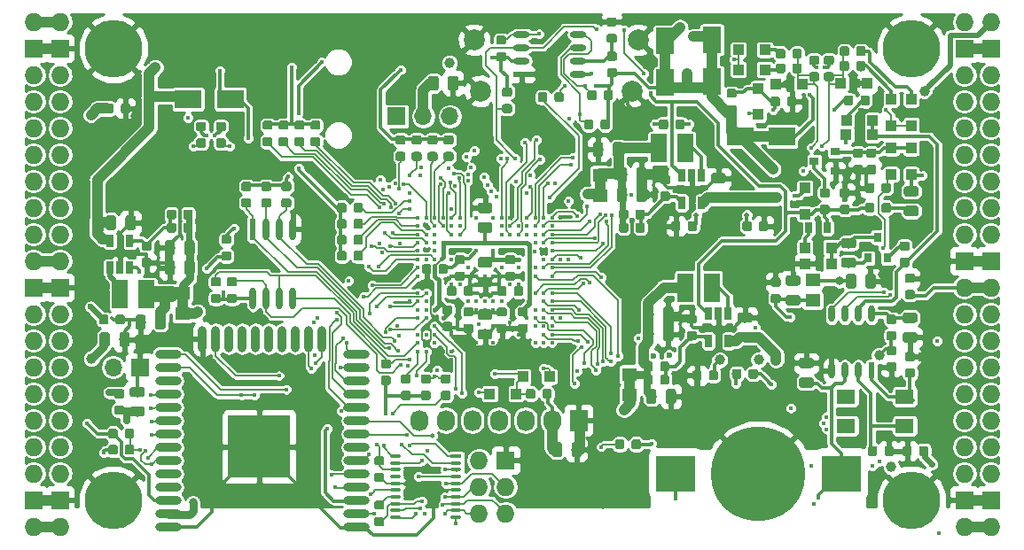
<source format=gbl>
G04 #@! TF.GenerationSoftware,KiCad,Pcbnew,5.0.0+dfsg1-2*
G04 #@! TF.CreationDate,2018-09-11T20:10:46+02:00*
G04 #@! TF.ProjectId,ulx3s,756C7833732E6B696361645F70636200,rev?*
G04 #@! TF.SameCoordinates,Original*
G04 #@! TF.FileFunction,Copper,L4,Bot,Signal*
G04 #@! TF.FilePolarity,Positive*
%FSLAX46Y46*%
G04 Gerber Fmt 4.6, Leading zero omitted, Abs format (unit mm)*
G04 Created by KiCad (PCBNEW 5.0.0+dfsg1-2) date Tue Sep 11 20:10:46 2018*
%MOMM*%
%LPD*%
G01*
G04 APERTURE LIST*
G04 #@! TA.AperFunction,EtchedComponent*
%ADD10C,1.000000*%
G04 #@! TD*
G04 #@! TA.AperFunction,Conductor*
%ADD11C,0.100000*%
G04 #@! TD*
G04 #@! TA.AperFunction,SMDPad,CuDef*
%ADD12C,0.975000*%
G04 #@! TD*
G04 #@! TA.AperFunction,SMDPad,CuDef*
%ADD13C,0.875000*%
G04 #@! TD*
G04 #@! TA.AperFunction,SMDPad,CuDef*
%ADD14R,0.900000X0.800000*%
G04 #@! TD*
G04 #@! TA.AperFunction,SMDPad,CuDef*
%ADD15R,1.000000X1.000000*%
G04 #@! TD*
G04 #@! TA.AperFunction,SMDPad,CuDef*
%ADD16R,0.700000X1.200000*%
G04 #@! TD*
G04 #@! TA.AperFunction,SMDPad,CuDef*
%ADD17O,1.000000X0.400000*%
G04 #@! TD*
G04 #@! TA.AperFunction,SMDPad,CuDef*
%ADD18R,1.000000X0.400000*%
G04 #@! TD*
G04 #@! TA.AperFunction,ComponentPad*
%ADD19C,2.000000*%
G04 #@! TD*
G04 #@! TA.AperFunction,SMDPad,CuDef*
%ADD20R,3.700000X3.500000*%
G04 #@! TD*
G04 #@! TA.AperFunction,BGAPad,CuDef*
%ADD21C,9.000000*%
G04 #@! TD*
G04 #@! TA.AperFunction,SMDPad,CuDef*
%ADD22R,1.800000X1.400000*%
G04 #@! TD*
G04 #@! TA.AperFunction,ComponentPad*
%ADD23R,1.727200X2.032000*%
G04 #@! TD*
G04 #@! TA.AperFunction,ComponentPad*
%ADD24O,1.727200X2.032000*%
G04 #@! TD*
G04 #@! TA.AperFunction,SMDPad,CuDef*
%ADD25R,0.600000X1.550000*%
G04 #@! TD*
G04 #@! TA.AperFunction,SMDPad,CuDef*
%ADD26O,0.600000X1.550000*%
G04 #@! TD*
G04 #@! TA.AperFunction,SMDPad,CuDef*
%ADD27R,1.550000X0.600000*%
G04 #@! TD*
G04 #@! TA.AperFunction,SMDPad,CuDef*
%ADD28O,1.550000X0.600000*%
G04 #@! TD*
G04 #@! TA.AperFunction,SMDPad,CuDef*
%ADD29R,0.600000X2.100000*%
G04 #@! TD*
G04 #@! TA.AperFunction,SMDPad,CuDef*
%ADD30O,0.600000X2.100000*%
G04 #@! TD*
G04 #@! TA.AperFunction,SMDPad,CuDef*
%ADD31O,2.500000X0.900000*%
G04 #@! TD*
G04 #@! TA.AperFunction,SMDPad,CuDef*
%ADD32O,0.900000X2.500000*%
G04 #@! TD*
G04 #@! TA.AperFunction,SMDPad,CuDef*
%ADD33R,6.000000X6.000000*%
G04 #@! TD*
G04 #@! TA.AperFunction,SMDPad,CuDef*
%ADD34R,1.400000X1.295000*%
G04 #@! TD*
G04 #@! TA.AperFunction,SMDPad,CuDef*
%ADD35R,2.500000X1.800000*%
G04 #@! TD*
G04 #@! TA.AperFunction,SMDPad,CuDef*
%ADD36R,1.800000X2.500000*%
G04 #@! TD*
G04 #@! TA.AperFunction,ComponentPad*
%ADD37O,1.727200X1.727200*%
G04 #@! TD*
G04 #@! TA.AperFunction,ComponentPad*
%ADD38R,1.727200X1.727200*%
G04 #@! TD*
G04 #@! TA.AperFunction,ComponentPad*
%ADD39C,5.500000*%
G04 #@! TD*
G04 #@! TA.AperFunction,BGAPad,CuDef*
%ADD40C,0.300000*%
G04 #@! TD*
G04 #@! TA.AperFunction,ComponentPad*
%ADD41R,1.700000X1.700000*%
G04 #@! TD*
G04 #@! TA.AperFunction,ComponentPad*
%ADD42O,1.700000X1.700000*%
G04 #@! TD*
G04 #@! TA.AperFunction,SMDPad,CuDef*
%ADD43R,1.500000X2.700000*%
G04 #@! TD*
G04 #@! TA.AperFunction,SMDPad,CuDef*
%ADD44R,0.670000X1.000000*%
G04 #@! TD*
G04 #@! TA.AperFunction,SMDPad,CuDef*
%ADD45R,0.800000X0.900000*%
G04 #@! TD*
G04 #@! TA.AperFunction,ViaPad*
%ADD46C,2.000000*%
G04 #@! TD*
G04 #@! TA.AperFunction,ViaPad*
%ADD47C,0.419000*%
G04 #@! TD*
G04 #@! TA.AperFunction,ViaPad*
%ADD48C,0.600000*%
G04 #@! TD*
G04 #@! TA.AperFunction,ViaPad*
%ADD49C,1.000000*%
G04 #@! TD*
G04 #@! TA.AperFunction,ViaPad*
%ADD50C,0.800000*%
G04 #@! TD*
G04 #@! TA.AperFunction,ViaPad*
%ADD51C,0.500000*%
G04 #@! TD*
G04 #@! TA.AperFunction,ViaPad*
%ADD52C,0.700000*%
G04 #@! TD*
G04 #@! TA.AperFunction,ViaPad*
%ADD53C,0.454000*%
G04 #@! TD*
G04 #@! TA.AperFunction,Conductor*
%ADD54C,0.300000*%
G04 #@! TD*
G04 #@! TA.AperFunction,Conductor*
%ADD55C,1.000000*%
G04 #@! TD*
G04 #@! TA.AperFunction,Conductor*
%ADD56C,0.190000*%
G04 #@! TD*
G04 #@! TA.AperFunction,Conductor*
%ADD57C,0.700000*%
G04 #@! TD*
G04 #@! TA.AperFunction,Conductor*
%ADD58C,0.127000*%
G04 #@! TD*
G04 #@! TA.AperFunction,Conductor*
%ADD59C,0.500000*%
G04 #@! TD*
G04 #@! TA.AperFunction,Conductor*
%ADD60C,0.400000*%
G04 #@! TD*
G04 #@! TA.AperFunction,Conductor*
%ADD61C,0.800000*%
G04 #@! TD*
G04 #@! TA.AperFunction,Conductor*
%ADD62C,0.600000*%
G04 #@! TD*
G04 #@! TA.AperFunction,Conductor*
%ADD63C,1.500000*%
G04 #@! TD*
G04 #@! TA.AperFunction,Conductor*
%ADD64C,0.200000*%
G04 #@! TD*
G04 #@! TA.AperFunction,Conductor*
%ADD65C,0.254000*%
G04 #@! TD*
G04 APERTURE END LIST*
D10*
G04 #@! TO.C,RP3*
X149472000Y-77311000D02*
X149472000Y-79311000D01*
G04 #@! TO.C,RP2*
X109609000Y-88632000D02*
X109609000Y-90632000D01*
G04 #@! TO.C,RP1*
X152281000Y-96361000D02*
X152281000Y-98361000D01*
G04 #@! TO.C,D9*
X166854000Y-73630000D02*
X162854000Y-73630000D01*
G04 #@! TO.C,D52*
X160155000Y-64391000D02*
X160155000Y-68391000D01*
G04 #@! TO.C,D51*
X155710000Y-68518000D02*
X155710000Y-64518000D01*
G04 #@! TD*
D11*
G04 #@! TO.N,GND*
G04 #@! TO.C,C1*
G36*
X104908642Y-81186174D02*
X104932303Y-81189684D01*
X104955507Y-81195496D01*
X104978029Y-81203554D01*
X104999653Y-81213782D01*
X105020170Y-81226079D01*
X105039383Y-81240329D01*
X105057107Y-81256393D01*
X105073171Y-81274117D01*
X105087421Y-81293330D01*
X105099718Y-81313847D01*
X105109946Y-81335471D01*
X105118004Y-81357993D01*
X105123816Y-81381197D01*
X105127326Y-81404858D01*
X105128500Y-81428750D01*
X105128500Y-82341250D01*
X105127326Y-82365142D01*
X105123816Y-82388803D01*
X105118004Y-82412007D01*
X105109946Y-82434529D01*
X105099718Y-82456153D01*
X105087421Y-82476670D01*
X105073171Y-82495883D01*
X105057107Y-82513607D01*
X105039383Y-82529671D01*
X105020170Y-82543921D01*
X104999653Y-82556218D01*
X104978029Y-82566446D01*
X104955507Y-82574504D01*
X104932303Y-82580316D01*
X104908642Y-82583826D01*
X104884750Y-82585000D01*
X104397250Y-82585000D01*
X104373358Y-82583826D01*
X104349697Y-82580316D01*
X104326493Y-82574504D01*
X104303971Y-82566446D01*
X104282347Y-82556218D01*
X104261830Y-82543921D01*
X104242617Y-82529671D01*
X104224893Y-82513607D01*
X104208829Y-82495883D01*
X104194579Y-82476670D01*
X104182282Y-82456153D01*
X104172054Y-82434529D01*
X104163996Y-82412007D01*
X104158184Y-82388803D01*
X104154674Y-82365142D01*
X104153500Y-82341250D01*
X104153500Y-81428750D01*
X104154674Y-81404858D01*
X104158184Y-81381197D01*
X104163996Y-81357993D01*
X104172054Y-81335471D01*
X104182282Y-81313847D01*
X104194579Y-81293330D01*
X104208829Y-81274117D01*
X104224893Y-81256393D01*
X104242617Y-81240329D01*
X104261830Y-81226079D01*
X104282347Y-81213782D01*
X104303971Y-81203554D01*
X104326493Y-81195496D01*
X104349697Y-81189684D01*
X104373358Y-81186174D01*
X104397250Y-81185000D01*
X104884750Y-81185000D01*
X104908642Y-81186174D01*
X104908642Y-81186174D01*
G37*
D12*
G04 #@! TD*
G04 #@! TO.P,C1,2*
G04 #@! TO.N,GND*
X104641000Y-81885000D03*
D11*
G04 #@! TO.N,+5V*
G04 #@! TO.C,C1*
G36*
X103033642Y-81186174D02*
X103057303Y-81189684D01*
X103080507Y-81195496D01*
X103103029Y-81203554D01*
X103124653Y-81213782D01*
X103145170Y-81226079D01*
X103164383Y-81240329D01*
X103182107Y-81256393D01*
X103198171Y-81274117D01*
X103212421Y-81293330D01*
X103224718Y-81313847D01*
X103234946Y-81335471D01*
X103243004Y-81357993D01*
X103248816Y-81381197D01*
X103252326Y-81404858D01*
X103253500Y-81428750D01*
X103253500Y-82341250D01*
X103252326Y-82365142D01*
X103248816Y-82388803D01*
X103243004Y-82412007D01*
X103234946Y-82434529D01*
X103224718Y-82456153D01*
X103212421Y-82476670D01*
X103198171Y-82495883D01*
X103182107Y-82513607D01*
X103164383Y-82529671D01*
X103145170Y-82543921D01*
X103124653Y-82556218D01*
X103103029Y-82566446D01*
X103080507Y-82574504D01*
X103057303Y-82580316D01*
X103033642Y-82583826D01*
X103009750Y-82585000D01*
X102522250Y-82585000D01*
X102498358Y-82583826D01*
X102474697Y-82580316D01*
X102451493Y-82574504D01*
X102428971Y-82566446D01*
X102407347Y-82556218D01*
X102386830Y-82543921D01*
X102367617Y-82529671D01*
X102349893Y-82513607D01*
X102333829Y-82495883D01*
X102319579Y-82476670D01*
X102307282Y-82456153D01*
X102297054Y-82434529D01*
X102288996Y-82412007D01*
X102283184Y-82388803D01*
X102279674Y-82365142D01*
X102278500Y-82341250D01*
X102278500Y-81428750D01*
X102279674Y-81404858D01*
X102283184Y-81381197D01*
X102288996Y-81357993D01*
X102297054Y-81335471D01*
X102307282Y-81313847D01*
X102319579Y-81293330D01*
X102333829Y-81274117D01*
X102349893Y-81256393D01*
X102367617Y-81240329D01*
X102386830Y-81226079D01*
X102407347Y-81213782D01*
X102428971Y-81203554D01*
X102451493Y-81195496D01*
X102474697Y-81189684D01*
X102498358Y-81186174D01*
X102522250Y-81185000D01*
X103009750Y-81185000D01*
X103033642Y-81186174D01*
X103033642Y-81186174D01*
G37*
D12*
G04 #@! TD*
G04 #@! TO.P,C1,1*
G04 #@! TO.N,+5V*
X102766000Y-81885000D03*
D11*
G04 #@! TO.N,FT2V5*
G04 #@! TO.C,R9*
G36*
X128667691Y-110031053D02*
X128688926Y-110034203D01*
X128709750Y-110039419D01*
X128729962Y-110046651D01*
X128749368Y-110055830D01*
X128767781Y-110066866D01*
X128785024Y-110079654D01*
X128800930Y-110094070D01*
X128815346Y-110109976D01*
X128828134Y-110127219D01*
X128839170Y-110145632D01*
X128848349Y-110165038D01*
X128855581Y-110185250D01*
X128860797Y-110206074D01*
X128863947Y-110227309D01*
X128865000Y-110248750D01*
X128865000Y-110686250D01*
X128863947Y-110707691D01*
X128860797Y-110728926D01*
X128855581Y-110749750D01*
X128848349Y-110769962D01*
X128839170Y-110789368D01*
X128828134Y-110807781D01*
X128815346Y-110825024D01*
X128800930Y-110840930D01*
X128785024Y-110855346D01*
X128767781Y-110868134D01*
X128749368Y-110879170D01*
X128729962Y-110888349D01*
X128709750Y-110895581D01*
X128688926Y-110900797D01*
X128667691Y-110903947D01*
X128646250Y-110905000D01*
X128133750Y-110905000D01*
X128112309Y-110903947D01*
X128091074Y-110900797D01*
X128070250Y-110895581D01*
X128050038Y-110888349D01*
X128030632Y-110879170D01*
X128012219Y-110868134D01*
X127994976Y-110855346D01*
X127979070Y-110840930D01*
X127964654Y-110825024D01*
X127951866Y-110807781D01*
X127940830Y-110789368D01*
X127931651Y-110769962D01*
X127924419Y-110749750D01*
X127919203Y-110728926D01*
X127916053Y-110707691D01*
X127915000Y-110686250D01*
X127915000Y-110248750D01*
X127916053Y-110227309D01*
X127919203Y-110206074D01*
X127924419Y-110185250D01*
X127931651Y-110165038D01*
X127940830Y-110145632D01*
X127951866Y-110127219D01*
X127964654Y-110109976D01*
X127979070Y-110094070D01*
X127994976Y-110079654D01*
X128012219Y-110066866D01*
X128030632Y-110055830D01*
X128050038Y-110046651D01*
X128070250Y-110039419D01*
X128091074Y-110034203D01*
X128112309Y-110031053D01*
X128133750Y-110030000D01*
X128646250Y-110030000D01*
X128667691Y-110031053D01*
X128667691Y-110031053D01*
G37*
D13*
G04 #@! TD*
G04 #@! TO.P,R9,2*
G04 #@! TO.N,FT2V5*
X128390000Y-110467500D03*
D11*
G04 #@! TO.N,nRESET*
G04 #@! TO.C,R9*
G36*
X128667691Y-108456053D02*
X128688926Y-108459203D01*
X128709750Y-108464419D01*
X128729962Y-108471651D01*
X128749368Y-108480830D01*
X128767781Y-108491866D01*
X128785024Y-108504654D01*
X128800930Y-108519070D01*
X128815346Y-108534976D01*
X128828134Y-108552219D01*
X128839170Y-108570632D01*
X128848349Y-108590038D01*
X128855581Y-108610250D01*
X128860797Y-108631074D01*
X128863947Y-108652309D01*
X128865000Y-108673750D01*
X128865000Y-109111250D01*
X128863947Y-109132691D01*
X128860797Y-109153926D01*
X128855581Y-109174750D01*
X128848349Y-109194962D01*
X128839170Y-109214368D01*
X128828134Y-109232781D01*
X128815346Y-109250024D01*
X128800930Y-109265930D01*
X128785024Y-109280346D01*
X128767781Y-109293134D01*
X128749368Y-109304170D01*
X128729962Y-109313349D01*
X128709750Y-109320581D01*
X128688926Y-109325797D01*
X128667691Y-109328947D01*
X128646250Y-109330000D01*
X128133750Y-109330000D01*
X128112309Y-109328947D01*
X128091074Y-109325797D01*
X128070250Y-109320581D01*
X128050038Y-109313349D01*
X128030632Y-109304170D01*
X128012219Y-109293134D01*
X127994976Y-109280346D01*
X127979070Y-109265930D01*
X127964654Y-109250024D01*
X127951866Y-109232781D01*
X127940830Y-109214368D01*
X127931651Y-109194962D01*
X127924419Y-109174750D01*
X127919203Y-109153926D01*
X127916053Y-109132691D01*
X127915000Y-109111250D01*
X127915000Y-108673750D01*
X127916053Y-108652309D01*
X127919203Y-108631074D01*
X127924419Y-108610250D01*
X127931651Y-108590038D01*
X127940830Y-108570632D01*
X127951866Y-108552219D01*
X127964654Y-108534976D01*
X127979070Y-108519070D01*
X127994976Y-108504654D01*
X128012219Y-108491866D01*
X128030632Y-108480830D01*
X128050038Y-108471651D01*
X128070250Y-108464419D01*
X128091074Y-108459203D01*
X128112309Y-108456053D01*
X128133750Y-108455000D01*
X128646250Y-108455000D01*
X128667691Y-108456053D01*
X128667691Y-108456053D01*
G37*
D13*
G04 #@! TD*
G04 #@! TO.P,R9,1*
G04 #@! TO.N,nRESET*
X128390000Y-108892500D03*
D11*
G04 #@! TO.N,FTDI_TXDEN*
G04 #@! TO.C,R56*
G36*
X128667691Y-104222053D02*
X128688926Y-104225203D01*
X128709750Y-104230419D01*
X128729962Y-104237651D01*
X128749368Y-104246830D01*
X128767781Y-104257866D01*
X128785024Y-104270654D01*
X128800930Y-104285070D01*
X128815346Y-104300976D01*
X128828134Y-104318219D01*
X128839170Y-104336632D01*
X128848349Y-104356038D01*
X128855581Y-104376250D01*
X128860797Y-104397074D01*
X128863947Y-104418309D01*
X128865000Y-104439750D01*
X128865000Y-104877250D01*
X128863947Y-104898691D01*
X128860797Y-104919926D01*
X128855581Y-104940750D01*
X128848349Y-104960962D01*
X128839170Y-104980368D01*
X128828134Y-104998781D01*
X128815346Y-105016024D01*
X128800930Y-105031930D01*
X128785024Y-105046346D01*
X128767781Y-105059134D01*
X128749368Y-105070170D01*
X128729962Y-105079349D01*
X128709750Y-105086581D01*
X128688926Y-105091797D01*
X128667691Y-105094947D01*
X128646250Y-105096000D01*
X128133750Y-105096000D01*
X128112309Y-105094947D01*
X128091074Y-105091797D01*
X128070250Y-105086581D01*
X128050038Y-105079349D01*
X128030632Y-105070170D01*
X128012219Y-105059134D01*
X127994976Y-105046346D01*
X127979070Y-105031930D01*
X127964654Y-105016024D01*
X127951866Y-104998781D01*
X127940830Y-104980368D01*
X127931651Y-104960962D01*
X127924419Y-104940750D01*
X127919203Y-104919926D01*
X127916053Y-104898691D01*
X127915000Y-104877250D01*
X127915000Y-104439750D01*
X127916053Y-104418309D01*
X127919203Y-104397074D01*
X127924419Y-104376250D01*
X127931651Y-104356038D01*
X127940830Y-104336632D01*
X127951866Y-104318219D01*
X127964654Y-104300976D01*
X127979070Y-104285070D01*
X127994976Y-104270654D01*
X128012219Y-104257866D01*
X128030632Y-104246830D01*
X128050038Y-104237651D01*
X128070250Y-104230419D01*
X128091074Y-104225203D01*
X128112309Y-104222053D01*
X128133750Y-104221000D01*
X128646250Y-104221000D01*
X128667691Y-104222053D01*
X128667691Y-104222053D01*
G37*
D13*
G04 #@! TD*
G04 #@! TO.P,R56,2*
G04 #@! TO.N,FTDI_TXDEN*
X128390000Y-104658500D03*
D11*
G04 #@! TO.N,GND*
G04 #@! TO.C,R56*
G36*
X128667691Y-105797053D02*
X128688926Y-105800203D01*
X128709750Y-105805419D01*
X128729962Y-105812651D01*
X128749368Y-105821830D01*
X128767781Y-105832866D01*
X128785024Y-105845654D01*
X128800930Y-105860070D01*
X128815346Y-105875976D01*
X128828134Y-105893219D01*
X128839170Y-105911632D01*
X128848349Y-105931038D01*
X128855581Y-105951250D01*
X128860797Y-105972074D01*
X128863947Y-105993309D01*
X128865000Y-106014750D01*
X128865000Y-106452250D01*
X128863947Y-106473691D01*
X128860797Y-106494926D01*
X128855581Y-106515750D01*
X128848349Y-106535962D01*
X128839170Y-106555368D01*
X128828134Y-106573781D01*
X128815346Y-106591024D01*
X128800930Y-106606930D01*
X128785024Y-106621346D01*
X128767781Y-106634134D01*
X128749368Y-106645170D01*
X128729962Y-106654349D01*
X128709750Y-106661581D01*
X128688926Y-106666797D01*
X128667691Y-106669947D01*
X128646250Y-106671000D01*
X128133750Y-106671000D01*
X128112309Y-106669947D01*
X128091074Y-106666797D01*
X128070250Y-106661581D01*
X128050038Y-106654349D01*
X128030632Y-106645170D01*
X128012219Y-106634134D01*
X127994976Y-106621346D01*
X127979070Y-106606930D01*
X127964654Y-106591024D01*
X127951866Y-106573781D01*
X127940830Y-106555368D01*
X127931651Y-106535962D01*
X127924419Y-106515750D01*
X127919203Y-106494926D01*
X127916053Y-106473691D01*
X127915000Y-106452250D01*
X127915000Y-106014750D01*
X127916053Y-105993309D01*
X127919203Y-105972074D01*
X127924419Y-105951250D01*
X127931651Y-105931038D01*
X127940830Y-105911632D01*
X127951866Y-105893219D01*
X127964654Y-105875976D01*
X127979070Y-105860070D01*
X127994976Y-105845654D01*
X128012219Y-105832866D01*
X128030632Y-105821830D01*
X128050038Y-105812651D01*
X128070250Y-105805419D01*
X128091074Y-105800203D01*
X128112309Y-105797053D01*
X128133750Y-105796000D01*
X128646250Y-105796000D01*
X128667691Y-105797053D01*
X128667691Y-105797053D01*
G37*
D13*
G04 #@! TD*
G04 #@! TO.P,R56,1*
G04 #@! TO.N,GND*
X128390000Y-106233500D03*
D11*
G04 #@! TO.N,PROG_DONE*
G04 #@! TO.C,R55*
G36*
X135017691Y-97966053D02*
X135038926Y-97969203D01*
X135059750Y-97974419D01*
X135079962Y-97981651D01*
X135099368Y-97990830D01*
X135117781Y-98001866D01*
X135135024Y-98014654D01*
X135150930Y-98029070D01*
X135165346Y-98044976D01*
X135178134Y-98062219D01*
X135189170Y-98080632D01*
X135198349Y-98100038D01*
X135205581Y-98120250D01*
X135210797Y-98141074D01*
X135213947Y-98162309D01*
X135215000Y-98183750D01*
X135215000Y-98621250D01*
X135213947Y-98642691D01*
X135210797Y-98663926D01*
X135205581Y-98684750D01*
X135198349Y-98704962D01*
X135189170Y-98724368D01*
X135178134Y-98742781D01*
X135165346Y-98760024D01*
X135150930Y-98775930D01*
X135135024Y-98790346D01*
X135117781Y-98803134D01*
X135099368Y-98814170D01*
X135079962Y-98823349D01*
X135059750Y-98830581D01*
X135038926Y-98835797D01*
X135017691Y-98838947D01*
X134996250Y-98840000D01*
X134483750Y-98840000D01*
X134462309Y-98838947D01*
X134441074Y-98835797D01*
X134420250Y-98830581D01*
X134400038Y-98823349D01*
X134380632Y-98814170D01*
X134362219Y-98803134D01*
X134344976Y-98790346D01*
X134329070Y-98775930D01*
X134314654Y-98760024D01*
X134301866Y-98742781D01*
X134290830Y-98724368D01*
X134281651Y-98704962D01*
X134274419Y-98684750D01*
X134269203Y-98663926D01*
X134266053Y-98642691D01*
X134265000Y-98621250D01*
X134265000Y-98183750D01*
X134266053Y-98162309D01*
X134269203Y-98141074D01*
X134274419Y-98120250D01*
X134281651Y-98100038D01*
X134290830Y-98080632D01*
X134301866Y-98062219D01*
X134314654Y-98044976D01*
X134329070Y-98029070D01*
X134344976Y-98014654D01*
X134362219Y-98001866D01*
X134380632Y-97990830D01*
X134400038Y-97981651D01*
X134420250Y-97974419D01*
X134441074Y-97969203D01*
X134462309Y-97966053D01*
X134483750Y-97965000D01*
X134996250Y-97965000D01*
X135017691Y-97966053D01*
X135017691Y-97966053D01*
G37*
D13*
G04 #@! TD*
G04 #@! TO.P,R55,2*
G04 #@! TO.N,PROG_DONE*
X134740000Y-98402500D03*
D11*
G04 #@! TO.N,/flash/FPGA_DONE*
G04 #@! TO.C,R55*
G36*
X135017691Y-96391053D02*
X135038926Y-96394203D01*
X135059750Y-96399419D01*
X135079962Y-96406651D01*
X135099368Y-96415830D01*
X135117781Y-96426866D01*
X135135024Y-96439654D01*
X135150930Y-96454070D01*
X135165346Y-96469976D01*
X135178134Y-96487219D01*
X135189170Y-96505632D01*
X135198349Y-96525038D01*
X135205581Y-96545250D01*
X135210797Y-96566074D01*
X135213947Y-96587309D01*
X135215000Y-96608750D01*
X135215000Y-97046250D01*
X135213947Y-97067691D01*
X135210797Y-97088926D01*
X135205581Y-97109750D01*
X135198349Y-97129962D01*
X135189170Y-97149368D01*
X135178134Y-97167781D01*
X135165346Y-97185024D01*
X135150930Y-97200930D01*
X135135024Y-97215346D01*
X135117781Y-97228134D01*
X135099368Y-97239170D01*
X135079962Y-97248349D01*
X135059750Y-97255581D01*
X135038926Y-97260797D01*
X135017691Y-97263947D01*
X134996250Y-97265000D01*
X134483750Y-97265000D01*
X134462309Y-97263947D01*
X134441074Y-97260797D01*
X134420250Y-97255581D01*
X134400038Y-97248349D01*
X134380632Y-97239170D01*
X134362219Y-97228134D01*
X134344976Y-97215346D01*
X134329070Y-97200930D01*
X134314654Y-97185024D01*
X134301866Y-97167781D01*
X134290830Y-97149368D01*
X134281651Y-97129962D01*
X134274419Y-97109750D01*
X134269203Y-97088926D01*
X134266053Y-97067691D01*
X134265000Y-97046250D01*
X134265000Y-96608750D01*
X134266053Y-96587309D01*
X134269203Y-96566074D01*
X134274419Y-96545250D01*
X134281651Y-96525038D01*
X134290830Y-96505632D01*
X134301866Y-96487219D01*
X134314654Y-96469976D01*
X134329070Y-96454070D01*
X134344976Y-96439654D01*
X134362219Y-96426866D01*
X134380632Y-96415830D01*
X134400038Y-96406651D01*
X134420250Y-96399419D01*
X134441074Y-96394203D01*
X134462309Y-96391053D01*
X134483750Y-96390000D01*
X134996250Y-96390000D01*
X135017691Y-96391053D01*
X135017691Y-96391053D01*
G37*
D13*
G04 #@! TD*
G04 #@! TO.P,R55,1*
G04 #@! TO.N,/flash/FPGA_DONE*
X134740000Y-96827500D03*
D11*
G04 #@! TO.N,/flash/FPGA_DONE*
G04 #@! TO.C,R32*
G36*
X133112691Y-96391053D02*
X133133926Y-96394203D01*
X133154750Y-96399419D01*
X133174962Y-96406651D01*
X133194368Y-96415830D01*
X133212781Y-96426866D01*
X133230024Y-96439654D01*
X133245930Y-96454070D01*
X133260346Y-96469976D01*
X133273134Y-96487219D01*
X133284170Y-96505632D01*
X133293349Y-96525038D01*
X133300581Y-96545250D01*
X133305797Y-96566074D01*
X133308947Y-96587309D01*
X133310000Y-96608750D01*
X133310000Y-97046250D01*
X133308947Y-97067691D01*
X133305797Y-97088926D01*
X133300581Y-97109750D01*
X133293349Y-97129962D01*
X133284170Y-97149368D01*
X133273134Y-97167781D01*
X133260346Y-97185024D01*
X133245930Y-97200930D01*
X133230024Y-97215346D01*
X133212781Y-97228134D01*
X133194368Y-97239170D01*
X133174962Y-97248349D01*
X133154750Y-97255581D01*
X133133926Y-97260797D01*
X133112691Y-97263947D01*
X133091250Y-97265000D01*
X132578750Y-97265000D01*
X132557309Y-97263947D01*
X132536074Y-97260797D01*
X132515250Y-97255581D01*
X132495038Y-97248349D01*
X132475632Y-97239170D01*
X132457219Y-97228134D01*
X132439976Y-97215346D01*
X132424070Y-97200930D01*
X132409654Y-97185024D01*
X132396866Y-97167781D01*
X132385830Y-97149368D01*
X132376651Y-97129962D01*
X132369419Y-97109750D01*
X132364203Y-97088926D01*
X132361053Y-97067691D01*
X132360000Y-97046250D01*
X132360000Y-96608750D01*
X132361053Y-96587309D01*
X132364203Y-96566074D01*
X132369419Y-96545250D01*
X132376651Y-96525038D01*
X132385830Y-96505632D01*
X132396866Y-96487219D01*
X132409654Y-96469976D01*
X132424070Y-96454070D01*
X132439976Y-96439654D01*
X132457219Y-96426866D01*
X132475632Y-96415830D01*
X132495038Y-96406651D01*
X132515250Y-96399419D01*
X132536074Y-96394203D01*
X132557309Y-96391053D01*
X132578750Y-96390000D01*
X133091250Y-96390000D01*
X133112691Y-96391053D01*
X133112691Y-96391053D01*
G37*
D13*
G04 #@! TD*
G04 #@! TO.P,R32,2*
G04 #@! TO.N,/flash/FPGA_DONE*
X132835000Y-96827500D03*
D11*
G04 #@! TO.N,+3V3*
G04 #@! TO.C,R32*
G36*
X133112691Y-97966053D02*
X133133926Y-97969203D01*
X133154750Y-97974419D01*
X133174962Y-97981651D01*
X133194368Y-97990830D01*
X133212781Y-98001866D01*
X133230024Y-98014654D01*
X133245930Y-98029070D01*
X133260346Y-98044976D01*
X133273134Y-98062219D01*
X133284170Y-98080632D01*
X133293349Y-98100038D01*
X133300581Y-98120250D01*
X133305797Y-98141074D01*
X133308947Y-98162309D01*
X133310000Y-98183750D01*
X133310000Y-98621250D01*
X133308947Y-98642691D01*
X133305797Y-98663926D01*
X133300581Y-98684750D01*
X133293349Y-98704962D01*
X133284170Y-98724368D01*
X133273134Y-98742781D01*
X133260346Y-98760024D01*
X133245930Y-98775930D01*
X133230024Y-98790346D01*
X133212781Y-98803134D01*
X133194368Y-98814170D01*
X133174962Y-98823349D01*
X133154750Y-98830581D01*
X133133926Y-98835797D01*
X133112691Y-98838947D01*
X133091250Y-98840000D01*
X132578750Y-98840000D01*
X132557309Y-98838947D01*
X132536074Y-98835797D01*
X132515250Y-98830581D01*
X132495038Y-98823349D01*
X132475632Y-98814170D01*
X132457219Y-98803134D01*
X132439976Y-98790346D01*
X132424070Y-98775930D01*
X132409654Y-98760024D01*
X132396866Y-98742781D01*
X132385830Y-98724368D01*
X132376651Y-98704962D01*
X132369419Y-98684750D01*
X132364203Y-98663926D01*
X132361053Y-98642691D01*
X132360000Y-98621250D01*
X132360000Y-98183750D01*
X132361053Y-98162309D01*
X132364203Y-98141074D01*
X132369419Y-98120250D01*
X132376651Y-98100038D01*
X132385830Y-98080632D01*
X132396866Y-98062219D01*
X132409654Y-98044976D01*
X132424070Y-98029070D01*
X132439976Y-98014654D01*
X132457219Y-98001866D01*
X132475632Y-97990830D01*
X132495038Y-97981651D01*
X132515250Y-97974419D01*
X132536074Y-97969203D01*
X132557309Y-97966053D01*
X132578750Y-97965000D01*
X133091250Y-97965000D01*
X133112691Y-97966053D01*
X133112691Y-97966053D01*
G37*
D13*
G04 #@! TD*
G04 #@! TO.P,R32,1*
G04 #@! TO.N,+3V3*
X132835000Y-98402500D03*
D11*
G04 #@! TO.N,/flash/FPGA_INITN*
G04 #@! TO.C,R33*
G36*
X131207691Y-96391053D02*
X131228926Y-96394203D01*
X131249750Y-96399419D01*
X131269962Y-96406651D01*
X131289368Y-96415830D01*
X131307781Y-96426866D01*
X131325024Y-96439654D01*
X131340930Y-96454070D01*
X131355346Y-96469976D01*
X131368134Y-96487219D01*
X131379170Y-96505632D01*
X131388349Y-96525038D01*
X131395581Y-96545250D01*
X131400797Y-96566074D01*
X131403947Y-96587309D01*
X131405000Y-96608750D01*
X131405000Y-97046250D01*
X131403947Y-97067691D01*
X131400797Y-97088926D01*
X131395581Y-97109750D01*
X131388349Y-97129962D01*
X131379170Y-97149368D01*
X131368134Y-97167781D01*
X131355346Y-97185024D01*
X131340930Y-97200930D01*
X131325024Y-97215346D01*
X131307781Y-97228134D01*
X131289368Y-97239170D01*
X131269962Y-97248349D01*
X131249750Y-97255581D01*
X131228926Y-97260797D01*
X131207691Y-97263947D01*
X131186250Y-97265000D01*
X130673750Y-97265000D01*
X130652309Y-97263947D01*
X130631074Y-97260797D01*
X130610250Y-97255581D01*
X130590038Y-97248349D01*
X130570632Y-97239170D01*
X130552219Y-97228134D01*
X130534976Y-97215346D01*
X130519070Y-97200930D01*
X130504654Y-97185024D01*
X130491866Y-97167781D01*
X130480830Y-97149368D01*
X130471651Y-97129962D01*
X130464419Y-97109750D01*
X130459203Y-97088926D01*
X130456053Y-97067691D01*
X130455000Y-97046250D01*
X130455000Y-96608750D01*
X130456053Y-96587309D01*
X130459203Y-96566074D01*
X130464419Y-96545250D01*
X130471651Y-96525038D01*
X130480830Y-96505632D01*
X130491866Y-96487219D01*
X130504654Y-96469976D01*
X130519070Y-96454070D01*
X130534976Y-96439654D01*
X130552219Y-96426866D01*
X130570632Y-96415830D01*
X130590038Y-96406651D01*
X130610250Y-96399419D01*
X130631074Y-96394203D01*
X130652309Y-96391053D01*
X130673750Y-96390000D01*
X131186250Y-96390000D01*
X131207691Y-96391053D01*
X131207691Y-96391053D01*
G37*
D13*
G04 #@! TD*
G04 #@! TO.P,R33,2*
G04 #@! TO.N,/flash/FPGA_INITN*
X130930000Y-96827500D03*
D11*
G04 #@! TO.N,+3V3*
G04 #@! TO.C,R33*
G36*
X131207691Y-97966053D02*
X131228926Y-97969203D01*
X131249750Y-97974419D01*
X131269962Y-97981651D01*
X131289368Y-97990830D01*
X131307781Y-98001866D01*
X131325024Y-98014654D01*
X131340930Y-98029070D01*
X131355346Y-98044976D01*
X131368134Y-98062219D01*
X131379170Y-98080632D01*
X131388349Y-98100038D01*
X131395581Y-98120250D01*
X131400797Y-98141074D01*
X131403947Y-98162309D01*
X131405000Y-98183750D01*
X131405000Y-98621250D01*
X131403947Y-98642691D01*
X131400797Y-98663926D01*
X131395581Y-98684750D01*
X131388349Y-98704962D01*
X131379170Y-98724368D01*
X131368134Y-98742781D01*
X131355346Y-98760024D01*
X131340930Y-98775930D01*
X131325024Y-98790346D01*
X131307781Y-98803134D01*
X131289368Y-98814170D01*
X131269962Y-98823349D01*
X131249750Y-98830581D01*
X131228926Y-98835797D01*
X131207691Y-98838947D01*
X131186250Y-98840000D01*
X130673750Y-98840000D01*
X130652309Y-98838947D01*
X130631074Y-98835797D01*
X130610250Y-98830581D01*
X130590038Y-98823349D01*
X130570632Y-98814170D01*
X130552219Y-98803134D01*
X130534976Y-98790346D01*
X130519070Y-98775930D01*
X130504654Y-98760024D01*
X130491866Y-98742781D01*
X130480830Y-98724368D01*
X130471651Y-98704962D01*
X130464419Y-98684750D01*
X130459203Y-98663926D01*
X130456053Y-98642691D01*
X130455000Y-98621250D01*
X130455000Y-98183750D01*
X130456053Y-98162309D01*
X130459203Y-98141074D01*
X130464419Y-98120250D01*
X130471651Y-98100038D01*
X130480830Y-98080632D01*
X130491866Y-98062219D01*
X130504654Y-98044976D01*
X130519070Y-98029070D01*
X130534976Y-98014654D01*
X130552219Y-98001866D01*
X130570632Y-97990830D01*
X130590038Y-97981651D01*
X130610250Y-97974419D01*
X130631074Y-97969203D01*
X130652309Y-97966053D01*
X130673750Y-97965000D01*
X131186250Y-97965000D01*
X131207691Y-97966053D01*
X131207691Y-97966053D01*
G37*
D13*
G04 #@! TD*
G04 #@! TO.P,R33,1*
G04 #@! TO.N,+3V3*
X130930000Y-98402500D03*
D11*
G04 #@! TO.N,/flash/FLASH_MOSI*
G04 #@! TO.C,R27*
G36*
X129302691Y-94951053D02*
X129323926Y-94954203D01*
X129344750Y-94959419D01*
X129364962Y-94966651D01*
X129384368Y-94975830D01*
X129402781Y-94986866D01*
X129420024Y-94999654D01*
X129435930Y-95014070D01*
X129450346Y-95029976D01*
X129463134Y-95047219D01*
X129474170Y-95065632D01*
X129483349Y-95085038D01*
X129490581Y-95105250D01*
X129495797Y-95126074D01*
X129498947Y-95147309D01*
X129500000Y-95168750D01*
X129500000Y-95606250D01*
X129498947Y-95627691D01*
X129495797Y-95648926D01*
X129490581Y-95669750D01*
X129483349Y-95689962D01*
X129474170Y-95709368D01*
X129463134Y-95727781D01*
X129450346Y-95745024D01*
X129435930Y-95760930D01*
X129420024Y-95775346D01*
X129402781Y-95788134D01*
X129384368Y-95799170D01*
X129364962Y-95808349D01*
X129344750Y-95815581D01*
X129323926Y-95820797D01*
X129302691Y-95823947D01*
X129281250Y-95825000D01*
X128768750Y-95825000D01*
X128747309Y-95823947D01*
X128726074Y-95820797D01*
X128705250Y-95815581D01*
X128685038Y-95808349D01*
X128665632Y-95799170D01*
X128647219Y-95788134D01*
X128629976Y-95775346D01*
X128614070Y-95760930D01*
X128599654Y-95745024D01*
X128586866Y-95727781D01*
X128575830Y-95709368D01*
X128566651Y-95689962D01*
X128559419Y-95669750D01*
X128554203Y-95648926D01*
X128551053Y-95627691D01*
X128550000Y-95606250D01*
X128550000Y-95168750D01*
X128551053Y-95147309D01*
X128554203Y-95126074D01*
X128559419Y-95105250D01*
X128566651Y-95085038D01*
X128575830Y-95065632D01*
X128586866Y-95047219D01*
X128599654Y-95029976D01*
X128614070Y-95014070D01*
X128629976Y-94999654D01*
X128647219Y-94986866D01*
X128665632Y-94975830D01*
X128685038Y-94966651D01*
X128705250Y-94959419D01*
X128726074Y-94954203D01*
X128747309Y-94951053D01*
X128768750Y-94950000D01*
X129281250Y-94950000D01*
X129302691Y-94951053D01*
X129302691Y-94951053D01*
G37*
D13*
G04 #@! TD*
G04 #@! TO.P,R27,2*
G04 #@! TO.N,/flash/FLASH_MOSI*
X129025000Y-95387500D03*
D11*
G04 #@! TO.N,+3V3*
G04 #@! TO.C,R27*
G36*
X129302691Y-96526053D02*
X129323926Y-96529203D01*
X129344750Y-96534419D01*
X129364962Y-96541651D01*
X129384368Y-96550830D01*
X129402781Y-96561866D01*
X129420024Y-96574654D01*
X129435930Y-96589070D01*
X129450346Y-96604976D01*
X129463134Y-96622219D01*
X129474170Y-96640632D01*
X129483349Y-96660038D01*
X129490581Y-96680250D01*
X129495797Y-96701074D01*
X129498947Y-96722309D01*
X129500000Y-96743750D01*
X129500000Y-97181250D01*
X129498947Y-97202691D01*
X129495797Y-97223926D01*
X129490581Y-97244750D01*
X129483349Y-97264962D01*
X129474170Y-97284368D01*
X129463134Y-97302781D01*
X129450346Y-97320024D01*
X129435930Y-97335930D01*
X129420024Y-97350346D01*
X129402781Y-97363134D01*
X129384368Y-97374170D01*
X129364962Y-97383349D01*
X129344750Y-97390581D01*
X129323926Y-97395797D01*
X129302691Y-97398947D01*
X129281250Y-97400000D01*
X128768750Y-97400000D01*
X128747309Y-97398947D01*
X128726074Y-97395797D01*
X128705250Y-97390581D01*
X128685038Y-97383349D01*
X128665632Y-97374170D01*
X128647219Y-97363134D01*
X128629976Y-97350346D01*
X128614070Y-97335930D01*
X128599654Y-97320024D01*
X128586866Y-97302781D01*
X128575830Y-97284368D01*
X128566651Y-97264962D01*
X128559419Y-97244750D01*
X128554203Y-97223926D01*
X128551053Y-97202691D01*
X128550000Y-97181250D01*
X128550000Y-96743750D01*
X128551053Y-96722309D01*
X128554203Y-96701074D01*
X128559419Y-96680250D01*
X128566651Y-96660038D01*
X128575830Y-96640632D01*
X128586866Y-96622219D01*
X128599654Y-96604976D01*
X128614070Y-96589070D01*
X128629976Y-96574654D01*
X128647219Y-96561866D01*
X128665632Y-96550830D01*
X128685038Y-96541651D01*
X128705250Y-96534419D01*
X128726074Y-96529203D01*
X128747309Y-96526053D01*
X128768750Y-96525000D01*
X129281250Y-96525000D01*
X129302691Y-96526053D01*
X129302691Y-96526053D01*
G37*
D13*
G04 #@! TD*
G04 #@! TO.P,R27,1*
G04 #@! TO.N,+3V3*
X129025000Y-96962500D03*
D11*
G04 #@! TO.N,USB_FPGA_D+*
G04 #@! TO.C,R40*
G36*
X168533691Y-65264053D02*
X168554926Y-65267203D01*
X168575750Y-65272419D01*
X168595962Y-65279651D01*
X168615368Y-65288830D01*
X168633781Y-65299866D01*
X168651024Y-65312654D01*
X168666930Y-65327070D01*
X168681346Y-65342976D01*
X168694134Y-65360219D01*
X168705170Y-65378632D01*
X168714349Y-65398038D01*
X168721581Y-65418250D01*
X168726797Y-65439074D01*
X168729947Y-65460309D01*
X168731000Y-65481750D01*
X168731000Y-65994250D01*
X168729947Y-66015691D01*
X168726797Y-66036926D01*
X168721581Y-66057750D01*
X168714349Y-66077962D01*
X168705170Y-66097368D01*
X168694134Y-66115781D01*
X168681346Y-66133024D01*
X168666930Y-66148930D01*
X168651024Y-66163346D01*
X168633781Y-66176134D01*
X168615368Y-66187170D01*
X168595962Y-66196349D01*
X168575750Y-66203581D01*
X168554926Y-66208797D01*
X168533691Y-66211947D01*
X168512250Y-66213000D01*
X168074750Y-66213000D01*
X168053309Y-66211947D01*
X168032074Y-66208797D01*
X168011250Y-66203581D01*
X167991038Y-66196349D01*
X167971632Y-66187170D01*
X167953219Y-66176134D01*
X167935976Y-66163346D01*
X167920070Y-66148930D01*
X167905654Y-66133024D01*
X167892866Y-66115781D01*
X167881830Y-66097368D01*
X167872651Y-66077962D01*
X167865419Y-66057750D01*
X167860203Y-66036926D01*
X167857053Y-66015691D01*
X167856000Y-65994250D01*
X167856000Y-65481750D01*
X167857053Y-65460309D01*
X167860203Y-65439074D01*
X167865419Y-65418250D01*
X167872651Y-65398038D01*
X167881830Y-65378632D01*
X167892866Y-65360219D01*
X167905654Y-65342976D01*
X167920070Y-65327070D01*
X167935976Y-65312654D01*
X167953219Y-65299866D01*
X167971632Y-65288830D01*
X167991038Y-65279651D01*
X168011250Y-65272419D01*
X168032074Y-65267203D01*
X168053309Y-65264053D01*
X168074750Y-65263000D01*
X168512250Y-65263000D01*
X168533691Y-65264053D01*
X168533691Y-65264053D01*
G37*
D13*
G04 #@! TD*
G04 #@! TO.P,R40,2*
G04 #@! TO.N,USB_FPGA_D+*
X168293500Y-65738000D03*
D11*
G04 #@! TO.N,Net-(D24-Pad1)*
G04 #@! TO.C,R40*
G36*
X166958691Y-65264053D02*
X166979926Y-65267203D01*
X167000750Y-65272419D01*
X167020962Y-65279651D01*
X167040368Y-65288830D01*
X167058781Y-65299866D01*
X167076024Y-65312654D01*
X167091930Y-65327070D01*
X167106346Y-65342976D01*
X167119134Y-65360219D01*
X167130170Y-65378632D01*
X167139349Y-65398038D01*
X167146581Y-65418250D01*
X167151797Y-65439074D01*
X167154947Y-65460309D01*
X167156000Y-65481750D01*
X167156000Y-65994250D01*
X167154947Y-66015691D01*
X167151797Y-66036926D01*
X167146581Y-66057750D01*
X167139349Y-66077962D01*
X167130170Y-66097368D01*
X167119134Y-66115781D01*
X167106346Y-66133024D01*
X167091930Y-66148930D01*
X167076024Y-66163346D01*
X167058781Y-66176134D01*
X167040368Y-66187170D01*
X167020962Y-66196349D01*
X167000750Y-66203581D01*
X166979926Y-66208797D01*
X166958691Y-66211947D01*
X166937250Y-66213000D01*
X166499750Y-66213000D01*
X166478309Y-66211947D01*
X166457074Y-66208797D01*
X166436250Y-66203581D01*
X166416038Y-66196349D01*
X166396632Y-66187170D01*
X166378219Y-66176134D01*
X166360976Y-66163346D01*
X166345070Y-66148930D01*
X166330654Y-66133024D01*
X166317866Y-66115781D01*
X166306830Y-66097368D01*
X166297651Y-66077962D01*
X166290419Y-66057750D01*
X166285203Y-66036926D01*
X166282053Y-66015691D01*
X166281000Y-65994250D01*
X166281000Y-65481750D01*
X166282053Y-65460309D01*
X166285203Y-65439074D01*
X166290419Y-65418250D01*
X166297651Y-65398038D01*
X166306830Y-65378632D01*
X166317866Y-65360219D01*
X166330654Y-65342976D01*
X166345070Y-65327070D01*
X166360976Y-65312654D01*
X166378219Y-65299866D01*
X166396632Y-65288830D01*
X166416038Y-65279651D01*
X166436250Y-65272419D01*
X166457074Y-65267203D01*
X166478309Y-65264053D01*
X166499750Y-65263000D01*
X166937250Y-65263000D01*
X166958691Y-65264053D01*
X166958691Y-65264053D01*
G37*
D13*
G04 #@! TD*
G04 #@! TO.P,R40,1*
G04 #@! TO.N,Net-(D24-Pad1)*
X166718500Y-65738000D03*
D11*
G04 #@! TO.N,WIFI_EN*
G04 #@! TO.C,R34*
G36*
X104779691Y-103126053D02*
X104800926Y-103129203D01*
X104821750Y-103134419D01*
X104841962Y-103141651D01*
X104861368Y-103150830D01*
X104879781Y-103161866D01*
X104897024Y-103174654D01*
X104912930Y-103189070D01*
X104927346Y-103204976D01*
X104940134Y-103222219D01*
X104951170Y-103240632D01*
X104960349Y-103260038D01*
X104967581Y-103280250D01*
X104972797Y-103301074D01*
X104975947Y-103322309D01*
X104977000Y-103343750D01*
X104977000Y-103856250D01*
X104975947Y-103877691D01*
X104972797Y-103898926D01*
X104967581Y-103919750D01*
X104960349Y-103939962D01*
X104951170Y-103959368D01*
X104940134Y-103977781D01*
X104927346Y-103995024D01*
X104912930Y-104010930D01*
X104897024Y-104025346D01*
X104879781Y-104038134D01*
X104861368Y-104049170D01*
X104841962Y-104058349D01*
X104821750Y-104065581D01*
X104800926Y-104070797D01*
X104779691Y-104073947D01*
X104758250Y-104075000D01*
X104320750Y-104075000D01*
X104299309Y-104073947D01*
X104278074Y-104070797D01*
X104257250Y-104065581D01*
X104237038Y-104058349D01*
X104217632Y-104049170D01*
X104199219Y-104038134D01*
X104181976Y-104025346D01*
X104166070Y-104010930D01*
X104151654Y-103995024D01*
X104138866Y-103977781D01*
X104127830Y-103959368D01*
X104118651Y-103939962D01*
X104111419Y-103919750D01*
X104106203Y-103898926D01*
X104103053Y-103877691D01*
X104102000Y-103856250D01*
X104102000Y-103343750D01*
X104103053Y-103322309D01*
X104106203Y-103301074D01*
X104111419Y-103280250D01*
X104118651Y-103260038D01*
X104127830Y-103240632D01*
X104138866Y-103222219D01*
X104151654Y-103204976D01*
X104166070Y-103189070D01*
X104181976Y-103174654D01*
X104199219Y-103161866D01*
X104217632Y-103150830D01*
X104237038Y-103141651D01*
X104257250Y-103134419D01*
X104278074Y-103129203D01*
X104299309Y-103126053D01*
X104320750Y-103125000D01*
X104758250Y-103125000D01*
X104779691Y-103126053D01*
X104779691Y-103126053D01*
G37*
D13*
G04 #@! TD*
G04 #@! TO.P,R34,2*
G04 #@! TO.N,WIFI_EN*
X104539500Y-103600000D03*
D11*
G04 #@! TO.N,+3V3*
G04 #@! TO.C,R34*
G36*
X103204691Y-103126053D02*
X103225926Y-103129203D01*
X103246750Y-103134419D01*
X103266962Y-103141651D01*
X103286368Y-103150830D01*
X103304781Y-103161866D01*
X103322024Y-103174654D01*
X103337930Y-103189070D01*
X103352346Y-103204976D01*
X103365134Y-103222219D01*
X103376170Y-103240632D01*
X103385349Y-103260038D01*
X103392581Y-103280250D01*
X103397797Y-103301074D01*
X103400947Y-103322309D01*
X103402000Y-103343750D01*
X103402000Y-103856250D01*
X103400947Y-103877691D01*
X103397797Y-103898926D01*
X103392581Y-103919750D01*
X103385349Y-103939962D01*
X103376170Y-103959368D01*
X103365134Y-103977781D01*
X103352346Y-103995024D01*
X103337930Y-104010930D01*
X103322024Y-104025346D01*
X103304781Y-104038134D01*
X103286368Y-104049170D01*
X103266962Y-104058349D01*
X103246750Y-104065581D01*
X103225926Y-104070797D01*
X103204691Y-104073947D01*
X103183250Y-104075000D01*
X102745750Y-104075000D01*
X102724309Y-104073947D01*
X102703074Y-104070797D01*
X102682250Y-104065581D01*
X102662038Y-104058349D01*
X102642632Y-104049170D01*
X102624219Y-104038134D01*
X102606976Y-104025346D01*
X102591070Y-104010930D01*
X102576654Y-103995024D01*
X102563866Y-103977781D01*
X102552830Y-103959368D01*
X102543651Y-103939962D01*
X102536419Y-103919750D01*
X102531203Y-103898926D01*
X102528053Y-103877691D01*
X102527000Y-103856250D01*
X102527000Y-103343750D01*
X102528053Y-103322309D01*
X102531203Y-103301074D01*
X102536419Y-103280250D01*
X102543651Y-103260038D01*
X102552830Y-103240632D01*
X102563866Y-103222219D01*
X102576654Y-103204976D01*
X102591070Y-103189070D01*
X102606976Y-103174654D01*
X102624219Y-103161866D01*
X102642632Y-103150830D01*
X102662038Y-103141651D01*
X102682250Y-103134419D01*
X102703074Y-103129203D01*
X102724309Y-103126053D01*
X102745750Y-103125000D01*
X103183250Y-103125000D01*
X103204691Y-103126053D01*
X103204691Y-103126053D01*
G37*
D13*
G04 #@! TD*
G04 #@! TO.P,R34,1*
G04 #@! TO.N,+3V3*
X102964500Y-103600000D03*
D11*
G04 #@! TO.N,/wifi/WIFIEN*
G04 #@! TO.C,R35*
G36*
X103204691Y-101586053D02*
X103225926Y-101589203D01*
X103246750Y-101594419D01*
X103266962Y-101601651D01*
X103286368Y-101610830D01*
X103304781Y-101621866D01*
X103322024Y-101634654D01*
X103337930Y-101649070D01*
X103352346Y-101664976D01*
X103365134Y-101682219D01*
X103376170Y-101700632D01*
X103385349Y-101720038D01*
X103392581Y-101740250D01*
X103397797Y-101761074D01*
X103400947Y-101782309D01*
X103402000Y-101803750D01*
X103402000Y-102316250D01*
X103400947Y-102337691D01*
X103397797Y-102358926D01*
X103392581Y-102379750D01*
X103385349Y-102399962D01*
X103376170Y-102419368D01*
X103365134Y-102437781D01*
X103352346Y-102455024D01*
X103337930Y-102470930D01*
X103322024Y-102485346D01*
X103304781Y-102498134D01*
X103286368Y-102509170D01*
X103266962Y-102518349D01*
X103246750Y-102525581D01*
X103225926Y-102530797D01*
X103204691Y-102533947D01*
X103183250Y-102535000D01*
X102745750Y-102535000D01*
X102724309Y-102533947D01*
X102703074Y-102530797D01*
X102682250Y-102525581D01*
X102662038Y-102518349D01*
X102642632Y-102509170D01*
X102624219Y-102498134D01*
X102606976Y-102485346D01*
X102591070Y-102470930D01*
X102576654Y-102455024D01*
X102563866Y-102437781D01*
X102552830Y-102419368D01*
X102543651Y-102399962D01*
X102536419Y-102379750D01*
X102531203Y-102358926D01*
X102528053Y-102337691D01*
X102527000Y-102316250D01*
X102527000Y-101803750D01*
X102528053Y-101782309D01*
X102531203Y-101761074D01*
X102536419Y-101740250D01*
X102543651Y-101720038D01*
X102552830Y-101700632D01*
X102563866Y-101682219D01*
X102576654Y-101664976D01*
X102591070Y-101649070D01*
X102606976Y-101634654D01*
X102624219Y-101621866D01*
X102642632Y-101610830D01*
X102662038Y-101601651D01*
X102682250Y-101594419D01*
X102703074Y-101589203D01*
X102724309Y-101586053D01*
X102745750Y-101585000D01*
X103183250Y-101585000D01*
X103204691Y-101586053D01*
X103204691Y-101586053D01*
G37*
D13*
G04 #@! TD*
G04 #@! TO.P,R35,2*
G04 #@! TO.N,/wifi/WIFIEN*
X102964500Y-102060000D03*
D11*
G04 #@! TO.N,WIFI_EN*
G04 #@! TO.C,R35*
G36*
X104779691Y-101586053D02*
X104800926Y-101589203D01*
X104821750Y-101594419D01*
X104841962Y-101601651D01*
X104861368Y-101610830D01*
X104879781Y-101621866D01*
X104897024Y-101634654D01*
X104912930Y-101649070D01*
X104927346Y-101664976D01*
X104940134Y-101682219D01*
X104951170Y-101700632D01*
X104960349Y-101720038D01*
X104967581Y-101740250D01*
X104972797Y-101761074D01*
X104975947Y-101782309D01*
X104977000Y-101803750D01*
X104977000Y-102316250D01*
X104975947Y-102337691D01*
X104972797Y-102358926D01*
X104967581Y-102379750D01*
X104960349Y-102399962D01*
X104951170Y-102419368D01*
X104940134Y-102437781D01*
X104927346Y-102455024D01*
X104912930Y-102470930D01*
X104897024Y-102485346D01*
X104879781Y-102498134D01*
X104861368Y-102509170D01*
X104841962Y-102518349D01*
X104821750Y-102525581D01*
X104800926Y-102530797D01*
X104779691Y-102533947D01*
X104758250Y-102535000D01*
X104320750Y-102535000D01*
X104299309Y-102533947D01*
X104278074Y-102530797D01*
X104257250Y-102525581D01*
X104237038Y-102518349D01*
X104217632Y-102509170D01*
X104199219Y-102498134D01*
X104181976Y-102485346D01*
X104166070Y-102470930D01*
X104151654Y-102455024D01*
X104138866Y-102437781D01*
X104127830Y-102419368D01*
X104118651Y-102399962D01*
X104111419Y-102379750D01*
X104106203Y-102358926D01*
X104103053Y-102337691D01*
X104102000Y-102316250D01*
X104102000Y-101803750D01*
X104103053Y-101782309D01*
X104106203Y-101761074D01*
X104111419Y-101740250D01*
X104118651Y-101720038D01*
X104127830Y-101700632D01*
X104138866Y-101682219D01*
X104151654Y-101664976D01*
X104166070Y-101649070D01*
X104181976Y-101634654D01*
X104199219Y-101621866D01*
X104217632Y-101610830D01*
X104237038Y-101601651D01*
X104257250Y-101594419D01*
X104278074Y-101589203D01*
X104299309Y-101586053D01*
X104320750Y-101585000D01*
X104758250Y-101585000D01*
X104779691Y-101586053D01*
X104779691Y-101586053D01*
G37*
D13*
G04 #@! TD*
G04 #@! TO.P,R35,1*
G04 #@! TO.N,WIFI_EN*
X104539500Y-102060000D03*
D11*
G04 #@! TO.N,GND*
G04 #@! TO.C,C15*
G36*
X105756142Y-97588174D02*
X105779803Y-97591684D01*
X105803007Y-97597496D01*
X105825529Y-97605554D01*
X105847153Y-97615782D01*
X105867670Y-97628079D01*
X105886883Y-97642329D01*
X105904607Y-97658393D01*
X105920671Y-97676117D01*
X105934921Y-97695330D01*
X105947218Y-97715847D01*
X105957446Y-97737471D01*
X105965504Y-97759993D01*
X105971316Y-97783197D01*
X105974826Y-97806858D01*
X105976000Y-97830750D01*
X105976000Y-98318250D01*
X105974826Y-98342142D01*
X105971316Y-98365803D01*
X105965504Y-98389007D01*
X105957446Y-98411529D01*
X105947218Y-98433153D01*
X105934921Y-98453670D01*
X105920671Y-98472883D01*
X105904607Y-98490607D01*
X105886883Y-98506671D01*
X105867670Y-98520921D01*
X105847153Y-98533218D01*
X105825529Y-98543446D01*
X105803007Y-98551504D01*
X105779803Y-98557316D01*
X105756142Y-98560826D01*
X105732250Y-98562000D01*
X104819750Y-98562000D01*
X104795858Y-98560826D01*
X104772197Y-98557316D01*
X104748993Y-98551504D01*
X104726471Y-98543446D01*
X104704847Y-98533218D01*
X104684330Y-98520921D01*
X104665117Y-98506671D01*
X104647393Y-98490607D01*
X104631329Y-98472883D01*
X104617079Y-98453670D01*
X104604782Y-98433153D01*
X104594554Y-98411529D01*
X104586496Y-98389007D01*
X104580684Y-98365803D01*
X104577174Y-98342142D01*
X104576000Y-98318250D01*
X104576000Y-97830750D01*
X104577174Y-97806858D01*
X104580684Y-97783197D01*
X104586496Y-97759993D01*
X104594554Y-97737471D01*
X104604782Y-97715847D01*
X104617079Y-97695330D01*
X104631329Y-97676117D01*
X104647393Y-97658393D01*
X104665117Y-97642329D01*
X104684330Y-97628079D01*
X104704847Y-97615782D01*
X104726471Y-97605554D01*
X104748993Y-97597496D01*
X104772197Y-97591684D01*
X104795858Y-97588174D01*
X104819750Y-97587000D01*
X105732250Y-97587000D01*
X105756142Y-97588174D01*
X105756142Y-97588174D01*
G37*
D12*
G04 #@! TD*
G04 #@! TO.P,C15,2*
G04 #@! TO.N,GND*
X105276000Y-98074500D03*
D11*
G04 #@! TO.N,/sdcard/SD3V3*
G04 #@! TO.C,C15*
G36*
X105756142Y-99463174D02*
X105779803Y-99466684D01*
X105803007Y-99472496D01*
X105825529Y-99480554D01*
X105847153Y-99490782D01*
X105867670Y-99503079D01*
X105886883Y-99517329D01*
X105904607Y-99533393D01*
X105920671Y-99551117D01*
X105934921Y-99570330D01*
X105947218Y-99590847D01*
X105957446Y-99612471D01*
X105965504Y-99634993D01*
X105971316Y-99658197D01*
X105974826Y-99681858D01*
X105976000Y-99705750D01*
X105976000Y-100193250D01*
X105974826Y-100217142D01*
X105971316Y-100240803D01*
X105965504Y-100264007D01*
X105957446Y-100286529D01*
X105947218Y-100308153D01*
X105934921Y-100328670D01*
X105920671Y-100347883D01*
X105904607Y-100365607D01*
X105886883Y-100381671D01*
X105867670Y-100395921D01*
X105847153Y-100408218D01*
X105825529Y-100418446D01*
X105803007Y-100426504D01*
X105779803Y-100432316D01*
X105756142Y-100435826D01*
X105732250Y-100437000D01*
X104819750Y-100437000D01*
X104795858Y-100435826D01*
X104772197Y-100432316D01*
X104748993Y-100426504D01*
X104726471Y-100418446D01*
X104704847Y-100408218D01*
X104684330Y-100395921D01*
X104665117Y-100381671D01*
X104647393Y-100365607D01*
X104631329Y-100347883D01*
X104617079Y-100328670D01*
X104604782Y-100308153D01*
X104594554Y-100286529D01*
X104586496Y-100264007D01*
X104580684Y-100240803D01*
X104577174Y-100217142D01*
X104576000Y-100193250D01*
X104576000Y-99705750D01*
X104577174Y-99681858D01*
X104580684Y-99658197D01*
X104586496Y-99634993D01*
X104594554Y-99612471D01*
X104604782Y-99590847D01*
X104617079Y-99570330D01*
X104631329Y-99551117D01*
X104647393Y-99533393D01*
X104665117Y-99517329D01*
X104684330Y-99503079D01*
X104704847Y-99490782D01*
X104726471Y-99480554D01*
X104748993Y-99472496D01*
X104772197Y-99466684D01*
X104795858Y-99463174D01*
X104819750Y-99462000D01*
X105732250Y-99462000D01*
X105756142Y-99463174D01*
X105756142Y-99463174D01*
G37*
D12*
G04 #@! TD*
G04 #@! TO.P,C15,1*
G04 #@! TO.N,/sdcard/SD3V3*
X105276000Y-99949500D03*
D11*
G04 #@! TO.N,+3V3*
G04 #@! TO.C,R38*
G36*
X103854191Y-97806053D02*
X103875426Y-97809203D01*
X103896250Y-97814419D01*
X103916462Y-97821651D01*
X103935868Y-97830830D01*
X103954281Y-97841866D01*
X103971524Y-97854654D01*
X103987430Y-97869070D01*
X104001846Y-97884976D01*
X104014634Y-97902219D01*
X104025670Y-97920632D01*
X104034849Y-97940038D01*
X104042081Y-97960250D01*
X104047297Y-97981074D01*
X104050447Y-98002309D01*
X104051500Y-98023750D01*
X104051500Y-98461250D01*
X104050447Y-98482691D01*
X104047297Y-98503926D01*
X104042081Y-98524750D01*
X104034849Y-98544962D01*
X104025670Y-98564368D01*
X104014634Y-98582781D01*
X104001846Y-98600024D01*
X103987430Y-98615930D01*
X103971524Y-98630346D01*
X103954281Y-98643134D01*
X103935868Y-98654170D01*
X103916462Y-98663349D01*
X103896250Y-98670581D01*
X103875426Y-98675797D01*
X103854191Y-98678947D01*
X103832750Y-98680000D01*
X103320250Y-98680000D01*
X103298809Y-98678947D01*
X103277574Y-98675797D01*
X103256750Y-98670581D01*
X103236538Y-98663349D01*
X103217132Y-98654170D01*
X103198719Y-98643134D01*
X103181476Y-98630346D01*
X103165570Y-98615930D01*
X103151154Y-98600024D01*
X103138366Y-98582781D01*
X103127330Y-98564368D01*
X103118151Y-98544962D01*
X103110919Y-98524750D01*
X103105703Y-98503926D01*
X103102553Y-98482691D01*
X103101500Y-98461250D01*
X103101500Y-98023750D01*
X103102553Y-98002309D01*
X103105703Y-97981074D01*
X103110919Y-97960250D01*
X103118151Y-97940038D01*
X103127330Y-97920632D01*
X103138366Y-97902219D01*
X103151154Y-97884976D01*
X103165570Y-97869070D01*
X103181476Y-97854654D01*
X103198719Y-97841866D01*
X103217132Y-97830830D01*
X103236538Y-97821651D01*
X103256750Y-97814419D01*
X103277574Y-97809203D01*
X103298809Y-97806053D01*
X103320250Y-97805000D01*
X103832750Y-97805000D01*
X103854191Y-97806053D01*
X103854191Y-97806053D01*
G37*
D13*
G04 #@! TD*
G04 #@! TO.P,R38,2*
G04 #@! TO.N,+3V3*
X103576500Y-98242500D03*
D11*
G04 #@! TO.N,/sdcard/SD3V3*
G04 #@! TO.C,R38*
G36*
X103854191Y-99381053D02*
X103875426Y-99384203D01*
X103896250Y-99389419D01*
X103916462Y-99396651D01*
X103935868Y-99405830D01*
X103954281Y-99416866D01*
X103971524Y-99429654D01*
X103987430Y-99444070D01*
X104001846Y-99459976D01*
X104014634Y-99477219D01*
X104025670Y-99495632D01*
X104034849Y-99515038D01*
X104042081Y-99535250D01*
X104047297Y-99556074D01*
X104050447Y-99577309D01*
X104051500Y-99598750D01*
X104051500Y-100036250D01*
X104050447Y-100057691D01*
X104047297Y-100078926D01*
X104042081Y-100099750D01*
X104034849Y-100119962D01*
X104025670Y-100139368D01*
X104014634Y-100157781D01*
X104001846Y-100175024D01*
X103987430Y-100190930D01*
X103971524Y-100205346D01*
X103954281Y-100218134D01*
X103935868Y-100229170D01*
X103916462Y-100238349D01*
X103896250Y-100245581D01*
X103875426Y-100250797D01*
X103854191Y-100253947D01*
X103832750Y-100255000D01*
X103320250Y-100255000D01*
X103298809Y-100253947D01*
X103277574Y-100250797D01*
X103256750Y-100245581D01*
X103236538Y-100238349D01*
X103217132Y-100229170D01*
X103198719Y-100218134D01*
X103181476Y-100205346D01*
X103165570Y-100190930D01*
X103151154Y-100175024D01*
X103138366Y-100157781D01*
X103127330Y-100139368D01*
X103118151Y-100119962D01*
X103110919Y-100099750D01*
X103105703Y-100078926D01*
X103102553Y-100057691D01*
X103101500Y-100036250D01*
X103101500Y-99598750D01*
X103102553Y-99577309D01*
X103105703Y-99556074D01*
X103110919Y-99535250D01*
X103118151Y-99515038D01*
X103127330Y-99495632D01*
X103138366Y-99477219D01*
X103151154Y-99459976D01*
X103165570Y-99444070D01*
X103181476Y-99429654D01*
X103198719Y-99416866D01*
X103217132Y-99405830D01*
X103236538Y-99396651D01*
X103256750Y-99389419D01*
X103277574Y-99384203D01*
X103298809Y-99381053D01*
X103320250Y-99380000D01*
X103832750Y-99380000D01*
X103854191Y-99381053D01*
X103854191Y-99381053D01*
G37*
D13*
G04 #@! TD*
G04 #@! TO.P,R38,1*
G04 #@! TO.N,/sdcard/SD3V3*
X103576500Y-99817500D03*
D11*
G04 #@! TO.N,GND*
G04 #@! TO.C,C21*
G36*
X104322142Y-92362174D02*
X104345803Y-92365684D01*
X104369007Y-92371496D01*
X104391529Y-92379554D01*
X104413153Y-92389782D01*
X104433670Y-92402079D01*
X104452883Y-92416329D01*
X104470607Y-92432393D01*
X104486671Y-92450117D01*
X104500921Y-92469330D01*
X104513218Y-92489847D01*
X104523446Y-92511471D01*
X104531504Y-92533993D01*
X104537316Y-92557197D01*
X104540826Y-92580858D01*
X104542000Y-92604750D01*
X104542000Y-93517250D01*
X104540826Y-93541142D01*
X104537316Y-93564803D01*
X104531504Y-93588007D01*
X104523446Y-93610529D01*
X104513218Y-93632153D01*
X104500921Y-93652670D01*
X104486671Y-93671883D01*
X104470607Y-93689607D01*
X104452883Y-93705671D01*
X104433670Y-93719921D01*
X104413153Y-93732218D01*
X104391529Y-93742446D01*
X104369007Y-93750504D01*
X104345803Y-93756316D01*
X104322142Y-93759826D01*
X104298250Y-93761000D01*
X103810750Y-93761000D01*
X103786858Y-93759826D01*
X103763197Y-93756316D01*
X103739993Y-93750504D01*
X103717471Y-93742446D01*
X103695847Y-93732218D01*
X103675330Y-93719921D01*
X103656117Y-93705671D01*
X103638393Y-93689607D01*
X103622329Y-93671883D01*
X103608079Y-93652670D01*
X103595782Y-93632153D01*
X103585554Y-93610529D01*
X103577496Y-93588007D01*
X103571684Y-93564803D01*
X103568174Y-93541142D01*
X103567000Y-93517250D01*
X103567000Y-92604750D01*
X103568174Y-92580858D01*
X103571684Y-92557197D01*
X103577496Y-92533993D01*
X103585554Y-92511471D01*
X103595782Y-92489847D01*
X103608079Y-92469330D01*
X103622329Y-92450117D01*
X103638393Y-92432393D01*
X103656117Y-92416329D01*
X103675330Y-92402079D01*
X103695847Y-92389782D01*
X103717471Y-92379554D01*
X103739993Y-92371496D01*
X103763197Y-92365684D01*
X103786858Y-92362174D01*
X103810750Y-92361000D01*
X104298250Y-92361000D01*
X104322142Y-92362174D01*
X104322142Y-92362174D01*
G37*
D12*
G04 #@! TD*
G04 #@! TO.P,C21,2*
G04 #@! TO.N,GND*
X104054500Y-93061000D03*
D11*
G04 #@! TO.N,+3V3*
G04 #@! TO.C,C21*
G36*
X102447142Y-92362174D02*
X102470803Y-92365684D01*
X102494007Y-92371496D01*
X102516529Y-92379554D01*
X102538153Y-92389782D01*
X102558670Y-92402079D01*
X102577883Y-92416329D01*
X102595607Y-92432393D01*
X102611671Y-92450117D01*
X102625921Y-92469330D01*
X102638218Y-92489847D01*
X102648446Y-92511471D01*
X102656504Y-92533993D01*
X102662316Y-92557197D01*
X102665826Y-92580858D01*
X102667000Y-92604750D01*
X102667000Y-93517250D01*
X102665826Y-93541142D01*
X102662316Y-93564803D01*
X102656504Y-93588007D01*
X102648446Y-93610529D01*
X102638218Y-93632153D01*
X102625921Y-93652670D01*
X102611671Y-93671883D01*
X102595607Y-93689607D01*
X102577883Y-93705671D01*
X102558670Y-93719921D01*
X102538153Y-93732218D01*
X102516529Y-93742446D01*
X102494007Y-93750504D01*
X102470803Y-93756316D01*
X102447142Y-93759826D01*
X102423250Y-93761000D01*
X101935750Y-93761000D01*
X101911858Y-93759826D01*
X101888197Y-93756316D01*
X101864993Y-93750504D01*
X101842471Y-93742446D01*
X101820847Y-93732218D01*
X101800330Y-93719921D01*
X101781117Y-93705671D01*
X101763393Y-93689607D01*
X101747329Y-93671883D01*
X101733079Y-93652670D01*
X101720782Y-93632153D01*
X101710554Y-93610529D01*
X101702496Y-93588007D01*
X101696684Y-93564803D01*
X101693174Y-93541142D01*
X101692000Y-93517250D01*
X101692000Y-92604750D01*
X101693174Y-92580858D01*
X101696684Y-92557197D01*
X101702496Y-92533993D01*
X101710554Y-92511471D01*
X101720782Y-92489847D01*
X101733079Y-92469330D01*
X101747329Y-92450117D01*
X101763393Y-92432393D01*
X101781117Y-92416329D01*
X101800330Y-92402079D01*
X101820847Y-92389782D01*
X101842471Y-92379554D01*
X101864993Y-92371496D01*
X101888197Y-92365684D01*
X101911858Y-92362174D01*
X101935750Y-92361000D01*
X102423250Y-92361000D01*
X102447142Y-92362174D01*
X102447142Y-92362174D01*
G37*
D12*
G04 #@! TD*
G04 #@! TO.P,C21,1*
G04 #@! TO.N,+3V3*
X102179500Y-93061000D03*
D11*
G04 #@! TO.N,GND*
G04 #@! TO.C,C49*
G36*
X103890691Y-90682053D02*
X103911926Y-90685203D01*
X103932750Y-90690419D01*
X103952962Y-90697651D01*
X103972368Y-90706830D01*
X103990781Y-90717866D01*
X104008024Y-90730654D01*
X104023930Y-90745070D01*
X104038346Y-90760976D01*
X104051134Y-90778219D01*
X104062170Y-90796632D01*
X104071349Y-90816038D01*
X104078581Y-90836250D01*
X104083797Y-90857074D01*
X104086947Y-90878309D01*
X104088000Y-90899750D01*
X104088000Y-91412250D01*
X104086947Y-91433691D01*
X104083797Y-91454926D01*
X104078581Y-91475750D01*
X104071349Y-91495962D01*
X104062170Y-91515368D01*
X104051134Y-91533781D01*
X104038346Y-91551024D01*
X104023930Y-91566930D01*
X104008024Y-91581346D01*
X103990781Y-91594134D01*
X103972368Y-91605170D01*
X103952962Y-91614349D01*
X103932750Y-91621581D01*
X103911926Y-91626797D01*
X103890691Y-91629947D01*
X103869250Y-91631000D01*
X103431750Y-91631000D01*
X103410309Y-91629947D01*
X103389074Y-91626797D01*
X103368250Y-91621581D01*
X103348038Y-91614349D01*
X103328632Y-91605170D01*
X103310219Y-91594134D01*
X103292976Y-91581346D01*
X103277070Y-91566930D01*
X103262654Y-91551024D01*
X103249866Y-91533781D01*
X103238830Y-91515368D01*
X103229651Y-91495962D01*
X103222419Y-91475750D01*
X103217203Y-91454926D01*
X103214053Y-91433691D01*
X103213000Y-91412250D01*
X103213000Y-90899750D01*
X103214053Y-90878309D01*
X103217203Y-90857074D01*
X103222419Y-90836250D01*
X103229651Y-90816038D01*
X103238830Y-90796632D01*
X103249866Y-90778219D01*
X103262654Y-90760976D01*
X103277070Y-90745070D01*
X103292976Y-90730654D01*
X103310219Y-90717866D01*
X103328632Y-90706830D01*
X103348038Y-90697651D01*
X103368250Y-90690419D01*
X103389074Y-90685203D01*
X103410309Y-90682053D01*
X103431750Y-90681000D01*
X103869250Y-90681000D01*
X103890691Y-90682053D01*
X103890691Y-90682053D01*
G37*
D13*
G04 #@! TD*
G04 #@! TO.P,C49,2*
G04 #@! TO.N,GND*
X103650500Y-91156000D03*
D11*
G04 #@! TO.N,2V5_3V3*
G04 #@! TO.C,C49*
G36*
X102315691Y-90682053D02*
X102336926Y-90685203D01*
X102357750Y-90690419D01*
X102377962Y-90697651D01*
X102397368Y-90706830D01*
X102415781Y-90717866D01*
X102433024Y-90730654D01*
X102448930Y-90745070D01*
X102463346Y-90760976D01*
X102476134Y-90778219D01*
X102487170Y-90796632D01*
X102496349Y-90816038D01*
X102503581Y-90836250D01*
X102508797Y-90857074D01*
X102511947Y-90878309D01*
X102513000Y-90899750D01*
X102513000Y-91412250D01*
X102511947Y-91433691D01*
X102508797Y-91454926D01*
X102503581Y-91475750D01*
X102496349Y-91495962D01*
X102487170Y-91515368D01*
X102476134Y-91533781D01*
X102463346Y-91551024D01*
X102448930Y-91566930D01*
X102433024Y-91581346D01*
X102415781Y-91594134D01*
X102397368Y-91605170D01*
X102377962Y-91614349D01*
X102357750Y-91621581D01*
X102336926Y-91626797D01*
X102315691Y-91629947D01*
X102294250Y-91631000D01*
X101856750Y-91631000D01*
X101835309Y-91629947D01*
X101814074Y-91626797D01*
X101793250Y-91621581D01*
X101773038Y-91614349D01*
X101753632Y-91605170D01*
X101735219Y-91594134D01*
X101717976Y-91581346D01*
X101702070Y-91566930D01*
X101687654Y-91551024D01*
X101674866Y-91533781D01*
X101663830Y-91515368D01*
X101654651Y-91495962D01*
X101647419Y-91475750D01*
X101642203Y-91454926D01*
X101639053Y-91433691D01*
X101638000Y-91412250D01*
X101638000Y-90899750D01*
X101639053Y-90878309D01*
X101642203Y-90857074D01*
X101647419Y-90836250D01*
X101654651Y-90816038D01*
X101663830Y-90796632D01*
X101674866Y-90778219D01*
X101687654Y-90760976D01*
X101702070Y-90745070D01*
X101717976Y-90730654D01*
X101735219Y-90717866D01*
X101753632Y-90706830D01*
X101773038Y-90697651D01*
X101793250Y-90690419D01*
X101814074Y-90685203D01*
X101835309Y-90682053D01*
X101856750Y-90681000D01*
X102294250Y-90681000D01*
X102315691Y-90682053D01*
X102315691Y-90682053D01*
G37*
D13*
G04 #@! TD*
G04 #@! TO.P,C49,1*
G04 #@! TO.N,2V5_3V3*
X102075500Y-91156000D03*
D11*
G04 #@! TO.N,GND*
G04 #@! TO.C,C23*
G36*
X105876142Y-90693174D02*
X105899803Y-90696684D01*
X105923007Y-90702496D01*
X105945529Y-90710554D01*
X105967153Y-90720782D01*
X105987670Y-90733079D01*
X106006883Y-90747329D01*
X106024607Y-90763393D01*
X106040671Y-90781117D01*
X106054921Y-90800330D01*
X106067218Y-90820847D01*
X106077446Y-90842471D01*
X106085504Y-90864993D01*
X106091316Y-90888197D01*
X106094826Y-90911858D01*
X106096000Y-90935750D01*
X106096000Y-91848250D01*
X106094826Y-91872142D01*
X106091316Y-91895803D01*
X106085504Y-91919007D01*
X106077446Y-91941529D01*
X106067218Y-91963153D01*
X106054921Y-91983670D01*
X106040671Y-92002883D01*
X106024607Y-92020607D01*
X106006883Y-92036671D01*
X105987670Y-92050921D01*
X105967153Y-92063218D01*
X105945529Y-92073446D01*
X105923007Y-92081504D01*
X105899803Y-92087316D01*
X105876142Y-92090826D01*
X105852250Y-92092000D01*
X105364750Y-92092000D01*
X105340858Y-92090826D01*
X105317197Y-92087316D01*
X105293993Y-92081504D01*
X105271471Y-92073446D01*
X105249847Y-92063218D01*
X105229330Y-92050921D01*
X105210117Y-92036671D01*
X105192393Y-92020607D01*
X105176329Y-92002883D01*
X105162079Y-91983670D01*
X105149782Y-91963153D01*
X105139554Y-91941529D01*
X105131496Y-91919007D01*
X105125684Y-91895803D01*
X105122174Y-91872142D01*
X105121000Y-91848250D01*
X105121000Y-90935750D01*
X105122174Y-90911858D01*
X105125684Y-90888197D01*
X105131496Y-90864993D01*
X105139554Y-90842471D01*
X105149782Y-90820847D01*
X105162079Y-90800330D01*
X105176329Y-90781117D01*
X105192393Y-90763393D01*
X105210117Y-90747329D01*
X105229330Y-90733079D01*
X105249847Y-90720782D01*
X105271471Y-90710554D01*
X105293993Y-90702496D01*
X105317197Y-90696684D01*
X105340858Y-90693174D01*
X105364750Y-90692000D01*
X105852250Y-90692000D01*
X105876142Y-90693174D01*
X105876142Y-90693174D01*
G37*
D12*
G04 #@! TD*
G04 #@! TO.P,C23,2*
G04 #@! TO.N,GND*
X105608500Y-91392000D03*
D11*
G04 #@! TO.N,/power/P2V5*
G04 #@! TO.C,C23*
G36*
X107751142Y-90693174D02*
X107774803Y-90696684D01*
X107798007Y-90702496D01*
X107820529Y-90710554D01*
X107842153Y-90720782D01*
X107862670Y-90733079D01*
X107881883Y-90747329D01*
X107899607Y-90763393D01*
X107915671Y-90781117D01*
X107929921Y-90800330D01*
X107942218Y-90820847D01*
X107952446Y-90842471D01*
X107960504Y-90864993D01*
X107966316Y-90888197D01*
X107969826Y-90911858D01*
X107971000Y-90935750D01*
X107971000Y-91848250D01*
X107969826Y-91872142D01*
X107966316Y-91895803D01*
X107960504Y-91919007D01*
X107952446Y-91941529D01*
X107942218Y-91963153D01*
X107929921Y-91983670D01*
X107915671Y-92002883D01*
X107899607Y-92020607D01*
X107881883Y-92036671D01*
X107862670Y-92050921D01*
X107842153Y-92063218D01*
X107820529Y-92073446D01*
X107798007Y-92081504D01*
X107774803Y-92087316D01*
X107751142Y-92090826D01*
X107727250Y-92092000D01*
X107239750Y-92092000D01*
X107215858Y-92090826D01*
X107192197Y-92087316D01*
X107168993Y-92081504D01*
X107146471Y-92073446D01*
X107124847Y-92063218D01*
X107104330Y-92050921D01*
X107085117Y-92036671D01*
X107067393Y-92020607D01*
X107051329Y-92002883D01*
X107037079Y-91983670D01*
X107024782Y-91963153D01*
X107014554Y-91941529D01*
X107006496Y-91919007D01*
X107000684Y-91895803D01*
X106997174Y-91872142D01*
X106996000Y-91848250D01*
X106996000Y-90935750D01*
X106997174Y-90911858D01*
X107000684Y-90888197D01*
X107006496Y-90864993D01*
X107014554Y-90842471D01*
X107024782Y-90820847D01*
X107037079Y-90800330D01*
X107051329Y-90781117D01*
X107067393Y-90763393D01*
X107085117Y-90747329D01*
X107104330Y-90733079D01*
X107124847Y-90720782D01*
X107146471Y-90710554D01*
X107168993Y-90702496D01*
X107192197Y-90696684D01*
X107215858Y-90693174D01*
X107239750Y-90692000D01*
X107727250Y-90692000D01*
X107751142Y-90693174D01*
X107751142Y-90693174D01*
G37*
D12*
G04 #@! TD*
G04 #@! TO.P,C23,1*
G04 #@! TO.N,/power/P2V5*
X107483500Y-91392000D03*
D11*
G04 #@! TO.N,/power/FB2*
G04 #@! TO.C,RB2*
G36*
X106442691Y-83691053D02*
X106463926Y-83694203D01*
X106484750Y-83699419D01*
X106504962Y-83706651D01*
X106524368Y-83715830D01*
X106542781Y-83726866D01*
X106560024Y-83739654D01*
X106575930Y-83754070D01*
X106590346Y-83769976D01*
X106603134Y-83787219D01*
X106614170Y-83805632D01*
X106623349Y-83825038D01*
X106630581Y-83845250D01*
X106635797Y-83866074D01*
X106638947Y-83887309D01*
X106640000Y-83908750D01*
X106640000Y-84346250D01*
X106638947Y-84367691D01*
X106635797Y-84388926D01*
X106630581Y-84409750D01*
X106623349Y-84429962D01*
X106614170Y-84449368D01*
X106603134Y-84467781D01*
X106590346Y-84485024D01*
X106575930Y-84500930D01*
X106560024Y-84515346D01*
X106542781Y-84528134D01*
X106524368Y-84539170D01*
X106504962Y-84548349D01*
X106484750Y-84555581D01*
X106463926Y-84560797D01*
X106442691Y-84563947D01*
X106421250Y-84565000D01*
X105908750Y-84565000D01*
X105887309Y-84563947D01*
X105866074Y-84560797D01*
X105845250Y-84555581D01*
X105825038Y-84548349D01*
X105805632Y-84539170D01*
X105787219Y-84528134D01*
X105769976Y-84515346D01*
X105754070Y-84500930D01*
X105739654Y-84485024D01*
X105726866Y-84467781D01*
X105715830Y-84449368D01*
X105706651Y-84429962D01*
X105699419Y-84409750D01*
X105694203Y-84388926D01*
X105691053Y-84367691D01*
X105690000Y-84346250D01*
X105690000Y-83908750D01*
X105691053Y-83887309D01*
X105694203Y-83866074D01*
X105699419Y-83845250D01*
X105706651Y-83825038D01*
X105715830Y-83805632D01*
X105726866Y-83787219D01*
X105739654Y-83769976D01*
X105754070Y-83754070D01*
X105769976Y-83739654D01*
X105787219Y-83726866D01*
X105805632Y-83715830D01*
X105825038Y-83706651D01*
X105845250Y-83699419D01*
X105866074Y-83694203D01*
X105887309Y-83691053D01*
X105908750Y-83690000D01*
X106421250Y-83690000D01*
X106442691Y-83691053D01*
X106442691Y-83691053D01*
G37*
D13*
G04 #@! TD*
G04 #@! TO.P,RB2,2*
G04 #@! TO.N,/power/FB2*
X106165000Y-84127500D03*
D11*
G04 #@! TO.N,GND*
G04 #@! TO.C,RB2*
G36*
X106442691Y-85266053D02*
X106463926Y-85269203D01*
X106484750Y-85274419D01*
X106504962Y-85281651D01*
X106524368Y-85290830D01*
X106542781Y-85301866D01*
X106560024Y-85314654D01*
X106575930Y-85329070D01*
X106590346Y-85344976D01*
X106603134Y-85362219D01*
X106614170Y-85380632D01*
X106623349Y-85400038D01*
X106630581Y-85420250D01*
X106635797Y-85441074D01*
X106638947Y-85462309D01*
X106640000Y-85483750D01*
X106640000Y-85921250D01*
X106638947Y-85942691D01*
X106635797Y-85963926D01*
X106630581Y-85984750D01*
X106623349Y-86004962D01*
X106614170Y-86024368D01*
X106603134Y-86042781D01*
X106590346Y-86060024D01*
X106575930Y-86075930D01*
X106560024Y-86090346D01*
X106542781Y-86103134D01*
X106524368Y-86114170D01*
X106504962Y-86123349D01*
X106484750Y-86130581D01*
X106463926Y-86135797D01*
X106442691Y-86138947D01*
X106421250Y-86140000D01*
X105908750Y-86140000D01*
X105887309Y-86138947D01*
X105866074Y-86135797D01*
X105845250Y-86130581D01*
X105825038Y-86123349D01*
X105805632Y-86114170D01*
X105787219Y-86103134D01*
X105769976Y-86090346D01*
X105754070Y-86075930D01*
X105739654Y-86060024D01*
X105726866Y-86042781D01*
X105715830Y-86024368D01*
X105706651Y-86004962D01*
X105699419Y-85984750D01*
X105694203Y-85963926D01*
X105691053Y-85942691D01*
X105690000Y-85921250D01*
X105690000Y-85483750D01*
X105691053Y-85462309D01*
X105694203Y-85441074D01*
X105699419Y-85420250D01*
X105706651Y-85400038D01*
X105715830Y-85380632D01*
X105726866Y-85362219D01*
X105739654Y-85344976D01*
X105754070Y-85329070D01*
X105769976Y-85314654D01*
X105787219Y-85301866D01*
X105805632Y-85290830D01*
X105825038Y-85281651D01*
X105845250Y-85274419D01*
X105866074Y-85269203D01*
X105887309Y-85266053D01*
X105908750Y-85265000D01*
X106421250Y-85265000D01*
X106442691Y-85266053D01*
X106442691Y-85266053D01*
G37*
D13*
G04 #@! TD*
G04 #@! TO.P,RB2,1*
G04 #@! TO.N,GND*
X106165000Y-85702500D03*
D11*
G04 #@! TO.N,GND*
G04 #@! TO.C,C12*
G36*
X108670142Y-85486174D02*
X108693803Y-85489684D01*
X108717007Y-85495496D01*
X108739529Y-85503554D01*
X108761153Y-85513782D01*
X108781670Y-85526079D01*
X108800883Y-85540329D01*
X108818607Y-85556393D01*
X108834671Y-85574117D01*
X108848921Y-85593330D01*
X108861218Y-85613847D01*
X108871446Y-85635471D01*
X108879504Y-85657993D01*
X108885316Y-85681197D01*
X108888826Y-85704858D01*
X108890000Y-85728750D01*
X108890000Y-86641250D01*
X108888826Y-86665142D01*
X108885316Y-86688803D01*
X108879504Y-86712007D01*
X108871446Y-86734529D01*
X108861218Y-86756153D01*
X108848921Y-86776670D01*
X108834671Y-86795883D01*
X108818607Y-86813607D01*
X108800883Y-86829671D01*
X108781670Y-86843921D01*
X108761153Y-86856218D01*
X108739529Y-86866446D01*
X108717007Y-86874504D01*
X108693803Y-86880316D01*
X108670142Y-86883826D01*
X108646250Y-86885000D01*
X108158750Y-86885000D01*
X108134858Y-86883826D01*
X108111197Y-86880316D01*
X108087993Y-86874504D01*
X108065471Y-86866446D01*
X108043847Y-86856218D01*
X108023330Y-86843921D01*
X108004117Y-86829671D01*
X107986393Y-86813607D01*
X107970329Y-86795883D01*
X107956079Y-86776670D01*
X107943782Y-86756153D01*
X107933554Y-86734529D01*
X107925496Y-86712007D01*
X107919684Y-86688803D01*
X107916174Y-86665142D01*
X107915000Y-86641250D01*
X107915000Y-85728750D01*
X107916174Y-85704858D01*
X107919684Y-85681197D01*
X107925496Y-85657993D01*
X107933554Y-85635471D01*
X107943782Y-85613847D01*
X107956079Y-85593330D01*
X107970329Y-85574117D01*
X107986393Y-85556393D01*
X108004117Y-85540329D01*
X108023330Y-85526079D01*
X108043847Y-85513782D01*
X108065471Y-85503554D01*
X108087993Y-85495496D01*
X108111197Y-85489684D01*
X108134858Y-85486174D01*
X108158750Y-85485000D01*
X108646250Y-85485000D01*
X108670142Y-85486174D01*
X108670142Y-85486174D01*
G37*
D12*
G04 #@! TD*
G04 #@! TO.P,C12,2*
G04 #@! TO.N,GND*
X108402500Y-86185000D03*
D11*
G04 #@! TO.N,/power/P2V5*
G04 #@! TO.C,C12*
G36*
X110545142Y-85486174D02*
X110568803Y-85489684D01*
X110592007Y-85495496D01*
X110614529Y-85503554D01*
X110636153Y-85513782D01*
X110656670Y-85526079D01*
X110675883Y-85540329D01*
X110693607Y-85556393D01*
X110709671Y-85574117D01*
X110723921Y-85593330D01*
X110736218Y-85613847D01*
X110746446Y-85635471D01*
X110754504Y-85657993D01*
X110760316Y-85681197D01*
X110763826Y-85704858D01*
X110765000Y-85728750D01*
X110765000Y-86641250D01*
X110763826Y-86665142D01*
X110760316Y-86688803D01*
X110754504Y-86712007D01*
X110746446Y-86734529D01*
X110736218Y-86756153D01*
X110723921Y-86776670D01*
X110709671Y-86795883D01*
X110693607Y-86813607D01*
X110675883Y-86829671D01*
X110656670Y-86843921D01*
X110636153Y-86856218D01*
X110614529Y-86866446D01*
X110592007Y-86874504D01*
X110568803Y-86880316D01*
X110545142Y-86883826D01*
X110521250Y-86885000D01*
X110033750Y-86885000D01*
X110009858Y-86883826D01*
X109986197Y-86880316D01*
X109962993Y-86874504D01*
X109940471Y-86866446D01*
X109918847Y-86856218D01*
X109898330Y-86843921D01*
X109879117Y-86829671D01*
X109861393Y-86813607D01*
X109845329Y-86795883D01*
X109831079Y-86776670D01*
X109818782Y-86756153D01*
X109808554Y-86734529D01*
X109800496Y-86712007D01*
X109794684Y-86688803D01*
X109791174Y-86665142D01*
X109790000Y-86641250D01*
X109790000Y-85728750D01*
X109791174Y-85704858D01*
X109794684Y-85681197D01*
X109800496Y-85657993D01*
X109808554Y-85635471D01*
X109818782Y-85613847D01*
X109831079Y-85593330D01*
X109845329Y-85574117D01*
X109861393Y-85556393D01*
X109879117Y-85540329D01*
X109898330Y-85526079D01*
X109918847Y-85513782D01*
X109940471Y-85503554D01*
X109962993Y-85495496D01*
X109986197Y-85489684D01*
X110009858Y-85486174D01*
X110033750Y-85485000D01*
X110521250Y-85485000D01*
X110545142Y-85486174D01*
X110545142Y-85486174D01*
G37*
D12*
G04 #@! TD*
G04 #@! TO.P,C12,1*
G04 #@! TO.N,/power/P2V5*
X110277500Y-86185000D03*
D11*
G04 #@! TO.N,GND*
G04 #@! TO.C,C11*
G36*
X108670142Y-83581174D02*
X108693803Y-83584684D01*
X108717007Y-83590496D01*
X108739529Y-83598554D01*
X108761153Y-83608782D01*
X108781670Y-83621079D01*
X108800883Y-83635329D01*
X108818607Y-83651393D01*
X108834671Y-83669117D01*
X108848921Y-83688330D01*
X108861218Y-83708847D01*
X108871446Y-83730471D01*
X108879504Y-83752993D01*
X108885316Y-83776197D01*
X108888826Y-83799858D01*
X108890000Y-83823750D01*
X108890000Y-84736250D01*
X108888826Y-84760142D01*
X108885316Y-84783803D01*
X108879504Y-84807007D01*
X108871446Y-84829529D01*
X108861218Y-84851153D01*
X108848921Y-84871670D01*
X108834671Y-84890883D01*
X108818607Y-84908607D01*
X108800883Y-84924671D01*
X108781670Y-84938921D01*
X108761153Y-84951218D01*
X108739529Y-84961446D01*
X108717007Y-84969504D01*
X108693803Y-84975316D01*
X108670142Y-84978826D01*
X108646250Y-84980000D01*
X108158750Y-84980000D01*
X108134858Y-84978826D01*
X108111197Y-84975316D01*
X108087993Y-84969504D01*
X108065471Y-84961446D01*
X108043847Y-84951218D01*
X108023330Y-84938921D01*
X108004117Y-84924671D01*
X107986393Y-84908607D01*
X107970329Y-84890883D01*
X107956079Y-84871670D01*
X107943782Y-84851153D01*
X107933554Y-84829529D01*
X107925496Y-84807007D01*
X107919684Y-84783803D01*
X107916174Y-84760142D01*
X107915000Y-84736250D01*
X107915000Y-83823750D01*
X107916174Y-83799858D01*
X107919684Y-83776197D01*
X107925496Y-83752993D01*
X107933554Y-83730471D01*
X107943782Y-83708847D01*
X107956079Y-83688330D01*
X107970329Y-83669117D01*
X107986393Y-83651393D01*
X108004117Y-83635329D01*
X108023330Y-83621079D01*
X108043847Y-83608782D01*
X108065471Y-83598554D01*
X108087993Y-83590496D01*
X108111197Y-83584684D01*
X108134858Y-83581174D01*
X108158750Y-83580000D01*
X108646250Y-83580000D01*
X108670142Y-83581174D01*
X108670142Y-83581174D01*
G37*
D12*
G04 #@! TD*
G04 #@! TO.P,C11,2*
G04 #@! TO.N,GND*
X108402500Y-84280000D03*
D11*
G04 #@! TO.N,/power/P2V5*
G04 #@! TO.C,C11*
G36*
X110545142Y-83581174D02*
X110568803Y-83584684D01*
X110592007Y-83590496D01*
X110614529Y-83598554D01*
X110636153Y-83608782D01*
X110656670Y-83621079D01*
X110675883Y-83635329D01*
X110693607Y-83651393D01*
X110709671Y-83669117D01*
X110723921Y-83688330D01*
X110736218Y-83708847D01*
X110746446Y-83730471D01*
X110754504Y-83752993D01*
X110760316Y-83776197D01*
X110763826Y-83799858D01*
X110765000Y-83823750D01*
X110765000Y-84736250D01*
X110763826Y-84760142D01*
X110760316Y-84783803D01*
X110754504Y-84807007D01*
X110746446Y-84829529D01*
X110736218Y-84851153D01*
X110723921Y-84871670D01*
X110709671Y-84890883D01*
X110693607Y-84908607D01*
X110675883Y-84924671D01*
X110656670Y-84938921D01*
X110636153Y-84951218D01*
X110614529Y-84961446D01*
X110592007Y-84969504D01*
X110568803Y-84975316D01*
X110545142Y-84978826D01*
X110521250Y-84980000D01*
X110033750Y-84980000D01*
X110009858Y-84978826D01*
X109986197Y-84975316D01*
X109962993Y-84969504D01*
X109940471Y-84961446D01*
X109918847Y-84951218D01*
X109898330Y-84938921D01*
X109879117Y-84924671D01*
X109861393Y-84908607D01*
X109845329Y-84890883D01*
X109831079Y-84871670D01*
X109818782Y-84851153D01*
X109808554Y-84829529D01*
X109800496Y-84807007D01*
X109794684Y-84783803D01*
X109791174Y-84760142D01*
X109790000Y-84736250D01*
X109790000Y-83823750D01*
X109791174Y-83799858D01*
X109794684Y-83776197D01*
X109800496Y-83752993D01*
X109808554Y-83730471D01*
X109818782Y-83708847D01*
X109831079Y-83688330D01*
X109845329Y-83669117D01*
X109861393Y-83651393D01*
X109879117Y-83635329D01*
X109898330Y-83621079D01*
X109918847Y-83608782D01*
X109940471Y-83598554D01*
X109962993Y-83590496D01*
X109986197Y-83584684D01*
X110009858Y-83581174D01*
X110033750Y-83580000D01*
X110521250Y-83580000D01*
X110545142Y-83581174D01*
X110545142Y-83581174D01*
G37*
D12*
G04 #@! TD*
G04 #@! TO.P,C11,1*
G04 #@! TO.N,/power/P2V5*
X110277500Y-84280000D03*
D11*
G04 #@! TO.N,/power/FB2*
G04 #@! TO.C,RA2*
G36*
X108792691Y-81901053D02*
X108813926Y-81904203D01*
X108834750Y-81909419D01*
X108854962Y-81916651D01*
X108874368Y-81925830D01*
X108892781Y-81936866D01*
X108910024Y-81949654D01*
X108925930Y-81964070D01*
X108940346Y-81979976D01*
X108953134Y-81997219D01*
X108964170Y-82015632D01*
X108973349Y-82035038D01*
X108980581Y-82055250D01*
X108985797Y-82076074D01*
X108988947Y-82097309D01*
X108990000Y-82118750D01*
X108990000Y-82631250D01*
X108988947Y-82652691D01*
X108985797Y-82673926D01*
X108980581Y-82694750D01*
X108973349Y-82714962D01*
X108964170Y-82734368D01*
X108953134Y-82752781D01*
X108940346Y-82770024D01*
X108925930Y-82785930D01*
X108910024Y-82800346D01*
X108892781Y-82813134D01*
X108874368Y-82824170D01*
X108854962Y-82833349D01*
X108834750Y-82840581D01*
X108813926Y-82845797D01*
X108792691Y-82848947D01*
X108771250Y-82850000D01*
X108333750Y-82850000D01*
X108312309Y-82848947D01*
X108291074Y-82845797D01*
X108270250Y-82840581D01*
X108250038Y-82833349D01*
X108230632Y-82824170D01*
X108212219Y-82813134D01*
X108194976Y-82800346D01*
X108179070Y-82785930D01*
X108164654Y-82770024D01*
X108151866Y-82752781D01*
X108140830Y-82734368D01*
X108131651Y-82714962D01*
X108124419Y-82694750D01*
X108119203Y-82673926D01*
X108116053Y-82652691D01*
X108115000Y-82631250D01*
X108115000Y-82118750D01*
X108116053Y-82097309D01*
X108119203Y-82076074D01*
X108124419Y-82055250D01*
X108131651Y-82035038D01*
X108140830Y-82015632D01*
X108151866Y-81997219D01*
X108164654Y-81979976D01*
X108179070Y-81964070D01*
X108194976Y-81949654D01*
X108212219Y-81936866D01*
X108230632Y-81925830D01*
X108250038Y-81916651D01*
X108270250Y-81909419D01*
X108291074Y-81904203D01*
X108312309Y-81901053D01*
X108333750Y-81900000D01*
X108771250Y-81900000D01*
X108792691Y-81901053D01*
X108792691Y-81901053D01*
G37*
D13*
G04 #@! TD*
G04 #@! TO.P,RA2,2*
G04 #@! TO.N,/power/FB2*
X108552500Y-82375000D03*
D11*
G04 #@! TO.N,/power/P2V5*
G04 #@! TO.C,RA2*
G36*
X110367691Y-81901053D02*
X110388926Y-81904203D01*
X110409750Y-81909419D01*
X110429962Y-81916651D01*
X110449368Y-81925830D01*
X110467781Y-81936866D01*
X110485024Y-81949654D01*
X110500930Y-81964070D01*
X110515346Y-81979976D01*
X110528134Y-81997219D01*
X110539170Y-82015632D01*
X110548349Y-82035038D01*
X110555581Y-82055250D01*
X110560797Y-82076074D01*
X110563947Y-82097309D01*
X110565000Y-82118750D01*
X110565000Y-82631250D01*
X110563947Y-82652691D01*
X110560797Y-82673926D01*
X110555581Y-82694750D01*
X110548349Y-82714962D01*
X110539170Y-82734368D01*
X110528134Y-82752781D01*
X110515346Y-82770024D01*
X110500930Y-82785930D01*
X110485024Y-82800346D01*
X110467781Y-82813134D01*
X110449368Y-82824170D01*
X110429962Y-82833349D01*
X110409750Y-82840581D01*
X110388926Y-82845797D01*
X110367691Y-82848947D01*
X110346250Y-82850000D01*
X109908750Y-82850000D01*
X109887309Y-82848947D01*
X109866074Y-82845797D01*
X109845250Y-82840581D01*
X109825038Y-82833349D01*
X109805632Y-82824170D01*
X109787219Y-82813134D01*
X109769976Y-82800346D01*
X109754070Y-82785930D01*
X109739654Y-82770024D01*
X109726866Y-82752781D01*
X109715830Y-82734368D01*
X109706651Y-82714962D01*
X109699419Y-82694750D01*
X109694203Y-82673926D01*
X109691053Y-82652691D01*
X109690000Y-82631250D01*
X109690000Y-82118750D01*
X109691053Y-82097309D01*
X109694203Y-82076074D01*
X109699419Y-82055250D01*
X109706651Y-82035038D01*
X109715830Y-82015632D01*
X109726866Y-81997219D01*
X109739654Y-81979976D01*
X109754070Y-81964070D01*
X109769976Y-81949654D01*
X109787219Y-81936866D01*
X109805632Y-81925830D01*
X109825038Y-81916651D01*
X109845250Y-81909419D01*
X109866074Y-81904203D01*
X109887309Y-81901053D01*
X109908750Y-81900000D01*
X110346250Y-81900000D01*
X110367691Y-81901053D01*
X110367691Y-81901053D01*
G37*
D13*
G04 #@! TD*
G04 #@! TO.P,RA2,1*
G04 #@! TO.N,/power/P2V5*
X110127500Y-82375000D03*
D11*
G04 #@! TO.N,/power/FB2*
G04 #@! TO.C,C10*
G36*
X108792691Y-80631053D02*
X108813926Y-80634203D01*
X108834750Y-80639419D01*
X108854962Y-80646651D01*
X108874368Y-80655830D01*
X108892781Y-80666866D01*
X108910024Y-80679654D01*
X108925930Y-80694070D01*
X108940346Y-80709976D01*
X108953134Y-80727219D01*
X108964170Y-80745632D01*
X108973349Y-80765038D01*
X108980581Y-80785250D01*
X108985797Y-80806074D01*
X108988947Y-80827309D01*
X108990000Y-80848750D01*
X108990000Y-81361250D01*
X108988947Y-81382691D01*
X108985797Y-81403926D01*
X108980581Y-81424750D01*
X108973349Y-81444962D01*
X108964170Y-81464368D01*
X108953134Y-81482781D01*
X108940346Y-81500024D01*
X108925930Y-81515930D01*
X108910024Y-81530346D01*
X108892781Y-81543134D01*
X108874368Y-81554170D01*
X108854962Y-81563349D01*
X108834750Y-81570581D01*
X108813926Y-81575797D01*
X108792691Y-81578947D01*
X108771250Y-81580000D01*
X108333750Y-81580000D01*
X108312309Y-81578947D01*
X108291074Y-81575797D01*
X108270250Y-81570581D01*
X108250038Y-81563349D01*
X108230632Y-81554170D01*
X108212219Y-81543134D01*
X108194976Y-81530346D01*
X108179070Y-81515930D01*
X108164654Y-81500024D01*
X108151866Y-81482781D01*
X108140830Y-81464368D01*
X108131651Y-81444962D01*
X108124419Y-81424750D01*
X108119203Y-81403926D01*
X108116053Y-81382691D01*
X108115000Y-81361250D01*
X108115000Y-80848750D01*
X108116053Y-80827309D01*
X108119203Y-80806074D01*
X108124419Y-80785250D01*
X108131651Y-80765038D01*
X108140830Y-80745632D01*
X108151866Y-80727219D01*
X108164654Y-80709976D01*
X108179070Y-80694070D01*
X108194976Y-80679654D01*
X108212219Y-80666866D01*
X108230632Y-80655830D01*
X108250038Y-80646651D01*
X108270250Y-80639419D01*
X108291074Y-80634203D01*
X108312309Y-80631053D01*
X108333750Y-80630000D01*
X108771250Y-80630000D01*
X108792691Y-80631053D01*
X108792691Y-80631053D01*
G37*
D13*
G04 #@! TD*
G04 #@! TO.P,C10,2*
G04 #@! TO.N,/power/FB2*
X108552500Y-81105000D03*
D11*
G04 #@! TO.N,/power/P2V5*
G04 #@! TO.C,C10*
G36*
X110367691Y-80631053D02*
X110388926Y-80634203D01*
X110409750Y-80639419D01*
X110429962Y-80646651D01*
X110449368Y-80655830D01*
X110467781Y-80666866D01*
X110485024Y-80679654D01*
X110500930Y-80694070D01*
X110515346Y-80709976D01*
X110528134Y-80727219D01*
X110539170Y-80745632D01*
X110548349Y-80765038D01*
X110555581Y-80785250D01*
X110560797Y-80806074D01*
X110563947Y-80827309D01*
X110565000Y-80848750D01*
X110565000Y-81361250D01*
X110563947Y-81382691D01*
X110560797Y-81403926D01*
X110555581Y-81424750D01*
X110548349Y-81444962D01*
X110539170Y-81464368D01*
X110528134Y-81482781D01*
X110515346Y-81500024D01*
X110500930Y-81515930D01*
X110485024Y-81530346D01*
X110467781Y-81543134D01*
X110449368Y-81554170D01*
X110429962Y-81563349D01*
X110409750Y-81570581D01*
X110388926Y-81575797D01*
X110367691Y-81578947D01*
X110346250Y-81580000D01*
X109908750Y-81580000D01*
X109887309Y-81578947D01*
X109866074Y-81575797D01*
X109845250Y-81570581D01*
X109825038Y-81563349D01*
X109805632Y-81554170D01*
X109787219Y-81543134D01*
X109769976Y-81530346D01*
X109754070Y-81515930D01*
X109739654Y-81500024D01*
X109726866Y-81482781D01*
X109715830Y-81464368D01*
X109706651Y-81444962D01*
X109699419Y-81424750D01*
X109694203Y-81403926D01*
X109691053Y-81382691D01*
X109690000Y-81361250D01*
X109690000Y-80848750D01*
X109691053Y-80827309D01*
X109694203Y-80806074D01*
X109699419Y-80785250D01*
X109706651Y-80765038D01*
X109715830Y-80745632D01*
X109726866Y-80727219D01*
X109739654Y-80709976D01*
X109754070Y-80694070D01*
X109769976Y-80679654D01*
X109787219Y-80666866D01*
X109805632Y-80655830D01*
X109825038Y-80646651D01*
X109845250Y-80639419D01*
X109866074Y-80634203D01*
X109887309Y-80631053D01*
X109908750Y-80630000D01*
X110346250Y-80630000D01*
X110367691Y-80631053D01*
X110367691Y-80631053D01*
G37*
D13*
G04 #@! TD*
G04 #@! TO.P,C10,1*
G04 #@! TO.N,/power/P2V5*
X110127500Y-81105000D03*
D11*
G04 #@! TO.N,/flash/FLASH_SCK*
G04 #@! TO.C,R29*
G36*
X113061691Y-87120053D02*
X113082926Y-87123203D01*
X113103750Y-87128419D01*
X113123962Y-87135651D01*
X113143368Y-87144830D01*
X113161781Y-87155866D01*
X113179024Y-87168654D01*
X113194930Y-87183070D01*
X113209346Y-87198976D01*
X113222134Y-87216219D01*
X113233170Y-87234632D01*
X113242349Y-87254038D01*
X113249581Y-87274250D01*
X113254797Y-87295074D01*
X113257947Y-87316309D01*
X113259000Y-87337750D01*
X113259000Y-87775250D01*
X113257947Y-87796691D01*
X113254797Y-87817926D01*
X113249581Y-87838750D01*
X113242349Y-87858962D01*
X113233170Y-87878368D01*
X113222134Y-87896781D01*
X113209346Y-87914024D01*
X113194930Y-87929930D01*
X113179024Y-87944346D01*
X113161781Y-87957134D01*
X113143368Y-87968170D01*
X113123962Y-87977349D01*
X113103750Y-87984581D01*
X113082926Y-87989797D01*
X113061691Y-87992947D01*
X113040250Y-87994000D01*
X112527750Y-87994000D01*
X112506309Y-87992947D01*
X112485074Y-87989797D01*
X112464250Y-87984581D01*
X112444038Y-87977349D01*
X112424632Y-87968170D01*
X112406219Y-87957134D01*
X112388976Y-87944346D01*
X112373070Y-87929930D01*
X112358654Y-87914024D01*
X112345866Y-87896781D01*
X112334830Y-87878368D01*
X112325651Y-87858962D01*
X112318419Y-87838750D01*
X112313203Y-87817926D01*
X112310053Y-87796691D01*
X112309000Y-87775250D01*
X112309000Y-87337750D01*
X112310053Y-87316309D01*
X112313203Y-87295074D01*
X112318419Y-87274250D01*
X112325651Y-87254038D01*
X112334830Y-87234632D01*
X112345866Y-87216219D01*
X112358654Y-87198976D01*
X112373070Y-87183070D01*
X112388976Y-87168654D01*
X112406219Y-87155866D01*
X112424632Y-87144830D01*
X112444038Y-87135651D01*
X112464250Y-87128419D01*
X112485074Y-87123203D01*
X112506309Y-87120053D01*
X112527750Y-87119000D01*
X113040250Y-87119000D01*
X113061691Y-87120053D01*
X113061691Y-87120053D01*
G37*
D13*
G04 #@! TD*
G04 #@! TO.P,R29,2*
G04 #@! TO.N,/flash/FLASH_SCK*
X112784000Y-87556500D03*
D11*
G04 #@! TO.N,+3V3*
G04 #@! TO.C,R29*
G36*
X113061691Y-88695053D02*
X113082926Y-88698203D01*
X113103750Y-88703419D01*
X113123962Y-88710651D01*
X113143368Y-88719830D01*
X113161781Y-88730866D01*
X113179024Y-88743654D01*
X113194930Y-88758070D01*
X113209346Y-88773976D01*
X113222134Y-88791219D01*
X113233170Y-88809632D01*
X113242349Y-88829038D01*
X113249581Y-88849250D01*
X113254797Y-88870074D01*
X113257947Y-88891309D01*
X113259000Y-88912750D01*
X113259000Y-89350250D01*
X113257947Y-89371691D01*
X113254797Y-89392926D01*
X113249581Y-89413750D01*
X113242349Y-89433962D01*
X113233170Y-89453368D01*
X113222134Y-89471781D01*
X113209346Y-89489024D01*
X113194930Y-89504930D01*
X113179024Y-89519346D01*
X113161781Y-89532134D01*
X113143368Y-89543170D01*
X113123962Y-89552349D01*
X113103750Y-89559581D01*
X113082926Y-89564797D01*
X113061691Y-89567947D01*
X113040250Y-89569000D01*
X112527750Y-89569000D01*
X112506309Y-89567947D01*
X112485074Y-89564797D01*
X112464250Y-89559581D01*
X112444038Y-89552349D01*
X112424632Y-89543170D01*
X112406219Y-89532134D01*
X112388976Y-89519346D01*
X112373070Y-89504930D01*
X112358654Y-89489024D01*
X112345866Y-89471781D01*
X112334830Y-89453368D01*
X112325651Y-89433962D01*
X112318419Y-89413750D01*
X112313203Y-89392926D01*
X112310053Y-89371691D01*
X112309000Y-89350250D01*
X112309000Y-88912750D01*
X112310053Y-88891309D01*
X112313203Y-88870074D01*
X112318419Y-88849250D01*
X112325651Y-88829038D01*
X112334830Y-88809632D01*
X112345866Y-88791219D01*
X112358654Y-88773976D01*
X112373070Y-88758070D01*
X112388976Y-88743654D01*
X112406219Y-88730866D01*
X112424632Y-88719830D01*
X112444038Y-88710651D01*
X112464250Y-88703419D01*
X112485074Y-88698203D01*
X112506309Y-88695053D01*
X112527750Y-88694000D01*
X113040250Y-88694000D01*
X113061691Y-88695053D01*
X113061691Y-88695053D01*
G37*
D13*
G04 #@! TD*
G04 #@! TO.P,R29,1*
G04 #@! TO.N,+3V3*
X112784000Y-89131500D03*
D11*
G04 #@! TO.N,/flash/FLASH_nHOLD*
G04 #@! TO.C,R12*
G36*
X114585691Y-87120053D02*
X114606926Y-87123203D01*
X114627750Y-87128419D01*
X114647962Y-87135651D01*
X114667368Y-87144830D01*
X114685781Y-87155866D01*
X114703024Y-87168654D01*
X114718930Y-87183070D01*
X114733346Y-87198976D01*
X114746134Y-87216219D01*
X114757170Y-87234632D01*
X114766349Y-87254038D01*
X114773581Y-87274250D01*
X114778797Y-87295074D01*
X114781947Y-87316309D01*
X114783000Y-87337750D01*
X114783000Y-87775250D01*
X114781947Y-87796691D01*
X114778797Y-87817926D01*
X114773581Y-87838750D01*
X114766349Y-87858962D01*
X114757170Y-87878368D01*
X114746134Y-87896781D01*
X114733346Y-87914024D01*
X114718930Y-87929930D01*
X114703024Y-87944346D01*
X114685781Y-87957134D01*
X114667368Y-87968170D01*
X114647962Y-87977349D01*
X114627750Y-87984581D01*
X114606926Y-87989797D01*
X114585691Y-87992947D01*
X114564250Y-87994000D01*
X114051750Y-87994000D01*
X114030309Y-87992947D01*
X114009074Y-87989797D01*
X113988250Y-87984581D01*
X113968038Y-87977349D01*
X113948632Y-87968170D01*
X113930219Y-87957134D01*
X113912976Y-87944346D01*
X113897070Y-87929930D01*
X113882654Y-87914024D01*
X113869866Y-87896781D01*
X113858830Y-87878368D01*
X113849651Y-87858962D01*
X113842419Y-87838750D01*
X113837203Y-87817926D01*
X113834053Y-87796691D01*
X113833000Y-87775250D01*
X113833000Y-87337750D01*
X113834053Y-87316309D01*
X113837203Y-87295074D01*
X113842419Y-87274250D01*
X113849651Y-87254038D01*
X113858830Y-87234632D01*
X113869866Y-87216219D01*
X113882654Y-87198976D01*
X113897070Y-87183070D01*
X113912976Y-87168654D01*
X113930219Y-87155866D01*
X113948632Y-87144830D01*
X113968038Y-87135651D01*
X113988250Y-87128419D01*
X114009074Y-87123203D01*
X114030309Y-87120053D01*
X114051750Y-87119000D01*
X114564250Y-87119000D01*
X114585691Y-87120053D01*
X114585691Y-87120053D01*
G37*
D13*
G04 #@! TD*
G04 #@! TO.P,R12,2*
G04 #@! TO.N,/flash/FLASH_nHOLD*
X114308000Y-87556500D03*
D11*
G04 #@! TO.N,+3V3*
G04 #@! TO.C,R12*
G36*
X114585691Y-88695053D02*
X114606926Y-88698203D01*
X114627750Y-88703419D01*
X114647962Y-88710651D01*
X114667368Y-88719830D01*
X114685781Y-88730866D01*
X114703024Y-88743654D01*
X114718930Y-88758070D01*
X114733346Y-88773976D01*
X114746134Y-88791219D01*
X114757170Y-88809632D01*
X114766349Y-88829038D01*
X114773581Y-88849250D01*
X114778797Y-88870074D01*
X114781947Y-88891309D01*
X114783000Y-88912750D01*
X114783000Y-89350250D01*
X114781947Y-89371691D01*
X114778797Y-89392926D01*
X114773581Y-89413750D01*
X114766349Y-89433962D01*
X114757170Y-89453368D01*
X114746134Y-89471781D01*
X114733346Y-89489024D01*
X114718930Y-89504930D01*
X114703024Y-89519346D01*
X114685781Y-89532134D01*
X114667368Y-89543170D01*
X114647962Y-89552349D01*
X114627750Y-89559581D01*
X114606926Y-89564797D01*
X114585691Y-89567947D01*
X114564250Y-89569000D01*
X114051750Y-89569000D01*
X114030309Y-89567947D01*
X114009074Y-89564797D01*
X113988250Y-89559581D01*
X113968038Y-89552349D01*
X113948632Y-89543170D01*
X113930219Y-89532134D01*
X113912976Y-89519346D01*
X113897070Y-89504930D01*
X113882654Y-89489024D01*
X113869866Y-89471781D01*
X113858830Y-89453368D01*
X113849651Y-89433962D01*
X113842419Y-89413750D01*
X113837203Y-89392926D01*
X113834053Y-89371691D01*
X113833000Y-89350250D01*
X113833000Y-88912750D01*
X113834053Y-88891309D01*
X113837203Y-88870074D01*
X113842419Y-88849250D01*
X113849651Y-88829038D01*
X113858830Y-88809632D01*
X113869866Y-88791219D01*
X113882654Y-88773976D01*
X113897070Y-88758070D01*
X113912976Y-88743654D01*
X113930219Y-88730866D01*
X113948632Y-88719830D01*
X113968038Y-88710651D01*
X113988250Y-88703419D01*
X114009074Y-88698203D01*
X114030309Y-88695053D01*
X114051750Y-88694000D01*
X114564250Y-88694000D01*
X114585691Y-88695053D01*
X114585691Y-88695053D01*
G37*
D13*
G04 #@! TD*
G04 #@! TO.P,R12,1*
G04 #@! TO.N,+3V3*
X114308000Y-89131500D03*
D11*
G04 #@! TO.N,/blinkey/BTNPUL*
G04 #@! TO.C,R7*
G36*
X114062691Y-84631053D02*
X114083926Y-84634203D01*
X114104750Y-84639419D01*
X114124962Y-84646651D01*
X114144368Y-84655830D01*
X114162781Y-84666866D01*
X114180024Y-84679654D01*
X114195930Y-84694070D01*
X114210346Y-84709976D01*
X114223134Y-84727219D01*
X114234170Y-84745632D01*
X114243349Y-84765038D01*
X114250581Y-84785250D01*
X114255797Y-84806074D01*
X114258947Y-84827309D01*
X114260000Y-84848750D01*
X114260000Y-85286250D01*
X114258947Y-85307691D01*
X114255797Y-85328926D01*
X114250581Y-85349750D01*
X114243349Y-85369962D01*
X114234170Y-85389368D01*
X114223134Y-85407781D01*
X114210346Y-85425024D01*
X114195930Y-85440930D01*
X114180024Y-85455346D01*
X114162781Y-85468134D01*
X114144368Y-85479170D01*
X114124962Y-85488349D01*
X114104750Y-85495581D01*
X114083926Y-85500797D01*
X114062691Y-85503947D01*
X114041250Y-85505000D01*
X113528750Y-85505000D01*
X113507309Y-85503947D01*
X113486074Y-85500797D01*
X113465250Y-85495581D01*
X113445038Y-85488349D01*
X113425632Y-85479170D01*
X113407219Y-85468134D01*
X113389976Y-85455346D01*
X113374070Y-85440930D01*
X113359654Y-85425024D01*
X113346866Y-85407781D01*
X113335830Y-85389368D01*
X113326651Y-85369962D01*
X113319419Y-85349750D01*
X113314203Y-85328926D01*
X113311053Y-85307691D01*
X113310000Y-85286250D01*
X113310000Y-84848750D01*
X113311053Y-84827309D01*
X113314203Y-84806074D01*
X113319419Y-84785250D01*
X113326651Y-84765038D01*
X113335830Y-84745632D01*
X113346866Y-84727219D01*
X113359654Y-84709976D01*
X113374070Y-84694070D01*
X113389976Y-84679654D01*
X113407219Y-84666866D01*
X113425632Y-84655830D01*
X113445038Y-84646651D01*
X113465250Y-84639419D01*
X113486074Y-84634203D01*
X113507309Y-84631053D01*
X113528750Y-84630000D01*
X114041250Y-84630000D01*
X114062691Y-84631053D01*
X114062691Y-84631053D01*
G37*
D13*
G04 #@! TD*
G04 #@! TO.P,R7,2*
G04 #@! TO.N,/blinkey/BTNPUL*
X113785000Y-85067500D03*
D11*
G04 #@! TO.N,+3V3*
G04 #@! TO.C,R7*
G36*
X114062691Y-83056053D02*
X114083926Y-83059203D01*
X114104750Y-83064419D01*
X114124962Y-83071651D01*
X114144368Y-83080830D01*
X114162781Y-83091866D01*
X114180024Y-83104654D01*
X114195930Y-83119070D01*
X114210346Y-83134976D01*
X114223134Y-83152219D01*
X114234170Y-83170632D01*
X114243349Y-83190038D01*
X114250581Y-83210250D01*
X114255797Y-83231074D01*
X114258947Y-83252309D01*
X114260000Y-83273750D01*
X114260000Y-83711250D01*
X114258947Y-83732691D01*
X114255797Y-83753926D01*
X114250581Y-83774750D01*
X114243349Y-83794962D01*
X114234170Y-83814368D01*
X114223134Y-83832781D01*
X114210346Y-83850024D01*
X114195930Y-83865930D01*
X114180024Y-83880346D01*
X114162781Y-83893134D01*
X114144368Y-83904170D01*
X114124962Y-83913349D01*
X114104750Y-83920581D01*
X114083926Y-83925797D01*
X114062691Y-83928947D01*
X114041250Y-83930000D01*
X113528750Y-83930000D01*
X113507309Y-83928947D01*
X113486074Y-83925797D01*
X113465250Y-83920581D01*
X113445038Y-83913349D01*
X113425632Y-83904170D01*
X113407219Y-83893134D01*
X113389976Y-83880346D01*
X113374070Y-83865930D01*
X113359654Y-83850024D01*
X113346866Y-83832781D01*
X113335830Y-83814368D01*
X113326651Y-83794962D01*
X113319419Y-83774750D01*
X113314203Y-83753926D01*
X113311053Y-83732691D01*
X113310000Y-83711250D01*
X113310000Y-83273750D01*
X113311053Y-83252309D01*
X113314203Y-83231074D01*
X113319419Y-83210250D01*
X113326651Y-83190038D01*
X113335830Y-83170632D01*
X113346866Y-83152219D01*
X113359654Y-83134976D01*
X113374070Y-83119070D01*
X113389976Y-83104654D01*
X113407219Y-83091866D01*
X113425632Y-83080830D01*
X113445038Y-83071651D01*
X113465250Y-83064419D01*
X113486074Y-83059203D01*
X113507309Y-83056053D01*
X113528750Y-83055000D01*
X114041250Y-83055000D01*
X114062691Y-83056053D01*
X114062691Y-83056053D01*
G37*
D13*
G04 #@! TD*
G04 #@! TO.P,R7,1*
G04 #@! TO.N,+3V3*
X113785000Y-83492500D03*
D11*
G04 #@! TO.N,/flash/FLASH_nCS*
G04 #@! TO.C,R30*
G36*
X115967691Y-79569053D02*
X115988926Y-79572203D01*
X116009750Y-79577419D01*
X116029962Y-79584651D01*
X116049368Y-79593830D01*
X116067781Y-79604866D01*
X116085024Y-79617654D01*
X116100930Y-79632070D01*
X116115346Y-79647976D01*
X116128134Y-79665219D01*
X116139170Y-79683632D01*
X116148349Y-79703038D01*
X116155581Y-79723250D01*
X116160797Y-79744074D01*
X116163947Y-79765309D01*
X116165000Y-79786750D01*
X116165000Y-80224250D01*
X116163947Y-80245691D01*
X116160797Y-80266926D01*
X116155581Y-80287750D01*
X116148349Y-80307962D01*
X116139170Y-80327368D01*
X116128134Y-80345781D01*
X116115346Y-80363024D01*
X116100930Y-80378930D01*
X116085024Y-80393346D01*
X116067781Y-80406134D01*
X116049368Y-80417170D01*
X116029962Y-80426349D01*
X116009750Y-80433581D01*
X115988926Y-80438797D01*
X115967691Y-80441947D01*
X115946250Y-80443000D01*
X115433750Y-80443000D01*
X115412309Y-80441947D01*
X115391074Y-80438797D01*
X115370250Y-80433581D01*
X115350038Y-80426349D01*
X115330632Y-80417170D01*
X115312219Y-80406134D01*
X115294976Y-80393346D01*
X115279070Y-80378930D01*
X115264654Y-80363024D01*
X115251866Y-80345781D01*
X115240830Y-80327368D01*
X115231651Y-80307962D01*
X115224419Y-80287750D01*
X115219203Y-80266926D01*
X115216053Y-80245691D01*
X115215000Y-80224250D01*
X115215000Y-79786750D01*
X115216053Y-79765309D01*
X115219203Y-79744074D01*
X115224419Y-79723250D01*
X115231651Y-79703038D01*
X115240830Y-79683632D01*
X115251866Y-79665219D01*
X115264654Y-79647976D01*
X115279070Y-79632070D01*
X115294976Y-79617654D01*
X115312219Y-79604866D01*
X115330632Y-79593830D01*
X115350038Y-79584651D01*
X115370250Y-79577419D01*
X115391074Y-79572203D01*
X115412309Y-79569053D01*
X115433750Y-79568000D01*
X115946250Y-79568000D01*
X115967691Y-79569053D01*
X115967691Y-79569053D01*
G37*
D13*
G04 #@! TD*
G04 #@! TO.P,R30,2*
G04 #@! TO.N,/flash/FLASH_nCS*
X115690000Y-80005500D03*
D11*
G04 #@! TO.N,+3V3*
G04 #@! TO.C,R30*
G36*
X115967691Y-77994053D02*
X115988926Y-77997203D01*
X116009750Y-78002419D01*
X116029962Y-78009651D01*
X116049368Y-78018830D01*
X116067781Y-78029866D01*
X116085024Y-78042654D01*
X116100930Y-78057070D01*
X116115346Y-78072976D01*
X116128134Y-78090219D01*
X116139170Y-78108632D01*
X116148349Y-78128038D01*
X116155581Y-78148250D01*
X116160797Y-78169074D01*
X116163947Y-78190309D01*
X116165000Y-78211750D01*
X116165000Y-78649250D01*
X116163947Y-78670691D01*
X116160797Y-78691926D01*
X116155581Y-78712750D01*
X116148349Y-78732962D01*
X116139170Y-78752368D01*
X116128134Y-78770781D01*
X116115346Y-78788024D01*
X116100930Y-78803930D01*
X116085024Y-78818346D01*
X116067781Y-78831134D01*
X116049368Y-78842170D01*
X116029962Y-78851349D01*
X116009750Y-78858581D01*
X115988926Y-78863797D01*
X115967691Y-78866947D01*
X115946250Y-78868000D01*
X115433750Y-78868000D01*
X115412309Y-78866947D01*
X115391074Y-78863797D01*
X115370250Y-78858581D01*
X115350038Y-78851349D01*
X115330632Y-78842170D01*
X115312219Y-78831134D01*
X115294976Y-78818346D01*
X115279070Y-78803930D01*
X115264654Y-78788024D01*
X115251866Y-78770781D01*
X115240830Y-78752368D01*
X115231651Y-78732962D01*
X115224419Y-78712750D01*
X115219203Y-78691926D01*
X115216053Y-78670691D01*
X115215000Y-78649250D01*
X115215000Y-78211750D01*
X115216053Y-78190309D01*
X115219203Y-78169074D01*
X115224419Y-78148250D01*
X115231651Y-78128038D01*
X115240830Y-78108632D01*
X115251866Y-78090219D01*
X115264654Y-78072976D01*
X115279070Y-78057070D01*
X115294976Y-78042654D01*
X115312219Y-78029866D01*
X115330632Y-78018830D01*
X115350038Y-78009651D01*
X115370250Y-78002419D01*
X115391074Y-77997203D01*
X115412309Y-77994053D01*
X115433750Y-77993000D01*
X115946250Y-77993000D01*
X115967691Y-77994053D01*
X115967691Y-77994053D01*
G37*
D13*
G04 #@! TD*
G04 #@! TO.P,R30,1*
G04 #@! TO.N,+3V3*
X115690000Y-78430500D03*
D11*
G04 #@! TO.N,/flash/FLASH_MISO*
G04 #@! TO.C,R28*
G36*
X117872691Y-79569053D02*
X117893926Y-79572203D01*
X117914750Y-79577419D01*
X117934962Y-79584651D01*
X117954368Y-79593830D01*
X117972781Y-79604866D01*
X117990024Y-79617654D01*
X118005930Y-79632070D01*
X118020346Y-79647976D01*
X118033134Y-79665219D01*
X118044170Y-79683632D01*
X118053349Y-79703038D01*
X118060581Y-79723250D01*
X118065797Y-79744074D01*
X118068947Y-79765309D01*
X118070000Y-79786750D01*
X118070000Y-80224250D01*
X118068947Y-80245691D01*
X118065797Y-80266926D01*
X118060581Y-80287750D01*
X118053349Y-80307962D01*
X118044170Y-80327368D01*
X118033134Y-80345781D01*
X118020346Y-80363024D01*
X118005930Y-80378930D01*
X117990024Y-80393346D01*
X117972781Y-80406134D01*
X117954368Y-80417170D01*
X117934962Y-80426349D01*
X117914750Y-80433581D01*
X117893926Y-80438797D01*
X117872691Y-80441947D01*
X117851250Y-80443000D01*
X117338750Y-80443000D01*
X117317309Y-80441947D01*
X117296074Y-80438797D01*
X117275250Y-80433581D01*
X117255038Y-80426349D01*
X117235632Y-80417170D01*
X117217219Y-80406134D01*
X117199976Y-80393346D01*
X117184070Y-80378930D01*
X117169654Y-80363024D01*
X117156866Y-80345781D01*
X117145830Y-80327368D01*
X117136651Y-80307962D01*
X117129419Y-80287750D01*
X117124203Y-80266926D01*
X117121053Y-80245691D01*
X117120000Y-80224250D01*
X117120000Y-79786750D01*
X117121053Y-79765309D01*
X117124203Y-79744074D01*
X117129419Y-79723250D01*
X117136651Y-79703038D01*
X117145830Y-79683632D01*
X117156866Y-79665219D01*
X117169654Y-79647976D01*
X117184070Y-79632070D01*
X117199976Y-79617654D01*
X117217219Y-79604866D01*
X117235632Y-79593830D01*
X117255038Y-79584651D01*
X117275250Y-79577419D01*
X117296074Y-79572203D01*
X117317309Y-79569053D01*
X117338750Y-79568000D01*
X117851250Y-79568000D01*
X117872691Y-79569053D01*
X117872691Y-79569053D01*
G37*
D13*
G04 #@! TD*
G04 #@! TO.P,R28,2*
G04 #@! TO.N,/flash/FLASH_MISO*
X117595000Y-80005500D03*
D11*
G04 #@! TO.N,+3V3*
G04 #@! TO.C,R28*
G36*
X117872691Y-77994053D02*
X117893926Y-77997203D01*
X117914750Y-78002419D01*
X117934962Y-78009651D01*
X117954368Y-78018830D01*
X117972781Y-78029866D01*
X117990024Y-78042654D01*
X118005930Y-78057070D01*
X118020346Y-78072976D01*
X118033134Y-78090219D01*
X118044170Y-78108632D01*
X118053349Y-78128038D01*
X118060581Y-78148250D01*
X118065797Y-78169074D01*
X118068947Y-78190309D01*
X118070000Y-78211750D01*
X118070000Y-78649250D01*
X118068947Y-78670691D01*
X118065797Y-78691926D01*
X118060581Y-78712750D01*
X118053349Y-78732962D01*
X118044170Y-78752368D01*
X118033134Y-78770781D01*
X118020346Y-78788024D01*
X118005930Y-78803930D01*
X117990024Y-78818346D01*
X117972781Y-78831134D01*
X117954368Y-78842170D01*
X117934962Y-78851349D01*
X117914750Y-78858581D01*
X117893926Y-78863797D01*
X117872691Y-78866947D01*
X117851250Y-78868000D01*
X117338750Y-78868000D01*
X117317309Y-78866947D01*
X117296074Y-78863797D01*
X117275250Y-78858581D01*
X117255038Y-78851349D01*
X117235632Y-78842170D01*
X117217219Y-78831134D01*
X117199976Y-78818346D01*
X117184070Y-78803930D01*
X117169654Y-78788024D01*
X117156866Y-78770781D01*
X117145830Y-78752368D01*
X117136651Y-78732962D01*
X117129419Y-78712750D01*
X117124203Y-78691926D01*
X117121053Y-78670691D01*
X117120000Y-78649250D01*
X117120000Y-78211750D01*
X117121053Y-78190309D01*
X117124203Y-78169074D01*
X117129419Y-78148250D01*
X117136651Y-78128038D01*
X117145830Y-78108632D01*
X117156866Y-78090219D01*
X117169654Y-78072976D01*
X117184070Y-78057070D01*
X117199976Y-78042654D01*
X117217219Y-78029866D01*
X117235632Y-78018830D01*
X117255038Y-78009651D01*
X117275250Y-78002419D01*
X117296074Y-77997203D01*
X117317309Y-77994053D01*
X117338750Y-77993000D01*
X117851250Y-77993000D01*
X117872691Y-77994053D01*
X117872691Y-77994053D01*
G37*
D13*
G04 #@! TD*
G04 #@! TO.P,R28,1*
G04 #@! TO.N,+3V3*
X117595000Y-78430500D03*
D11*
G04 #@! TO.N,/flash/FLASH_nWP*
G04 #@! TO.C,R11*
G36*
X119792691Y-79569053D02*
X119813926Y-79572203D01*
X119834750Y-79577419D01*
X119854962Y-79584651D01*
X119874368Y-79593830D01*
X119892781Y-79604866D01*
X119910024Y-79617654D01*
X119925930Y-79632070D01*
X119940346Y-79647976D01*
X119953134Y-79665219D01*
X119964170Y-79683632D01*
X119973349Y-79703038D01*
X119980581Y-79723250D01*
X119985797Y-79744074D01*
X119988947Y-79765309D01*
X119990000Y-79786750D01*
X119990000Y-80224250D01*
X119988947Y-80245691D01*
X119985797Y-80266926D01*
X119980581Y-80287750D01*
X119973349Y-80307962D01*
X119964170Y-80327368D01*
X119953134Y-80345781D01*
X119940346Y-80363024D01*
X119925930Y-80378930D01*
X119910024Y-80393346D01*
X119892781Y-80406134D01*
X119874368Y-80417170D01*
X119854962Y-80426349D01*
X119834750Y-80433581D01*
X119813926Y-80438797D01*
X119792691Y-80441947D01*
X119771250Y-80443000D01*
X119258750Y-80443000D01*
X119237309Y-80441947D01*
X119216074Y-80438797D01*
X119195250Y-80433581D01*
X119175038Y-80426349D01*
X119155632Y-80417170D01*
X119137219Y-80406134D01*
X119119976Y-80393346D01*
X119104070Y-80378930D01*
X119089654Y-80363024D01*
X119076866Y-80345781D01*
X119065830Y-80327368D01*
X119056651Y-80307962D01*
X119049419Y-80287750D01*
X119044203Y-80266926D01*
X119041053Y-80245691D01*
X119040000Y-80224250D01*
X119040000Y-79786750D01*
X119041053Y-79765309D01*
X119044203Y-79744074D01*
X119049419Y-79723250D01*
X119056651Y-79703038D01*
X119065830Y-79683632D01*
X119076866Y-79665219D01*
X119089654Y-79647976D01*
X119104070Y-79632070D01*
X119119976Y-79617654D01*
X119137219Y-79604866D01*
X119155632Y-79593830D01*
X119175038Y-79584651D01*
X119195250Y-79577419D01*
X119216074Y-79572203D01*
X119237309Y-79569053D01*
X119258750Y-79568000D01*
X119771250Y-79568000D01*
X119792691Y-79569053D01*
X119792691Y-79569053D01*
G37*
D13*
G04 #@! TD*
G04 #@! TO.P,R11,2*
G04 #@! TO.N,/flash/FLASH_nWP*
X119515000Y-80005500D03*
D11*
G04 #@! TO.N,+3V3*
G04 #@! TO.C,R11*
G36*
X119792691Y-77994053D02*
X119813926Y-77997203D01*
X119834750Y-78002419D01*
X119854962Y-78009651D01*
X119874368Y-78018830D01*
X119892781Y-78029866D01*
X119910024Y-78042654D01*
X119925930Y-78057070D01*
X119940346Y-78072976D01*
X119953134Y-78090219D01*
X119964170Y-78108632D01*
X119973349Y-78128038D01*
X119980581Y-78148250D01*
X119985797Y-78169074D01*
X119988947Y-78190309D01*
X119990000Y-78211750D01*
X119990000Y-78649250D01*
X119988947Y-78670691D01*
X119985797Y-78691926D01*
X119980581Y-78712750D01*
X119973349Y-78732962D01*
X119964170Y-78752368D01*
X119953134Y-78770781D01*
X119940346Y-78788024D01*
X119925930Y-78803930D01*
X119910024Y-78818346D01*
X119892781Y-78831134D01*
X119874368Y-78842170D01*
X119854962Y-78851349D01*
X119834750Y-78858581D01*
X119813926Y-78863797D01*
X119792691Y-78866947D01*
X119771250Y-78868000D01*
X119258750Y-78868000D01*
X119237309Y-78866947D01*
X119216074Y-78863797D01*
X119195250Y-78858581D01*
X119175038Y-78851349D01*
X119155632Y-78842170D01*
X119137219Y-78831134D01*
X119119976Y-78818346D01*
X119104070Y-78803930D01*
X119089654Y-78788024D01*
X119076866Y-78770781D01*
X119065830Y-78752368D01*
X119056651Y-78732962D01*
X119049419Y-78712750D01*
X119044203Y-78691926D01*
X119041053Y-78670691D01*
X119040000Y-78649250D01*
X119040000Y-78211750D01*
X119041053Y-78190309D01*
X119044203Y-78169074D01*
X119049419Y-78148250D01*
X119056651Y-78128038D01*
X119065830Y-78108632D01*
X119076866Y-78090219D01*
X119089654Y-78072976D01*
X119104070Y-78057070D01*
X119119976Y-78042654D01*
X119137219Y-78029866D01*
X119155632Y-78018830D01*
X119175038Y-78009651D01*
X119195250Y-78002419D01*
X119216074Y-77997203D01*
X119237309Y-77994053D01*
X119258750Y-77993000D01*
X119771250Y-77993000D01*
X119792691Y-77994053D01*
X119792691Y-77994053D01*
G37*
D13*
G04 #@! TD*
G04 #@! TO.P,R11,1*
G04 #@! TO.N,+3V3*
X119515000Y-78430500D03*
D11*
G04 #@! TO.N,/analog/AUDIO_L*
G04 #@! TO.C,R17*
G36*
X125048691Y-79996053D02*
X125069926Y-79999203D01*
X125090750Y-80004419D01*
X125110962Y-80011651D01*
X125130368Y-80020830D01*
X125148781Y-80031866D01*
X125166024Y-80044654D01*
X125181930Y-80059070D01*
X125196346Y-80074976D01*
X125209134Y-80092219D01*
X125220170Y-80110632D01*
X125229349Y-80130038D01*
X125236581Y-80150250D01*
X125241797Y-80171074D01*
X125244947Y-80192309D01*
X125246000Y-80213750D01*
X125246000Y-80726250D01*
X125244947Y-80747691D01*
X125241797Y-80768926D01*
X125236581Y-80789750D01*
X125229349Y-80809962D01*
X125220170Y-80829368D01*
X125209134Y-80847781D01*
X125196346Y-80865024D01*
X125181930Y-80880930D01*
X125166024Y-80895346D01*
X125148781Y-80908134D01*
X125130368Y-80919170D01*
X125110962Y-80928349D01*
X125090750Y-80935581D01*
X125069926Y-80940797D01*
X125048691Y-80943947D01*
X125027250Y-80945000D01*
X124589750Y-80945000D01*
X124568309Y-80943947D01*
X124547074Y-80940797D01*
X124526250Y-80935581D01*
X124506038Y-80928349D01*
X124486632Y-80919170D01*
X124468219Y-80908134D01*
X124450976Y-80895346D01*
X124435070Y-80880930D01*
X124420654Y-80865024D01*
X124407866Y-80847781D01*
X124396830Y-80829368D01*
X124387651Y-80809962D01*
X124380419Y-80789750D01*
X124375203Y-80768926D01*
X124372053Y-80747691D01*
X124371000Y-80726250D01*
X124371000Y-80213750D01*
X124372053Y-80192309D01*
X124375203Y-80171074D01*
X124380419Y-80150250D01*
X124387651Y-80130038D01*
X124396830Y-80110632D01*
X124407866Y-80092219D01*
X124420654Y-80074976D01*
X124435070Y-80059070D01*
X124450976Y-80044654D01*
X124468219Y-80031866D01*
X124486632Y-80020830D01*
X124506038Y-80011651D01*
X124526250Y-80004419D01*
X124547074Y-79999203D01*
X124568309Y-79996053D01*
X124589750Y-79995000D01*
X125027250Y-79995000D01*
X125048691Y-79996053D01*
X125048691Y-79996053D01*
G37*
D13*
G04 #@! TD*
G04 #@! TO.P,R17,2*
G04 #@! TO.N,/analog/AUDIO_L*
X124808500Y-80470000D03*
D11*
G04 #@! TO.N,AUDIO_L3*
G04 #@! TO.C,R17*
G36*
X126623691Y-79996053D02*
X126644926Y-79999203D01*
X126665750Y-80004419D01*
X126685962Y-80011651D01*
X126705368Y-80020830D01*
X126723781Y-80031866D01*
X126741024Y-80044654D01*
X126756930Y-80059070D01*
X126771346Y-80074976D01*
X126784134Y-80092219D01*
X126795170Y-80110632D01*
X126804349Y-80130038D01*
X126811581Y-80150250D01*
X126816797Y-80171074D01*
X126819947Y-80192309D01*
X126821000Y-80213750D01*
X126821000Y-80726250D01*
X126819947Y-80747691D01*
X126816797Y-80768926D01*
X126811581Y-80789750D01*
X126804349Y-80809962D01*
X126795170Y-80829368D01*
X126784134Y-80847781D01*
X126771346Y-80865024D01*
X126756930Y-80880930D01*
X126741024Y-80895346D01*
X126723781Y-80908134D01*
X126705368Y-80919170D01*
X126685962Y-80928349D01*
X126665750Y-80935581D01*
X126644926Y-80940797D01*
X126623691Y-80943947D01*
X126602250Y-80945000D01*
X126164750Y-80945000D01*
X126143309Y-80943947D01*
X126122074Y-80940797D01*
X126101250Y-80935581D01*
X126081038Y-80928349D01*
X126061632Y-80919170D01*
X126043219Y-80908134D01*
X126025976Y-80895346D01*
X126010070Y-80880930D01*
X125995654Y-80865024D01*
X125982866Y-80847781D01*
X125971830Y-80829368D01*
X125962651Y-80809962D01*
X125955419Y-80789750D01*
X125950203Y-80768926D01*
X125947053Y-80747691D01*
X125946000Y-80726250D01*
X125946000Y-80213750D01*
X125947053Y-80192309D01*
X125950203Y-80171074D01*
X125955419Y-80150250D01*
X125962651Y-80130038D01*
X125971830Y-80110632D01*
X125982866Y-80092219D01*
X125995654Y-80074976D01*
X126010070Y-80059070D01*
X126025976Y-80044654D01*
X126043219Y-80031866D01*
X126061632Y-80020830D01*
X126081038Y-80011651D01*
X126101250Y-80004419D01*
X126122074Y-79999203D01*
X126143309Y-79996053D01*
X126164750Y-79995000D01*
X126602250Y-79995000D01*
X126623691Y-79996053D01*
X126623691Y-79996053D01*
G37*
D13*
G04 #@! TD*
G04 #@! TO.P,R17,1*
G04 #@! TO.N,AUDIO_L3*
X126383500Y-80470000D03*
D11*
G04 #@! TO.N,/analog/AUDIO_L*
G04 #@! TO.C,R16*
G36*
X125048691Y-81538053D02*
X125069926Y-81541203D01*
X125090750Y-81546419D01*
X125110962Y-81553651D01*
X125130368Y-81562830D01*
X125148781Y-81573866D01*
X125166024Y-81586654D01*
X125181930Y-81601070D01*
X125196346Y-81616976D01*
X125209134Y-81634219D01*
X125220170Y-81652632D01*
X125229349Y-81672038D01*
X125236581Y-81692250D01*
X125241797Y-81713074D01*
X125244947Y-81734309D01*
X125246000Y-81755750D01*
X125246000Y-82268250D01*
X125244947Y-82289691D01*
X125241797Y-82310926D01*
X125236581Y-82331750D01*
X125229349Y-82351962D01*
X125220170Y-82371368D01*
X125209134Y-82389781D01*
X125196346Y-82407024D01*
X125181930Y-82422930D01*
X125166024Y-82437346D01*
X125148781Y-82450134D01*
X125130368Y-82461170D01*
X125110962Y-82470349D01*
X125090750Y-82477581D01*
X125069926Y-82482797D01*
X125048691Y-82485947D01*
X125027250Y-82487000D01*
X124589750Y-82487000D01*
X124568309Y-82485947D01*
X124547074Y-82482797D01*
X124526250Y-82477581D01*
X124506038Y-82470349D01*
X124486632Y-82461170D01*
X124468219Y-82450134D01*
X124450976Y-82437346D01*
X124435070Y-82422930D01*
X124420654Y-82407024D01*
X124407866Y-82389781D01*
X124396830Y-82371368D01*
X124387651Y-82351962D01*
X124380419Y-82331750D01*
X124375203Y-82310926D01*
X124372053Y-82289691D01*
X124371000Y-82268250D01*
X124371000Y-81755750D01*
X124372053Y-81734309D01*
X124375203Y-81713074D01*
X124380419Y-81692250D01*
X124387651Y-81672038D01*
X124396830Y-81652632D01*
X124407866Y-81634219D01*
X124420654Y-81616976D01*
X124435070Y-81601070D01*
X124450976Y-81586654D01*
X124468219Y-81573866D01*
X124486632Y-81562830D01*
X124506038Y-81553651D01*
X124526250Y-81546419D01*
X124547074Y-81541203D01*
X124568309Y-81538053D01*
X124589750Y-81537000D01*
X125027250Y-81537000D01*
X125048691Y-81538053D01*
X125048691Y-81538053D01*
G37*
D13*
G04 #@! TD*
G04 #@! TO.P,R16,2*
G04 #@! TO.N,/analog/AUDIO_L*
X124808500Y-82012000D03*
D11*
G04 #@! TO.N,AUDIO_L2*
G04 #@! TO.C,R16*
G36*
X126623691Y-81538053D02*
X126644926Y-81541203D01*
X126665750Y-81546419D01*
X126685962Y-81553651D01*
X126705368Y-81562830D01*
X126723781Y-81573866D01*
X126741024Y-81586654D01*
X126756930Y-81601070D01*
X126771346Y-81616976D01*
X126784134Y-81634219D01*
X126795170Y-81652632D01*
X126804349Y-81672038D01*
X126811581Y-81692250D01*
X126816797Y-81713074D01*
X126819947Y-81734309D01*
X126821000Y-81755750D01*
X126821000Y-82268250D01*
X126819947Y-82289691D01*
X126816797Y-82310926D01*
X126811581Y-82331750D01*
X126804349Y-82351962D01*
X126795170Y-82371368D01*
X126784134Y-82389781D01*
X126771346Y-82407024D01*
X126756930Y-82422930D01*
X126741024Y-82437346D01*
X126723781Y-82450134D01*
X126705368Y-82461170D01*
X126685962Y-82470349D01*
X126665750Y-82477581D01*
X126644926Y-82482797D01*
X126623691Y-82485947D01*
X126602250Y-82487000D01*
X126164750Y-82487000D01*
X126143309Y-82485947D01*
X126122074Y-82482797D01*
X126101250Y-82477581D01*
X126081038Y-82470349D01*
X126061632Y-82461170D01*
X126043219Y-82450134D01*
X126025976Y-82437346D01*
X126010070Y-82422930D01*
X125995654Y-82407024D01*
X125982866Y-82389781D01*
X125971830Y-82371368D01*
X125962651Y-82351962D01*
X125955419Y-82331750D01*
X125950203Y-82310926D01*
X125947053Y-82289691D01*
X125946000Y-82268250D01*
X125946000Y-81755750D01*
X125947053Y-81734309D01*
X125950203Y-81713074D01*
X125955419Y-81692250D01*
X125962651Y-81672038D01*
X125971830Y-81652632D01*
X125982866Y-81634219D01*
X125995654Y-81616976D01*
X126010070Y-81601070D01*
X126025976Y-81586654D01*
X126043219Y-81573866D01*
X126061632Y-81562830D01*
X126081038Y-81553651D01*
X126101250Y-81546419D01*
X126122074Y-81541203D01*
X126143309Y-81538053D01*
X126164750Y-81537000D01*
X126602250Y-81537000D01*
X126623691Y-81538053D01*
X126623691Y-81538053D01*
G37*
D13*
G04 #@! TD*
G04 #@! TO.P,R16,1*
G04 #@! TO.N,AUDIO_L2*
X126383500Y-82012000D03*
D11*
G04 #@! TO.N,/analog/AUDIO_L*
G04 #@! TO.C,R15*
G36*
X125048691Y-83062053D02*
X125069926Y-83065203D01*
X125090750Y-83070419D01*
X125110962Y-83077651D01*
X125130368Y-83086830D01*
X125148781Y-83097866D01*
X125166024Y-83110654D01*
X125181930Y-83125070D01*
X125196346Y-83140976D01*
X125209134Y-83158219D01*
X125220170Y-83176632D01*
X125229349Y-83196038D01*
X125236581Y-83216250D01*
X125241797Y-83237074D01*
X125244947Y-83258309D01*
X125246000Y-83279750D01*
X125246000Y-83792250D01*
X125244947Y-83813691D01*
X125241797Y-83834926D01*
X125236581Y-83855750D01*
X125229349Y-83875962D01*
X125220170Y-83895368D01*
X125209134Y-83913781D01*
X125196346Y-83931024D01*
X125181930Y-83946930D01*
X125166024Y-83961346D01*
X125148781Y-83974134D01*
X125130368Y-83985170D01*
X125110962Y-83994349D01*
X125090750Y-84001581D01*
X125069926Y-84006797D01*
X125048691Y-84009947D01*
X125027250Y-84011000D01*
X124589750Y-84011000D01*
X124568309Y-84009947D01*
X124547074Y-84006797D01*
X124526250Y-84001581D01*
X124506038Y-83994349D01*
X124486632Y-83985170D01*
X124468219Y-83974134D01*
X124450976Y-83961346D01*
X124435070Y-83946930D01*
X124420654Y-83931024D01*
X124407866Y-83913781D01*
X124396830Y-83895368D01*
X124387651Y-83875962D01*
X124380419Y-83855750D01*
X124375203Y-83834926D01*
X124372053Y-83813691D01*
X124371000Y-83792250D01*
X124371000Y-83279750D01*
X124372053Y-83258309D01*
X124375203Y-83237074D01*
X124380419Y-83216250D01*
X124387651Y-83196038D01*
X124396830Y-83176632D01*
X124407866Y-83158219D01*
X124420654Y-83140976D01*
X124435070Y-83125070D01*
X124450976Y-83110654D01*
X124468219Y-83097866D01*
X124486632Y-83086830D01*
X124506038Y-83077651D01*
X124526250Y-83070419D01*
X124547074Y-83065203D01*
X124568309Y-83062053D01*
X124589750Y-83061000D01*
X125027250Y-83061000D01*
X125048691Y-83062053D01*
X125048691Y-83062053D01*
G37*
D13*
G04 #@! TD*
G04 #@! TO.P,R15,2*
G04 #@! TO.N,/analog/AUDIO_L*
X124808500Y-83536000D03*
D11*
G04 #@! TO.N,AUDIO_L1*
G04 #@! TO.C,R15*
G36*
X126623691Y-83062053D02*
X126644926Y-83065203D01*
X126665750Y-83070419D01*
X126685962Y-83077651D01*
X126705368Y-83086830D01*
X126723781Y-83097866D01*
X126741024Y-83110654D01*
X126756930Y-83125070D01*
X126771346Y-83140976D01*
X126784134Y-83158219D01*
X126795170Y-83176632D01*
X126804349Y-83196038D01*
X126811581Y-83216250D01*
X126816797Y-83237074D01*
X126819947Y-83258309D01*
X126821000Y-83279750D01*
X126821000Y-83792250D01*
X126819947Y-83813691D01*
X126816797Y-83834926D01*
X126811581Y-83855750D01*
X126804349Y-83875962D01*
X126795170Y-83895368D01*
X126784134Y-83913781D01*
X126771346Y-83931024D01*
X126756930Y-83946930D01*
X126741024Y-83961346D01*
X126723781Y-83974134D01*
X126705368Y-83985170D01*
X126685962Y-83994349D01*
X126665750Y-84001581D01*
X126644926Y-84006797D01*
X126623691Y-84009947D01*
X126602250Y-84011000D01*
X126164750Y-84011000D01*
X126143309Y-84009947D01*
X126122074Y-84006797D01*
X126101250Y-84001581D01*
X126081038Y-83994349D01*
X126061632Y-83985170D01*
X126043219Y-83974134D01*
X126025976Y-83961346D01*
X126010070Y-83946930D01*
X125995654Y-83931024D01*
X125982866Y-83913781D01*
X125971830Y-83895368D01*
X125962651Y-83875962D01*
X125955419Y-83855750D01*
X125950203Y-83834926D01*
X125947053Y-83813691D01*
X125946000Y-83792250D01*
X125946000Y-83279750D01*
X125947053Y-83258309D01*
X125950203Y-83237074D01*
X125955419Y-83216250D01*
X125962651Y-83196038D01*
X125971830Y-83176632D01*
X125982866Y-83158219D01*
X125995654Y-83140976D01*
X126010070Y-83125070D01*
X126025976Y-83110654D01*
X126043219Y-83097866D01*
X126061632Y-83086830D01*
X126081038Y-83077651D01*
X126101250Y-83070419D01*
X126122074Y-83065203D01*
X126143309Y-83062053D01*
X126164750Y-83061000D01*
X126602250Y-83061000D01*
X126623691Y-83062053D01*
X126623691Y-83062053D01*
G37*
D13*
G04 #@! TD*
G04 #@! TO.P,R15,1*
G04 #@! TO.N,AUDIO_L1*
X126383500Y-83536000D03*
D11*
G04 #@! TO.N,/analog/AUDIO_L*
G04 #@! TO.C,R14*
G36*
X125048691Y-84586053D02*
X125069926Y-84589203D01*
X125090750Y-84594419D01*
X125110962Y-84601651D01*
X125130368Y-84610830D01*
X125148781Y-84621866D01*
X125166024Y-84634654D01*
X125181930Y-84649070D01*
X125196346Y-84664976D01*
X125209134Y-84682219D01*
X125220170Y-84700632D01*
X125229349Y-84720038D01*
X125236581Y-84740250D01*
X125241797Y-84761074D01*
X125244947Y-84782309D01*
X125246000Y-84803750D01*
X125246000Y-85316250D01*
X125244947Y-85337691D01*
X125241797Y-85358926D01*
X125236581Y-85379750D01*
X125229349Y-85399962D01*
X125220170Y-85419368D01*
X125209134Y-85437781D01*
X125196346Y-85455024D01*
X125181930Y-85470930D01*
X125166024Y-85485346D01*
X125148781Y-85498134D01*
X125130368Y-85509170D01*
X125110962Y-85518349D01*
X125090750Y-85525581D01*
X125069926Y-85530797D01*
X125048691Y-85533947D01*
X125027250Y-85535000D01*
X124589750Y-85535000D01*
X124568309Y-85533947D01*
X124547074Y-85530797D01*
X124526250Y-85525581D01*
X124506038Y-85518349D01*
X124486632Y-85509170D01*
X124468219Y-85498134D01*
X124450976Y-85485346D01*
X124435070Y-85470930D01*
X124420654Y-85455024D01*
X124407866Y-85437781D01*
X124396830Y-85419368D01*
X124387651Y-85399962D01*
X124380419Y-85379750D01*
X124375203Y-85358926D01*
X124372053Y-85337691D01*
X124371000Y-85316250D01*
X124371000Y-84803750D01*
X124372053Y-84782309D01*
X124375203Y-84761074D01*
X124380419Y-84740250D01*
X124387651Y-84720038D01*
X124396830Y-84700632D01*
X124407866Y-84682219D01*
X124420654Y-84664976D01*
X124435070Y-84649070D01*
X124450976Y-84634654D01*
X124468219Y-84621866D01*
X124486632Y-84610830D01*
X124506038Y-84601651D01*
X124526250Y-84594419D01*
X124547074Y-84589203D01*
X124568309Y-84586053D01*
X124589750Y-84585000D01*
X125027250Y-84585000D01*
X125048691Y-84586053D01*
X125048691Y-84586053D01*
G37*
D13*
G04 #@! TD*
G04 #@! TO.P,R14,2*
G04 #@! TO.N,/analog/AUDIO_L*
X124808500Y-85060000D03*
D11*
G04 #@! TO.N,AUDIO_L0*
G04 #@! TO.C,R14*
G36*
X126623691Y-84586053D02*
X126644926Y-84589203D01*
X126665750Y-84594419D01*
X126685962Y-84601651D01*
X126705368Y-84610830D01*
X126723781Y-84621866D01*
X126741024Y-84634654D01*
X126756930Y-84649070D01*
X126771346Y-84664976D01*
X126784134Y-84682219D01*
X126795170Y-84700632D01*
X126804349Y-84720038D01*
X126811581Y-84740250D01*
X126816797Y-84761074D01*
X126819947Y-84782309D01*
X126821000Y-84803750D01*
X126821000Y-85316250D01*
X126819947Y-85337691D01*
X126816797Y-85358926D01*
X126811581Y-85379750D01*
X126804349Y-85399962D01*
X126795170Y-85419368D01*
X126784134Y-85437781D01*
X126771346Y-85455024D01*
X126756930Y-85470930D01*
X126741024Y-85485346D01*
X126723781Y-85498134D01*
X126705368Y-85509170D01*
X126685962Y-85518349D01*
X126665750Y-85525581D01*
X126644926Y-85530797D01*
X126623691Y-85533947D01*
X126602250Y-85535000D01*
X126164750Y-85535000D01*
X126143309Y-85533947D01*
X126122074Y-85530797D01*
X126101250Y-85525581D01*
X126081038Y-85518349D01*
X126061632Y-85509170D01*
X126043219Y-85498134D01*
X126025976Y-85485346D01*
X126010070Y-85470930D01*
X125995654Y-85455024D01*
X125982866Y-85437781D01*
X125971830Y-85419368D01*
X125962651Y-85399962D01*
X125955419Y-85379750D01*
X125950203Y-85358926D01*
X125947053Y-85337691D01*
X125946000Y-85316250D01*
X125946000Y-84803750D01*
X125947053Y-84782309D01*
X125950203Y-84761074D01*
X125955419Y-84740250D01*
X125962651Y-84720038D01*
X125971830Y-84700632D01*
X125982866Y-84682219D01*
X125995654Y-84664976D01*
X126010070Y-84649070D01*
X126025976Y-84634654D01*
X126043219Y-84621866D01*
X126061632Y-84610830D01*
X126081038Y-84601651D01*
X126101250Y-84594419D01*
X126122074Y-84589203D01*
X126143309Y-84586053D01*
X126164750Y-84585000D01*
X126602250Y-84585000D01*
X126623691Y-84586053D01*
X126623691Y-84586053D01*
G37*
D13*
G04 #@! TD*
G04 #@! TO.P,R14,1*
G04 #@! TO.N,AUDIO_L0*
X126383500Y-85060000D03*
D11*
G04 #@! TO.N,GND*
G04 #@! TO.C,C48*
G36*
X104398691Y-70489053D02*
X104419926Y-70492203D01*
X104440750Y-70497419D01*
X104460962Y-70504651D01*
X104480368Y-70513830D01*
X104498781Y-70524866D01*
X104516024Y-70537654D01*
X104531930Y-70552070D01*
X104546346Y-70567976D01*
X104559134Y-70585219D01*
X104570170Y-70603632D01*
X104579349Y-70623038D01*
X104586581Y-70643250D01*
X104591797Y-70664074D01*
X104594947Y-70685309D01*
X104596000Y-70706750D01*
X104596000Y-71219250D01*
X104594947Y-71240691D01*
X104591797Y-71261926D01*
X104586581Y-71282750D01*
X104579349Y-71302962D01*
X104570170Y-71322368D01*
X104559134Y-71340781D01*
X104546346Y-71358024D01*
X104531930Y-71373930D01*
X104516024Y-71388346D01*
X104498781Y-71401134D01*
X104480368Y-71412170D01*
X104460962Y-71421349D01*
X104440750Y-71428581D01*
X104419926Y-71433797D01*
X104398691Y-71436947D01*
X104377250Y-71438000D01*
X103939750Y-71438000D01*
X103918309Y-71436947D01*
X103897074Y-71433797D01*
X103876250Y-71428581D01*
X103856038Y-71421349D01*
X103836632Y-71412170D01*
X103818219Y-71401134D01*
X103800976Y-71388346D01*
X103785070Y-71373930D01*
X103770654Y-71358024D01*
X103757866Y-71340781D01*
X103746830Y-71322368D01*
X103737651Y-71302962D01*
X103730419Y-71282750D01*
X103725203Y-71261926D01*
X103722053Y-71240691D01*
X103721000Y-71219250D01*
X103721000Y-70706750D01*
X103722053Y-70685309D01*
X103725203Y-70664074D01*
X103730419Y-70643250D01*
X103737651Y-70623038D01*
X103746830Y-70603632D01*
X103757866Y-70585219D01*
X103770654Y-70567976D01*
X103785070Y-70552070D01*
X103800976Y-70537654D01*
X103818219Y-70524866D01*
X103836632Y-70513830D01*
X103856038Y-70504651D01*
X103876250Y-70497419D01*
X103897074Y-70492203D01*
X103918309Y-70489053D01*
X103939750Y-70488000D01*
X104377250Y-70488000D01*
X104398691Y-70489053D01*
X104398691Y-70489053D01*
G37*
D13*
G04 #@! TD*
G04 #@! TO.P,C48,2*
G04 #@! TO.N,GND*
X104158500Y-70963000D03*
D11*
G04 #@! TO.N,2V5_3V3*
G04 #@! TO.C,C48*
G36*
X102823691Y-70489053D02*
X102844926Y-70492203D01*
X102865750Y-70497419D01*
X102885962Y-70504651D01*
X102905368Y-70513830D01*
X102923781Y-70524866D01*
X102941024Y-70537654D01*
X102956930Y-70552070D01*
X102971346Y-70567976D01*
X102984134Y-70585219D01*
X102995170Y-70603632D01*
X103004349Y-70623038D01*
X103011581Y-70643250D01*
X103016797Y-70664074D01*
X103019947Y-70685309D01*
X103021000Y-70706750D01*
X103021000Y-71219250D01*
X103019947Y-71240691D01*
X103016797Y-71261926D01*
X103011581Y-71282750D01*
X103004349Y-71302962D01*
X102995170Y-71322368D01*
X102984134Y-71340781D01*
X102971346Y-71358024D01*
X102956930Y-71373930D01*
X102941024Y-71388346D01*
X102923781Y-71401134D01*
X102905368Y-71412170D01*
X102885962Y-71421349D01*
X102865750Y-71428581D01*
X102844926Y-71433797D01*
X102823691Y-71436947D01*
X102802250Y-71438000D01*
X102364750Y-71438000D01*
X102343309Y-71436947D01*
X102322074Y-71433797D01*
X102301250Y-71428581D01*
X102281038Y-71421349D01*
X102261632Y-71412170D01*
X102243219Y-71401134D01*
X102225976Y-71388346D01*
X102210070Y-71373930D01*
X102195654Y-71358024D01*
X102182866Y-71340781D01*
X102171830Y-71322368D01*
X102162651Y-71302962D01*
X102155419Y-71282750D01*
X102150203Y-71261926D01*
X102147053Y-71240691D01*
X102146000Y-71219250D01*
X102146000Y-70706750D01*
X102147053Y-70685309D01*
X102150203Y-70664074D01*
X102155419Y-70643250D01*
X102162651Y-70623038D01*
X102171830Y-70603632D01*
X102182866Y-70585219D01*
X102195654Y-70567976D01*
X102210070Y-70552070D01*
X102225976Y-70537654D01*
X102243219Y-70524866D01*
X102261632Y-70513830D01*
X102281038Y-70504651D01*
X102301250Y-70497419D01*
X102322074Y-70492203D01*
X102343309Y-70489053D01*
X102364750Y-70488000D01*
X102802250Y-70488000D01*
X102823691Y-70489053D01*
X102823691Y-70489053D01*
G37*
D13*
G04 #@! TD*
G04 #@! TO.P,C48,1*
G04 #@! TO.N,2V5_3V3*
X102583500Y-70963000D03*
D11*
G04 #@! TO.N,/usb/FTD+*
G04 #@! TO.C,R50*
G36*
X111649691Y-72261053D02*
X111670926Y-72264203D01*
X111691750Y-72269419D01*
X111711962Y-72276651D01*
X111731368Y-72285830D01*
X111749781Y-72296866D01*
X111767024Y-72309654D01*
X111782930Y-72324070D01*
X111797346Y-72339976D01*
X111810134Y-72357219D01*
X111821170Y-72375632D01*
X111830349Y-72395038D01*
X111837581Y-72415250D01*
X111842797Y-72436074D01*
X111845947Y-72457309D01*
X111847000Y-72478750D01*
X111847000Y-72916250D01*
X111845947Y-72937691D01*
X111842797Y-72958926D01*
X111837581Y-72979750D01*
X111830349Y-72999962D01*
X111821170Y-73019368D01*
X111810134Y-73037781D01*
X111797346Y-73055024D01*
X111782930Y-73070930D01*
X111767024Y-73085346D01*
X111749781Y-73098134D01*
X111731368Y-73109170D01*
X111711962Y-73118349D01*
X111691750Y-73125581D01*
X111670926Y-73130797D01*
X111649691Y-73133947D01*
X111628250Y-73135000D01*
X111115750Y-73135000D01*
X111094309Y-73133947D01*
X111073074Y-73130797D01*
X111052250Y-73125581D01*
X111032038Y-73118349D01*
X111012632Y-73109170D01*
X110994219Y-73098134D01*
X110976976Y-73085346D01*
X110961070Y-73070930D01*
X110946654Y-73055024D01*
X110933866Y-73037781D01*
X110922830Y-73019368D01*
X110913651Y-72999962D01*
X110906419Y-72979750D01*
X110901203Y-72958926D01*
X110898053Y-72937691D01*
X110897000Y-72916250D01*
X110897000Y-72478750D01*
X110898053Y-72457309D01*
X110901203Y-72436074D01*
X110906419Y-72415250D01*
X110913651Y-72395038D01*
X110922830Y-72375632D01*
X110933866Y-72357219D01*
X110946654Y-72339976D01*
X110961070Y-72324070D01*
X110976976Y-72309654D01*
X110994219Y-72296866D01*
X111012632Y-72285830D01*
X111032038Y-72276651D01*
X111052250Y-72269419D01*
X111073074Y-72264203D01*
X111094309Y-72261053D01*
X111115750Y-72260000D01*
X111628250Y-72260000D01*
X111649691Y-72261053D01*
X111649691Y-72261053D01*
G37*
D13*
G04 #@! TD*
G04 #@! TO.P,R50,2*
G04 #@! TO.N,/usb/FTD+*
X111372000Y-72697500D03*
D11*
G04 #@! TO.N,USB_FTDI_D+*
G04 #@! TO.C,R50*
G36*
X111649691Y-73836053D02*
X111670926Y-73839203D01*
X111691750Y-73844419D01*
X111711962Y-73851651D01*
X111731368Y-73860830D01*
X111749781Y-73871866D01*
X111767024Y-73884654D01*
X111782930Y-73899070D01*
X111797346Y-73914976D01*
X111810134Y-73932219D01*
X111821170Y-73950632D01*
X111830349Y-73970038D01*
X111837581Y-73990250D01*
X111842797Y-74011074D01*
X111845947Y-74032309D01*
X111847000Y-74053750D01*
X111847000Y-74491250D01*
X111845947Y-74512691D01*
X111842797Y-74533926D01*
X111837581Y-74554750D01*
X111830349Y-74574962D01*
X111821170Y-74594368D01*
X111810134Y-74612781D01*
X111797346Y-74630024D01*
X111782930Y-74645930D01*
X111767024Y-74660346D01*
X111749781Y-74673134D01*
X111731368Y-74684170D01*
X111711962Y-74693349D01*
X111691750Y-74700581D01*
X111670926Y-74705797D01*
X111649691Y-74708947D01*
X111628250Y-74710000D01*
X111115750Y-74710000D01*
X111094309Y-74708947D01*
X111073074Y-74705797D01*
X111052250Y-74700581D01*
X111032038Y-74693349D01*
X111012632Y-74684170D01*
X110994219Y-74673134D01*
X110976976Y-74660346D01*
X110961070Y-74645930D01*
X110946654Y-74630024D01*
X110933866Y-74612781D01*
X110922830Y-74594368D01*
X110913651Y-74574962D01*
X110906419Y-74554750D01*
X110901203Y-74533926D01*
X110898053Y-74512691D01*
X110897000Y-74491250D01*
X110897000Y-74053750D01*
X110898053Y-74032309D01*
X110901203Y-74011074D01*
X110906419Y-73990250D01*
X110913651Y-73970038D01*
X110922830Y-73950632D01*
X110933866Y-73932219D01*
X110946654Y-73914976D01*
X110961070Y-73899070D01*
X110976976Y-73884654D01*
X110994219Y-73871866D01*
X111012632Y-73860830D01*
X111032038Y-73851651D01*
X111052250Y-73844419D01*
X111073074Y-73839203D01*
X111094309Y-73836053D01*
X111115750Y-73835000D01*
X111628250Y-73835000D01*
X111649691Y-73836053D01*
X111649691Y-73836053D01*
G37*
D13*
G04 #@! TD*
G04 #@! TO.P,R50,1*
G04 #@! TO.N,USB_FTDI_D+*
X111372000Y-74272500D03*
D11*
G04 #@! TO.N,/usb/FTD-*
G04 #@! TO.C,R49*
G36*
X113554691Y-72261053D02*
X113575926Y-72264203D01*
X113596750Y-72269419D01*
X113616962Y-72276651D01*
X113636368Y-72285830D01*
X113654781Y-72296866D01*
X113672024Y-72309654D01*
X113687930Y-72324070D01*
X113702346Y-72339976D01*
X113715134Y-72357219D01*
X113726170Y-72375632D01*
X113735349Y-72395038D01*
X113742581Y-72415250D01*
X113747797Y-72436074D01*
X113750947Y-72457309D01*
X113752000Y-72478750D01*
X113752000Y-72916250D01*
X113750947Y-72937691D01*
X113747797Y-72958926D01*
X113742581Y-72979750D01*
X113735349Y-72999962D01*
X113726170Y-73019368D01*
X113715134Y-73037781D01*
X113702346Y-73055024D01*
X113687930Y-73070930D01*
X113672024Y-73085346D01*
X113654781Y-73098134D01*
X113636368Y-73109170D01*
X113616962Y-73118349D01*
X113596750Y-73125581D01*
X113575926Y-73130797D01*
X113554691Y-73133947D01*
X113533250Y-73135000D01*
X113020750Y-73135000D01*
X112999309Y-73133947D01*
X112978074Y-73130797D01*
X112957250Y-73125581D01*
X112937038Y-73118349D01*
X112917632Y-73109170D01*
X112899219Y-73098134D01*
X112881976Y-73085346D01*
X112866070Y-73070930D01*
X112851654Y-73055024D01*
X112838866Y-73037781D01*
X112827830Y-73019368D01*
X112818651Y-72999962D01*
X112811419Y-72979750D01*
X112806203Y-72958926D01*
X112803053Y-72937691D01*
X112802000Y-72916250D01*
X112802000Y-72478750D01*
X112803053Y-72457309D01*
X112806203Y-72436074D01*
X112811419Y-72415250D01*
X112818651Y-72395038D01*
X112827830Y-72375632D01*
X112838866Y-72357219D01*
X112851654Y-72339976D01*
X112866070Y-72324070D01*
X112881976Y-72309654D01*
X112899219Y-72296866D01*
X112917632Y-72285830D01*
X112937038Y-72276651D01*
X112957250Y-72269419D01*
X112978074Y-72264203D01*
X112999309Y-72261053D01*
X113020750Y-72260000D01*
X113533250Y-72260000D01*
X113554691Y-72261053D01*
X113554691Y-72261053D01*
G37*
D13*
G04 #@! TD*
G04 #@! TO.P,R49,2*
G04 #@! TO.N,/usb/FTD-*
X113277000Y-72697500D03*
D11*
G04 #@! TO.N,USB_FTDI_D-*
G04 #@! TO.C,R49*
G36*
X113554691Y-73836053D02*
X113575926Y-73839203D01*
X113596750Y-73844419D01*
X113616962Y-73851651D01*
X113636368Y-73860830D01*
X113654781Y-73871866D01*
X113672024Y-73884654D01*
X113687930Y-73899070D01*
X113702346Y-73914976D01*
X113715134Y-73932219D01*
X113726170Y-73950632D01*
X113735349Y-73970038D01*
X113742581Y-73990250D01*
X113747797Y-74011074D01*
X113750947Y-74032309D01*
X113752000Y-74053750D01*
X113752000Y-74491250D01*
X113750947Y-74512691D01*
X113747797Y-74533926D01*
X113742581Y-74554750D01*
X113735349Y-74574962D01*
X113726170Y-74594368D01*
X113715134Y-74612781D01*
X113702346Y-74630024D01*
X113687930Y-74645930D01*
X113672024Y-74660346D01*
X113654781Y-74673134D01*
X113636368Y-74684170D01*
X113616962Y-74693349D01*
X113596750Y-74700581D01*
X113575926Y-74705797D01*
X113554691Y-74708947D01*
X113533250Y-74710000D01*
X113020750Y-74710000D01*
X112999309Y-74708947D01*
X112978074Y-74705797D01*
X112957250Y-74700581D01*
X112937038Y-74693349D01*
X112917632Y-74684170D01*
X112899219Y-74673134D01*
X112881976Y-74660346D01*
X112866070Y-74645930D01*
X112851654Y-74630024D01*
X112838866Y-74612781D01*
X112827830Y-74594368D01*
X112818651Y-74574962D01*
X112811419Y-74554750D01*
X112806203Y-74533926D01*
X112803053Y-74512691D01*
X112802000Y-74491250D01*
X112802000Y-74053750D01*
X112803053Y-74032309D01*
X112806203Y-74011074D01*
X112811419Y-73990250D01*
X112818651Y-73970038D01*
X112827830Y-73950632D01*
X112838866Y-73932219D01*
X112851654Y-73914976D01*
X112866070Y-73899070D01*
X112881976Y-73884654D01*
X112899219Y-73871866D01*
X112917632Y-73860830D01*
X112937038Y-73851651D01*
X112957250Y-73844419D01*
X112978074Y-73839203D01*
X112999309Y-73836053D01*
X113020750Y-73835000D01*
X113533250Y-73835000D01*
X113554691Y-73836053D01*
X113554691Y-73836053D01*
G37*
D13*
G04 #@! TD*
G04 #@! TO.P,R49,1*
G04 #@! TO.N,USB_FTDI_D-*
X113277000Y-74272500D03*
D11*
G04 #@! TO.N,/analog/AUDIO_V*
G04 #@! TO.C,R57*
G36*
X117999691Y-72134053D02*
X118020926Y-72137203D01*
X118041750Y-72142419D01*
X118061962Y-72149651D01*
X118081368Y-72158830D01*
X118099781Y-72169866D01*
X118117024Y-72182654D01*
X118132930Y-72197070D01*
X118147346Y-72212976D01*
X118160134Y-72230219D01*
X118171170Y-72248632D01*
X118180349Y-72268038D01*
X118187581Y-72288250D01*
X118192797Y-72309074D01*
X118195947Y-72330309D01*
X118197000Y-72351750D01*
X118197000Y-72789250D01*
X118195947Y-72810691D01*
X118192797Y-72831926D01*
X118187581Y-72852750D01*
X118180349Y-72872962D01*
X118171170Y-72892368D01*
X118160134Y-72910781D01*
X118147346Y-72928024D01*
X118132930Y-72943930D01*
X118117024Y-72958346D01*
X118099781Y-72971134D01*
X118081368Y-72982170D01*
X118061962Y-72991349D01*
X118041750Y-72998581D01*
X118020926Y-73003797D01*
X117999691Y-73006947D01*
X117978250Y-73008000D01*
X117465750Y-73008000D01*
X117444309Y-73006947D01*
X117423074Y-73003797D01*
X117402250Y-72998581D01*
X117382038Y-72991349D01*
X117362632Y-72982170D01*
X117344219Y-72971134D01*
X117326976Y-72958346D01*
X117311070Y-72943930D01*
X117296654Y-72928024D01*
X117283866Y-72910781D01*
X117272830Y-72892368D01*
X117263651Y-72872962D01*
X117256419Y-72852750D01*
X117251203Y-72831926D01*
X117248053Y-72810691D01*
X117247000Y-72789250D01*
X117247000Y-72351750D01*
X117248053Y-72330309D01*
X117251203Y-72309074D01*
X117256419Y-72288250D01*
X117263651Y-72268038D01*
X117272830Y-72248632D01*
X117283866Y-72230219D01*
X117296654Y-72212976D01*
X117311070Y-72197070D01*
X117326976Y-72182654D01*
X117344219Y-72169866D01*
X117362632Y-72158830D01*
X117382038Y-72149651D01*
X117402250Y-72142419D01*
X117423074Y-72137203D01*
X117444309Y-72134053D01*
X117465750Y-72133000D01*
X117978250Y-72133000D01*
X117999691Y-72134053D01*
X117999691Y-72134053D01*
G37*
D13*
G04 #@! TD*
G04 #@! TO.P,R57,2*
G04 #@! TO.N,/analog/AUDIO_V*
X117722000Y-72570500D03*
D11*
G04 #@! TO.N,AUDIO_V0*
G04 #@! TO.C,R57*
G36*
X117999691Y-73709053D02*
X118020926Y-73712203D01*
X118041750Y-73717419D01*
X118061962Y-73724651D01*
X118081368Y-73733830D01*
X118099781Y-73744866D01*
X118117024Y-73757654D01*
X118132930Y-73772070D01*
X118147346Y-73787976D01*
X118160134Y-73805219D01*
X118171170Y-73823632D01*
X118180349Y-73843038D01*
X118187581Y-73863250D01*
X118192797Y-73884074D01*
X118195947Y-73905309D01*
X118197000Y-73926750D01*
X118197000Y-74364250D01*
X118195947Y-74385691D01*
X118192797Y-74406926D01*
X118187581Y-74427750D01*
X118180349Y-74447962D01*
X118171170Y-74467368D01*
X118160134Y-74485781D01*
X118147346Y-74503024D01*
X118132930Y-74518930D01*
X118117024Y-74533346D01*
X118099781Y-74546134D01*
X118081368Y-74557170D01*
X118061962Y-74566349D01*
X118041750Y-74573581D01*
X118020926Y-74578797D01*
X117999691Y-74581947D01*
X117978250Y-74583000D01*
X117465750Y-74583000D01*
X117444309Y-74581947D01*
X117423074Y-74578797D01*
X117402250Y-74573581D01*
X117382038Y-74566349D01*
X117362632Y-74557170D01*
X117344219Y-74546134D01*
X117326976Y-74533346D01*
X117311070Y-74518930D01*
X117296654Y-74503024D01*
X117283866Y-74485781D01*
X117272830Y-74467368D01*
X117263651Y-74447962D01*
X117256419Y-74427750D01*
X117251203Y-74406926D01*
X117248053Y-74385691D01*
X117247000Y-74364250D01*
X117247000Y-73926750D01*
X117248053Y-73905309D01*
X117251203Y-73884074D01*
X117256419Y-73863250D01*
X117263651Y-73843038D01*
X117272830Y-73823632D01*
X117283866Y-73805219D01*
X117296654Y-73787976D01*
X117311070Y-73772070D01*
X117326976Y-73757654D01*
X117344219Y-73744866D01*
X117362632Y-73733830D01*
X117382038Y-73724651D01*
X117402250Y-73717419D01*
X117423074Y-73712203D01*
X117444309Y-73709053D01*
X117465750Y-73708000D01*
X117978250Y-73708000D01*
X117999691Y-73709053D01*
X117999691Y-73709053D01*
G37*
D13*
G04 #@! TD*
G04 #@! TO.P,R57,1*
G04 #@! TO.N,AUDIO_V0*
X117722000Y-74145500D03*
D11*
G04 #@! TO.N,/analog/AUDIO_V*
G04 #@! TO.C,R58*
G36*
X119523691Y-72134053D02*
X119544926Y-72137203D01*
X119565750Y-72142419D01*
X119585962Y-72149651D01*
X119605368Y-72158830D01*
X119623781Y-72169866D01*
X119641024Y-72182654D01*
X119656930Y-72197070D01*
X119671346Y-72212976D01*
X119684134Y-72230219D01*
X119695170Y-72248632D01*
X119704349Y-72268038D01*
X119711581Y-72288250D01*
X119716797Y-72309074D01*
X119719947Y-72330309D01*
X119721000Y-72351750D01*
X119721000Y-72789250D01*
X119719947Y-72810691D01*
X119716797Y-72831926D01*
X119711581Y-72852750D01*
X119704349Y-72872962D01*
X119695170Y-72892368D01*
X119684134Y-72910781D01*
X119671346Y-72928024D01*
X119656930Y-72943930D01*
X119641024Y-72958346D01*
X119623781Y-72971134D01*
X119605368Y-72982170D01*
X119585962Y-72991349D01*
X119565750Y-72998581D01*
X119544926Y-73003797D01*
X119523691Y-73006947D01*
X119502250Y-73008000D01*
X118989750Y-73008000D01*
X118968309Y-73006947D01*
X118947074Y-73003797D01*
X118926250Y-72998581D01*
X118906038Y-72991349D01*
X118886632Y-72982170D01*
X118868219Y-72971134D01*
X118850976Y-72958346D01*
X118835070Y-72943930D01*
X118820654Y-72928024D01*
X118807866Y-72910781D01*
X118796830Y-72892368D01*
X118787651Y-72872962D01*
X118780419Y-72852750D01*
X118775203Y-72831926D01*
X118772053Y-72810691D01*
X118771000Y-72789250D01*
X118771000Y-72351750D01*
X118772053Y-72330309D01*
X118775203Y-72309074D01*
X118780419Y-72288250D01*
X118787651Y-72268038D01*
X118796830Y-72248632D01*
X118807866Y-72230219D01*
X118820654Y-72212976D01*
X118835070Y-72197070D01*
X118850976Y-72182654D01*
X118868219Y-72169866D01*
X118886632Y-72158830D01*
X118906038Y-72149651D01*
X118926250Y-72142419D01*
X118947074Y-72137203D01*
X118968309Y-72134053D01*
X118989750Y-72133000D01*
X119502250Y-72133000D01*
X119523691Y-72134053D01*
X119523691Y-72134053D01*
G37*
D13*
G04 #@! TD*
G04 #@! TO.P,R58,2*
G04 #@! TO.N,/analog/AUDIO_V*
X119246000Y-72570500D03*
D11*
G04 #@! TO.N,AUDIO_V1*
G04 #@! TO.C,R58*
G36*
X119523691Y-73709053D02*
X119544926Y-73712203D01*
X119565750Y-73717419D01*
X119585962Y-73724651D01*
X119605368Y-73733830D01*
X119623781Y-73744866D01*
X119641024Y-73757654D01*
X119656930Y-73772070D01*
X119671346Y-73787976D01*
X119684134Y-73805219D01*
X119695170Y-73823632D01*
X119704349Y-73843038D01*
X119711581Y-73863250D01*
X119716797Y-73884074D01*
X119719947Y-73905309D01*
X119721000Y-73926750D01*
X119721000Y-74364250D01*
X119719947Y-74385691D01*
X119716797Y-74406926D01*
X119711581Y-74427750D01*
X119704349Y-74447962D01*
X119695170Y-74467368D01*
X119684134Y-74485781D01*
X119671346Y-74503024D01*
X119656930Y-74518930D01*
X119641024Y-74533346D01*
X119623781Y-74546134D01*
X119605368Y-74557170D01*
X119585962Y-74566349D01*
X119565750Y-74573581D01*
X119544926Y-74578797D01*
X119523691Y-74581947D01*
X119502250Y-74583000D01*
X118989750Y-74583000D01*
X118968309Y-74581947D01*
X118947074Y-74578797D01*
X118926250Y-74573581D01*
X118906038Y-74566349D01*
X118886632Y-74557170D01*
X118868219Y-74546134D01*
X118850976Y-74533346D01*
X118835070Y-74518930D01*
X118820654Y-74503024D01*
X118807866Y-74485781D01*
X118796830Y-74467368D01*
X118787651Y-74447962D01*
X118780419Y-74427750D01*
X118775203Y-74406926D01*
X118772053Y-74385691D01*
X118771000Y-74364250D01*
X118771000Y-73926750D01*
X118772053Y-73905309D01*
X118775203Y-73884074D01*
X118780419Y-73863250D01*
X118787651Y-73843038D01*
X118796830Y-73823632D01*
X118807866Y-73805219D01*
X118820654Y-73787976D01*
X118835070Y-73772070D01*
X118850976Y-73757654D01*
X118868219Y-73744866D01*
X118886632Y-73733830D01*
X118906038Y-73724651D01*
X118926250Y-73717419D01*
X118947074Y-73712203D01*
X118968309Y-73709053D01*
X118989750Y-73708000D01*
X119502250Y-73708000D01*
X119523691Y-73709053D01*
X119523691Y-73709053D01*
G37*
D13*
G04 #@! TD*
G04 #@! TO.P,R58,1*
G04 #@! TO.N,AUDIO_V1*
X119246000Y-74145500D03*
D11*
G04 #@! TO.N,/analog/AUDIO_V*
G04 #@! TO.C,R59*
G36*
X121047691Y-72134053D02*
X121068926Y-72137203D01*
X121089750Y-72142419D01*
X121109962Y-72149651D01*
X121129368Y-72158830D01*
X121147781Y-72169866D01*
X121165024Y-72182654D01*
X121180930Y-72197070D01*
X121195346Y-72212976D01*
X121208134Y-72230219D01*
X121219170Y-72248632D01*
X121228349Y-72268038D01*
X121235581Y-72288250D01*
X121240797Y-72309074D01*
X121243947Y-72330309D01*
X121245000Y-72351750D01*
X121245000Y-72789250D01*
X121243947Y-72810691D01*
X121240797Y-72831926D01*
X121235581Y-72852750D01*
X121228349Y-72872962D01*
X121219170Y-72892368D01*
X121208134Y-72910781D01*
X121195346Y-72928024D01*
X121180930Y-72943930D01*
X121165024Y-72958346D01*
X121147781Y-72971134D01*
X121129368Y-72982170D01*
X121109962Y-72991349D01*
X121089750Y-72998581D01*
X121068926Y-73003797D01*
X121047691Y-73006947D01*
X121026250Y-73008000D01*
X120513750Y-73008000D01*
X120492309Y-73006947D01*
X120471074Y-73003797D01*
X120450250Y-72998581D01*
X120430038Y-72991349D01*
X120410632Y-72982170D01*
X120392219Y-72971134D01*
X120374976Y-72958346D01*
X120359070Y-72943930D01*
X120344654Y-72928024D01*
X120331866Y-72910781D01*
X120320830Y-72892368D01*
X120311651Y-72872962D01*
X120304419Y-72852750D01*
X120299203Y-72831926D01*
X120296053Y-72810691D01*
X120295000Y-72789250D01*
X120295000Y-72351750D01*
X120296053Y-72330309D01*
X120299203Y-72309074D01*
X120304419Y-72288250D01*
X120311651Y-72268038D01*
X120320830Y-72248632D01*
X120331866Y-72230219D01*
X120344654Y-72212976D01*
X120359070Y-72197070D01*
X120374976Y-72182654D01*
X120392219Y-72169866D01*
X120410632Y-72158830D01*
X120430038Y-72149651D01*
X120450250Y-72142419D01*
X120471074Y-72137203D01*
X120492309Y-72134053D01*
X120513750Y-72133000D01*
X121026250Y-72133000D01*
X121047691Y-72134053D01*
X121047691Y-72134053D01*
G37*
D13*
G04 #@! TD*
G04 #@! TO.P,R59,2*
G04 #@! TO.N,/analog/AUDIO_V*
X120770000Y-72570500D03*
D11*
G04 #@! TO.N,AUDIO_V2*
G04 #@! TO.C,R59*
G36*
X121047691Y-73709053D02*
X121068926Y-73712203D01*
X121089750Y-73717419D01*
X121109962Y-73724651D01*
X121129368Y-73733830D01*
X121147781Y-73744866D01*
X121165024Y-73757654D01*
X121180930Y-73772070D01*
X121195346Y-73787976D01*
X121208134Y-73805219D01*
X121219170Y-73823632D01*
X121228349Y-73843038D01*
X121235581Y-73863250D01*
X121240797Y-73884074D01*
X121243947Y-73905309D01*
X121245000Y-73926750D01*
X121245000Y-74364250D01*
X121243947Y-74385691D01*
X121240797Y-74406926D01*
X121235581Y-74427750D01*
X121228349Y-74447962D01*
X121219170Y-74467368D01*
X121208134Y-74485781D01*
X121195346Y-74503024D01*
X121180930Y-74518930D01*
X121165024Y-74533346D01*
X121147781Y-74546134D01*
X121129368Y-74557170D01*
X121109962Y-74566349D01*
X121089750Y-74573581D01*
X121068926Y-74578797D01*
X121047691Y-74581947D01*
X121026250Y-74583000D01*
X120513750Y-74583000D01*
X120492309Y-74581947D01*
X120471074Y-74578797D01*
X120450250Y-74573581D01*
X120430038Y-74566349D01*
X120410632Y-74557170D01*
X120392219Y-74546134D01*
X120374976Y-74533346D01*
X120359070Y-74518930D01*
X120344654Y-74503024D01*
X120331866Y-74485781D01*
X120320830Y-74467368D01*
X120311651Y-74447962D01*
X120304419Y-74427750D01*
X120299203Y-74406926D01*
X120296053Y-74385691D01*
X120295000Y-74364250D01*
X120295000Y-73926750D01*
X120296053Y-73905309D01*
X120299203Y-73884074D01*
X120304419Y-73863250D01*
X120311651Y-73843038D01*
X120320830Y-73823632D01*
X120331866Y-73805219D01*
X120344654Y-73787976D01*
X120359070Y-73772070D01*
X120374976Y-73757654D01*
X120392219Y-73744866D01*
X120410632Y-73733830D01*
X120430038Y-73724651D01*
X120450250Y-73717419D01*
X120471074Y-73712203D01*
X120492309Y-73709053D01*
X120513750Y-73708000D01*
X121026250Y-73708000D01*
X121047691Y-73709053D01*
X121047691Y-73709053D01*
G37*
D13*
G04 #@! TD*
G04 #@! TO.P,R59,1*
G04 #@! TO.N,AUDIO_V2*
X120770000Y-74145500D03*
D11*
G04 #@! TO.N,/analog/AUDIO_V*
G04 #@! TO.C,R60*
G36*
X122571691Y-72134053D02*
X122592926Y-72137203D01*
X122613750Y-72142419D01*
X122633962Y-72149651D01*
X122653368Y-72158830D01*
X122671781Y-72169866D01*
X122689024Y-72182654D01*
X122704930Y-72197070D01*
X122719346Y-72212976D01*
X122732134Y-72230219D01*
X122743170Y-72248632D01*
X122752349Y-72268038D01*
X122759581Y-72288250D01*
X122764797Y-72309074D01*
X122767947Y-72330309D01*
X122769000Y-72351750D01*
X122769000Y-72789250D01*
X122767947Y-72810691D01*
X122764797Y-72831926D01*
X122759581Y-72852750D01*
X122752349Y-72872962D01*
X122743170Y-72892368D01*
X122732134Y-72910781D01*
X122719346Y-72928024D01*
X122704930Y-72943930D01*
X122689024Y-72958346D01*
X122671781Y-72971134D01*
X122653368Y-72982170D01*
X122633962Y-72991349D01*
X122613750Y-72998581D01*
X122592926Y-73003797D01*
X122571691Y-73006947D01*
X122550250Y-73008000D01*
X122037750Y-73008000D01*
X122016309Y-73006947D01*
X121995074Y-73003797D01*
X121974250Y-72998581D01*
X121954038Y-72991349D01*
X121934632Y-72982170D01*
X121916219Y-72971134D01*
X121898976Y-72958346D01*
X121883070Y-72943930D01*
X121868654Y-72928024D01*
X121855866Y-72910781D01*
X121844830Y-72892368D01*
X121835651Y-72872962D01*
X121828419Y-72852750D01*
X121823203Y-72831926D01*
X121820053Y-72810691D01*
X121819000Y-72789250D01*
X121819000Y-72351750D01*
X121820053Y-72330309D01*
X121823203Y-72309074D01*
X121828419Y-72288250D01*
X121835651Y-72268038D01*
X121844830Y-72248632D01*
X121855866Y-72230219D01*
X121868654Y-72212976D01*
X121883070Y-72197070D01*
X121898976Y-72182654D01*
X121916219Y-72169866D01*
X121934632Y-72158830D01*
X121954038Y-72149651D01*
X121974250Y-72142419D01*
X121995074Y-72137203D01*
X122016309Y-72134053D01*
X122037750Y-72133000D01*
X122550250Y-72133000D01*
X122571691Y-72134053D01*
X122571691Y-72134053D01*
G37*
D13*
G04 #@! TD*
G04 #@! TO.P,R60,2*
G04 #@! TO.N,/analog/AUDIO_V*
X122294000Y-72570500D03*
D11*
G04 #@! TO.N,AUDIO_V3*
G04 #@! TO.C,R60*
G36*
X122571691Y-73709053D02*
X122592926Y-73712203D01*
X122613750Y-73717419D01*
X122633962Y-73724651D01*
X122653368Y-73733830D01*
X122671781Y-73744866D01*
X122689024Y-73757654D01*
X122704930Y-73772070D01*
X122719346Y-73787976D01*
X122732134Y-73805219D01*
X122743170Y-73823632D01*
X122752349Y-73843038D01*
X122759581Y-73863250D01*
X122764797Y-73884074D01*
X122767947Y-73905309D01*
X122769000Y-73926750D01*
X122769000Y-74364250D01*
X122767947Y-74385691D01*
X122764797Y-74406926D01*
X122759581Y-74427750D01*
X122752349Y-74447962D01*
X122743170Y-74467368D01*
X122732134Y-74485781D01*
X122719346Y-74503024D01*
X122704930Y-74518930D01*
X122689024Y-74533346D01*
X122671781Y-74546134D01*
X122653368Y-74557170D01*
X122633962Y-74566349D01*
X122613750Y-74573581D01*
X122592926Y-74578797D01*
X122571691Y-74581947D01*
X122550250Y-74583000D01*
X122037750Y-74583000D01*
X122016309Y-74581947D01*
X121995074Y-74578797D01*
X121974250Y-74573581D01*
X121954038Y-74566349D01*
X121934632Y-74557170D01*
X121916219Y-74546134D01*
X121898976Y-74533346D01*
X121883070Y-74518930D01*
X121868654Y-74503024D01*
X121855866Y-74485781D01*
X121844830Y-74467368D01*
X121835651Y-74447962D01*
X121828419Y-74427750D01*
X121823203Y-74406926D01*
X121820053Y-74385691D01*
X121819000Y-74364250D01*
X121819000Y-73926750D01*
X121820053Y-73905309D01*
X121823203Y-73884074D01*
X121828419Y-73863250D01*
X121835651Y-73843038D01*
X121844830Y-73823632D01*
X121855866Y-73805219D01*
X121868654Y-73787976D01*
X121883070Y-73772070D01*
X121898976Y-73757654D01*
X121916219Y-73744866D01*
X121934632Y-73733830D01*
X121954038Y-73724651D01*
X121974250Y-73717419D01*
X121995074Y-73712203D01*
X122016309Y-73709053D01*
X122037750Y-73708000D01*
X122550250Y-73708000D01*
X122571691Y-73709053D01*
X122571691Y-73709053D01*
G37*
D13*
G04 #@! TD*
G04 #@! TO.P,R60,1*
G04 #@! TO.N,AUDIO_V3*
X122294000Y-74145500D03*
D11*
G04 #@! TO.N,/analog/AUDIO_R*
G04 #@! TO.C,R18*
G36*
X130699691Y-73549053D02*
X130720926Y-73552203D01*
X130741750Y-73557419D01*
X130761962Y-73564651D01*
X130781368Y-73573830D01*
X130799781Y-73584866D01*
X130817024Y-73597654D01*
X130832930Y-73612070D01*
X130847346Y-73627976D01*
X130860134Y-73645219D01*
X130871170Y-73663632D01*
X130880349Y-73683038D01*
X130887581Y-73703250D01*
X130892797Y-73724074D01*
X130895947Y-73745309D01*
X130897000Y-73766750D01*
X130897000Y-74204250D01*
X130895947Y-74225691D01*
X130892797Y-74246926D01*
X130887581Y-74267750D01*
X130880349Y-74287962D01*
X130871170Y-74307368D01*
X130860134Y-74325781D01*
X130847346Y-74343024D01*
X130832930Y-74358930D01*
X130817024Y-74373346D01*
X130799781Y-74386134D01*
X130781368Y-74397170D01*
X130761962Y-74406349D01*
X130741750Y-74413581D01*
X130720926Y-74418797D01*
X130699691Y-74421947D01*
X130678250Y-74423000D01*
X130165750Y-74423000D01*
X130144309Y-74421947D01*
X130123074Y-74418797D01*
X130102250Y-74413581D01*
X130082038Y-74406349D01*
X130062632Y-74397170D01*
X130044219Y-74386134D01*
X130026976Y-74373346D01*
X130011070Y-74358930D01*
X129996654Y-74343024D01*
X129983866Y-74325781D01*
X129972830Y-74307368D01*
X129963651Y-74287962D01*
X129956419Y-74267750D01*
X129951203Y-74246926D01*
X129948053Y-74225691D01*
X129947000Y-74204250D01*
X129947000Y-73766750D01*
X129948053Y-73745309D01*
X129951203Y-73724074D01*
X129956419Y-73703250D01*
X129963651Y-73683038D01*
X129972830Y-73663632D01*
X129983866Y-73645219D01*
X129996654Y-73627976D01*
X130011070Y-73612070D01*
X130026976Y-73597654D01*
X130044219Y-73584866D01*
X130062632Y-73573830D01*
X130082038Y-73564651D01*
X130102250Y-73557419D01*
X130123074Y-73552203D01*
X130144309Y-73549053D01*
X130165750Y-73548000D01*
X130678250Y-73548000D01*
X130699691Y-73549053D01*
X130699691Y-73549053D01*
G37*
D13*
G04 #@! TD*
G04 #@! TO.P,R18,2*
G04 #@! TO.N,/analog/AUDIO_R*
X130422000Y-73985500D03*
D11*
G04 #@! TO.N,AUDIO_R0*
G04 #@! TO.C,R18*
G36*
X130699691Y-75124053D02*
X130720926Y-75127203D01*
X130741750Y-75132419D01*
X130761962Y-75139651D01*
X130781368Y-75148830D01*
X130799781Y-75159866D01*
X130817024Y-75172654D01*
X130832930Y-75187070D01*
X130847346Y-75202976D01*
X130860134Y-75220219D01*
X130871170Y-75238632D01*
X130880349Y-75258038D01*
X130887581Y-75278250D01*
X130892797Y-75299074D01*
X130895947Y-75320309D01*
X130897000Y-75341750D01*
X130897000Y-75779250D01*
X130895947Y-75800691D01*
X130892797Y-75821926D01*
X130887581Y-75842750D01*
X130880349Y-75862962D01*
X130871170Y-75882368D01*
X130860134Y-75900781D01*
X130847346Y-75918024D01*
X130832930Y-75933930D01*
X130817024Y-75948346D01*
X130799781Y-75961134D01*
X130781368Y-75972170D01*
X130761962Y-75981349D01*
X130741750Y-75988581D01*
X130720926Y-75993797D01*
X130699691Y-75996947D01*
X130678250Y-75998000D01*
X130165750Y-75998000D01*
X130144309Y-75996947D01*
X130123074Y-75993797D01*
X130102250Y-75988581D01*
X130082038Y-75981349D01*
X130062632Y-75972170D01*
X130044219Y-75961134D01*
X130026976Y-75948346D01*
X130011070Y-75933930D01*
X129996654Y-75918024D01*
X129983866Y-75900781D01*
X129972830Y-75882368D01*
X129963651Y-75862962D01*
X129956419Y-75842750D01*
X129951203Y-75821926D01*
X129948053Y-75800691D01*
X129947000Y-75779250D01*
X129947000Y-75341750D01*
X129948053Y-75320309D01*
X129951203Y-75299074D01*
X129956419Y-75278250D01*
X129963651Y-75258038D01*
X129972830Y-75238632D01*
X129983866Y-75220219D01*
X129996654Y-75202976D01*
X130011070Y-75187070D01*
X130026976Y-75172654D01*
X130044219Y-75159866D01*
X130062632Y-75148830D01*
X130082038Y-75139651D01*
X130102250Y-75132419D01*
X130123074Y-75127203D01*
X130144309Y-75124053D01*
X130165750Y-75123000D01*
X130678250Y-75123000D01*
X130699691Y-75124053D01*
X130699691Y-75124053D01*
G37*
D13*
G04 #@! TD*
G04 #@! TO.P,R18,1*
G04 #@! TO.N,AUDIO_R0*
X130422000Y-75560500D03*
D11*
G04 #@! TO.N,/analog/AUDIO_R*
G04 #@! TO.C,R19*
G36*
X132238691Y-73549053D02*
X132259926Y-73552203D01*
X132280750Y-73557419D01*
X132300962Y-73564651D01*
X132320368Y-73573830D01*
X132338781Y-73584866D01*
X132356024Y-73597654D01*
X132371930Y-73612070D01*
X132386346Y-73627976D01*
X132399134Y-73645219D01*
X132410170Y-73663632D01*
X132419349Y-73683038D01*
X132426581Y-73703250D01*
X132431797Y-73724074D01*
X132434947Y-73745309D01*
X132436000Y-73766750D01*
X132436000Y-74204250D01*
X132434947Y-74225691D01*
X132431797Y-74246926D01*
X132426581Y-74267750D01*
X132419349Y-74287962D01*
X132410170Y-74307368D01*
X132399134Y-74325781D01*
X132386346Y-74343024D01*
X132371930Y-74358930D01*
X132356024Y-74373346D01*
X132338781Y-74386134D01*
X132320368Y-74397170D01*
X132300962Y-74406349D01*
X132280750Y-74413581D01*
X132259926Y-74418797D01*
X132238691Y-74421947D01*
X132217250Y-74423000D01*
X131704750Y-74423000D01*
X131683309Y-74421947D01*
X131662074Y-74418797D01*
X131641250Y-74413581D01*
X131621038Y-74406349D01*
X131601632Y-74397170D01*
X131583219Y-74386134D01*
X131565976Y-74373346D01*
X131550070Y-74358930D01*
X131535654Y-74343024D01*
X131522866Y-74325781D01*
X131511830Y-74307368D01*
X131502651Y-74287962D01*
X131495419Y-74267750D01*
X131490203Y-74246926D01*
X131487053Y-74225691D01*
X131486000Y-74204250D01*
X131486000Y-73766750D01*
X131487053Y-73745309D01*
X131490203Y-73724074D01*
X131495419Y-73703250D01*
X131502651Y-73683038D01*
X131511830Y-73663632D01*
X131522866Y-73645219D01*
X131535654Y-73627976D01*
X131550070Y-73612070D01*
X131565976Y-73597654D01*
X131583219Y-73584866D01*
X131601632Y-73573830D01*
X131621038Y-73564651D01*
X131641250Y-73557419D01*
X131662074Y-73552203D01*
X131683309Y-73549053D01*
X131704750Y-73548000D01*
X132217250Y-73548000D01*
X132238691Y-73549053D01*
X132238691Y-73549053D01*
G37*
D13*
G04 #@! TD*
G04 #@! TO.P,R19,2*
G04 #@! TO.N,/analog/AUDIO_R*
X131961000Y-73985500D03*
D11*
G04 #@! TO.N,AUDIO_R1*
G04 #@! TO.C,R19*
G36*
X132238691Y-75124053D02*
X132259926Y-75127203D01*
X132280750Y-75132419D01*
X132300962Y-75139651D01*
X132320368Y-75148830D01*
X132338781Y-75159866D01*
X132356024Y-75172654D01*
X132371930Y-75187070D01*
X132386346Y-75202976D01*
X132399134Y-75220219D01*
X132410170Y-75238632D01*
X132419349Y-75258038D01*
X132426581Y-75278250D01*
X132431797Y-75299074D01*
X132434947Y-75320309D01*
X132436000Y-75341750D01*
X132436000Y-75779250D01*
X132434947Y-75800691D01*
X132431797Y-75821926D01*
X132426581Y-75842750D01*
X132419349Y-75862962D01*
X132410170Y-75882368D01*
X132399134Y-75900781D01*
X132386346Y-75918024D01*
X132371930Y-75933930D01*
X132356024Y-75948346D01*
X132338781Y-75961134D01*
X132320368Y-75972170D01*
X132300962Y-75981349D01*
X132280750Y-75988581D01*
X132259926Y-75993797D01*
X132238691Y-75996947D01*
X132217250Y-75998000D01*
X131704750Y-75998000D01*
X131683309Y-75996947D01*
X131662074Y-75993797D01*
X131641250Y-75988581D01*
X131621038Y-75981349D01*
X131601632Y-75972170D01*
X131583219Y-75961134D01*
X131565976Y-75948346D01*
X131550070Y-75933930D01*
X131535654Y-75918024D01*
X131522866Y-75900781D01*
X131511830Y-75882368D01*
X131502651Y-75862962D01*
X131495419Y-75842750D01*
X131490203Y-75821926D01*
X131487053Y-75800691D01*
X131486000Y-75779250D01*
X131486000Y-75341750D01*
X131487053Y-75320309D01*
X131490203Y-75299074D01*
X131495419Y-75278250D01*
X131502651Y-75258038D01*
X131511830Y-75238632D01*
X131522866Y-75220219D01*
X131535654Y-75202976D01*
X131550070Y-75187070D01*
X131565976Y-75172654D01*
X131583219Y-75159866D01*
X131601632Y-75148830D01*
X131621038Y-75139651D01*
X131641250Y-75132419D01*
X131662074Y-75127203D01*
X131683309Y-75124053D01*
X131704750Y-75123000D01*
X132217250Y-75123000D01*
X132238691Y-75124053D01*
X132238691Y-75124053D01*
G37*
D13*
G04 #@! TD*
G04 #@! TO.P,R19,1*
G04 #@! TO.N,AUDIO_R1*
X131961000Y-75560500D03*
D11*
G04 #@! TO.N,/analog/AUDIO_R*
G04 #@! TO.C,R20*
G36*
X133762691Y-73549053D02*
X133783926Y-73552203D01*
X133804750Y-73557419D01*
X133824962Y-73564651D01*
X133844368Y-73573830D01*
X133862781Y-73584866D01*
X133880024Y-73597654D01*
X133895930Y-73612070D01*
X133910346Y-73627976D01*
X133923134Y-73645219D01*
X133934170Y-73663632D01*
X133943349Y-73683038D01*
X133950581Y-73703250D01*
X133955797Y-73724074D01*
X133958947Y-73745309D01*
X133960000Y-73766750D01*
X133960000Y-74204250D01*
X133958947Y-74225691D01*
X133955797Y-74246926D01*
X133950581Y-74267750D01*
X133943349Y-74287962D01*
X133934170Y-74307368D01*
X133923134Y-74325781D01*
X133910346Y-74343024D01*
X133895930Y-74358930D01*
X133880024Y-74373346D01*
X133862781Y-74386134D01*
X133844368Y-74397170D01*
X133824962Y-74406349D01*
X133804750Y-74413581D01*
X133783926Y-74418797D01*
X133762691Y-74421947D01*
X133741250Y-74423000D01*
X133228750Y-74423000D01*
X133207309Y-74421947D01*
X133186074Y-74418797D01*
X133165250Y-74413581D01*
X133145038Y-74406349D01*
X133125632Y-74397170D01*
X133107219Y-74386134D01*
X133089976Y-74373346D01*
X133074070Y-74358930D01*
X133059654Y-74343024D01*
X133046866Y-74325781D01*
X133035830Y-74307368D01*
X133026651Y-74287962D01*
X133019419Y-74267750D01*
X133014203Y-74246926D01*
X133011053Y-74225691D01*
X133010000Y-74204250D01*
X133010000Y-73766750D01*
X133011053Y-73745309D01*
X133014203Y-73724074D01*
X133019419Y-73703250D01*
X133026651Y-73683038D01*
X133035830Y-73663632D01*
X133046866Y-73645219D01*
X133059654Y-73627976D01*
X133074070Y-73612070D01*
X133089976Y-73597654D01*
X133107219Y-73584866D01*
X133125632Y-73573830D01*
X133145038Y-73564651D01*
X133165250Y-73557419D01*
X133186074Y-73552203D01*
X133207309Y-73549053D01*
X133228750Y-73548000D01*
X133741250Y-73548000D01*
X133762691Y-73549053D01*
X133762691Y-73549053D01*
G37*
D13*
G04 #@! TD*
G04 #@! TO.P,R20,2*
G04 #@! TO.N,/analog/AUDIO_R*
X133485000Y-73985500D03*
D11*
G04 #@! TO.N,AUDIO_R2*
G04 #@! TO.C,R20*
G36*
X133762691Y-75124053D02*
X133783926Y-75127203D01*
X133804750Y-75132419D01*
X133824962Y-75139651D01*
X133844368Y-75148830D01*
X133862781Y-75159866D01*
X133880024Y-75172654D01*
X133895930Y-75187070D01*
X133910346Y-75202976D01*
X133923134Y-75220219D01*
X133934170Y-75238632D01*
X133943349Y-75258038D01*
X133950581Y-75278250D01*
X133955797Y-75299074D01*
X133958947Y-75320309D01*
X133960000Y-75341750D01*
X133960000Y-75779250D01*
X133958947Y-75800691D01*
X133955797Y-75821926D01*
X133950581Y-75842750D01*
X133943349Y-75862962D01*
X133934170Y-75882368D01*
X133923134Y-75900781D01*
X133910346Y-75918024D01*
X133895930Y-75933930D01*
X133880024Y-75948346D01*
X133862781Y-75961134D01*
X133844368Y-75972170D01*
X133824962Y-75981349D01*
X133804750Y-75988581D01*
X133783926Y-75993797D01*
X133762691Y-75996947D01*
X133741250Y-75998000D01*
X133228750Y-75998000D01*
X133207309Y-75996947D01*
X133186074Y-75993797D01*
X133165250Y-75988581D01*
X133145038Y-75981349D01*
X133125632Y-75972170D01*
X133107219Y-75961134D01*
X133089976Y-75948346D01*
X133074070Y-75933930D01*
X133059654Y-75918024D01*
X133046866Y-75900781D01*
X133035830Y-75882368D01*
X133026651Y-75862962D01*
X133019419Y-75842750D01*
X133014203Y-75821926D01*
X133011053Y-75800691D01*
X133010000Y-75779250D01*
X133010000Y-75341750D01*
X133011053Y-75320309D01*
X133014203Y-75299074D01*
X133019419Y-75278250D01*
X133026651Y-75258038D01*
X133035830Y-75238632D01*
X133046866Y-75220219D01*
X133059654Y-75202976D01*
X133074070Y-75187070D01*
X133089976Y-75172654D01*
X133107219Y-75159866D01*
X133125632Y-75148830D01*
X133145038Y-75139651D01*
X133165250Y-75132419D01*
X133186074Y-75127203D01*
X133207309Y-75124053D01*
X133228750Y-75123000D01*
X133741250Y-75123000D01*
X133762691Y-75124053D01*
X133762691Y-75124053D01*
G37*
D13*
G04 #@! TD*
G04 #@! TO.P,R20,1*
G04 #@! TO.N,AUDIO_R2*
X133485000Y-75560500D03*
D11*
G04 #@! TO.N,/analog/AUDIO_R*
G04 #@! TO.C,R21*
G36*
X135286691Y-73549053D02*
X135307926Y-73552203D01*
X135328750Y-73557419D01*
X135348962Y-73564651D01*
X135368368Y-73573830D01*
X135386781Y-73584866D01*
X135404024Y-73597654D01*
X135419930Y-73612070D01*
X135434346Y-73627976D01*
X135447134Y-73645219D01*
X135458170Y-73663632D01*
X135467349Y-73683038D01*
X135474581Y-73703250D01*
X135479797Y-73724074D01*
X135482947Y-73745309D01*
X135484000Y-73766750D01*
X135484000Y-74204250D01*
X135482947Y-74225691D01*
X135479797Y-74246926D01*
X135474581Y-74267750D01*
X135467349Y-74287962D01*
X135458170Y-74307368D01*
X135447134Y-74325781D01*
X135434346Y-74343024D01*
X135419930Y-74358930D01*
X135404024Y-74373346D01*
X135386781Y-74386134D01*
X135368368Y-74397170D01*
X135348962Y-74406349D01*
X135328750Y-74413581D01*
X135307926Y-74418797D01*
X135286691Y-74421947D01*
X135265250Y-74423000D01*
X134752750Y-74423000D01*
X134731309Y-74421947D01*
X134710074Y-74418797D01*
X134689250Y-74413581D01*
X134669038Y-74406349D01*
X134649632Y-74397170D01*
X134631219Y-74386134D01*
X134613976Y-74373346D01*
X134598070Y-74358930D01*
X134583654Y-74343024D01*
X134570866Y-74325781D01*
X134559830Y-74307368D01*
X134550651Y-74287962D01*
X134543419Y-74267750D01*
X134538203Y-74246926D01*
X134535053Y-74225691D01*
X134534000Y-74204250D01*
X134534000Y-73766750D01*
X134535053Y-73745309D01*
X134538203Y-73724074D01*
X134543419Y-73703250D01*
X134550651Y-73683038D01*
X134559830Y-73663632D01*
X134570866Y-73645219D01*
X134583654Y-73627976D01*
X134598070Y-73612070D01*
X134613976Y-73597654D01*
X134631219Y-73584866D01*
X134649632Y-73573830D01*
X134669038Y-73564651D01*
X134689250Y-73557419D01*
X134710074Y-73552203D01*
X134731309Y-73549053D01*
X134752750Y-73548000D01*
X135265250Y-73548000D01*
X135286691Y-73549053D01*
X135286691Y-73549053D01*
G37*
D13*
G04 #@! TD*
G04 #@! TO.P,R21,2*
G04 #@! TO.N,/analog/AUDIO_R*
X135009000Y-73985500D03*
D11*
G04 #@! TO.N,AUDIO_R3*
G04 #@! TO.C,R21*
G36*
X135286691Y-75124053D02*
X135307926Y-75127203D01*
X135328750Y-75132419D01*
X135348962Y-75139651D01*
X135368368Y-75148830D01*
X135386781Y-75159866D01*
X135404024Y-75172654D01*
X135419930Y-75187070D01*
X135434346Y-75202976D01*
X135447134Y-75220219D01*
X135458170Y-75238632D01*
X135467349Y-75258038D01*
X135474581Y-75278250D01*
X135479797Y-75299074D01*
X135482947Y-75320309D01*
X135484000Y-75341750D01*
X135484000Y-75779250D01*
X135482947Y-75800691D01*
X135479797Y-75821926D01*
X135474581Y-75842750D01*
X135467349Y-75862962D01*
X135458170Y-75882368D01*
X135447134Y-75900781D01*
X135434346Y-75918024D01*
X135419930Y-75933930D01*
X135404024Y-75948346D01*
X135386781Y-75961134D01*
X135368368Y-75972170D01*
X135348962Y-75981349D01*
X135328750Y-75988581D01*
X135307926Y-75993797D01*
X135286691Y-75996947D01*
X135265250Y-75998000D01*
X134752750Y-75998000D01*
X134731309Y-75996947D01*
X134710074Y-75993797D01*
X134689250Y-75988581D01*
X134669038Y-75981349D01*
X134649632Y-75972170D01*
X134631219Y-75961134D01*
X134613976Y-75948346D01*
X134598070Y-75933930D01*
X134583654Y-75918024D01*
X134570866Y-75900781D01*
X134559830Y-75882368D01*
X134550651Y-75862962D01*
X134543419Y-75842750D01*
X134538203Y-75821926D01*
X134535053Y-75800691D01*
X134534000Y-75779250D01*
X134534000Y-75341750D01*
X134535053Y-75320309D01*
X134538203Y-75299074D01*
X134543419Y-75278250D01*
X134550651Y-75258038D01*
X134559830Y-75238632D01*
X134570866Y-75220219D01*
X134583654Y-75202976D01*
X134598070Y-75187070D01*
X134613976Y-75172654D01*
X134631219Y-75159866D01*
X134649632Y-75148830D01*
X134669038Y-75139651D01*
X134689250Y-75132419D01*
X134710074Y-75127203D01*
X134731309Y-75124053D01*
X134752750Y-75123000D01*
X135265250Y-75123000D01*
X135286691Y-75124053D01*
X135286691Y-75124053D01*
G37*
D13*
G04 #@! TD*
G04 #@! TO.P,R21,1*
G04 #@! TO.N,AUDIO_R3*
X135009000Y-75560500D03*
D11*
G04 #@! TO.N,GND*
G04 #@! TO.C,C47*
G36*
X135706142Y-67851174D02*
X135729803Y-67854684D01*
X135753007Y-67860496D01*
X135775529Y-67868554D01*
X135797153Y-67878782D01*
X135817670Y-67891079D01*
X135836883Y-67905329D01*
X135854607Y-67921393D01*
X135870671Y-67939117D01*
X135884921Y-67958330D01*
X135897218Y-67978847D01*
X135907446Y-68000471D01*
X135915504Y-68022993D01*
X135921316Y-68046197D01*
X135924826Y-68069858D01*
X135926000Y-68093750D01*
X135926000Y-69006250D01*
X135924826Y-69030142D01*
X135921316Y-69053803D01*
X135915504Y-69077007D01*
X135907446Y-69099529D01*
X135897218Y-69121153D01*
X135884921Y-69141670D01*
X135870671Y-69160883D01*
X135854607Y-69178607D01*
X135836883Y-69194671D01*
X135817670Y-69208921D01*
X135797153Y-69221218D01*
X135775529Y-69231446D01*
X135753007Y-69239504D01*
X135729803Y-69245316D01*
X135706142Y-69248826D01*
X135682250Y-69250000D01*
X135194750Y-69250000D01*
X135170858Y-69248826D01*
X135147197Y-69245316D01*
X135123993Y-69239504D01*
X135101471Y-69231446D01*
X135079847Y-69221218D01*
X135059330Y-69208921D01*
X135040117Y-69194671D01*
X135022393Y-69178607D01*
X135006329Y-69160883D01*
X134992079Y-69141670D01*
X134979782Y-69121153D01*
X134969554Y-69099529D01*
X134961496Y-69077007D01*
X134955684Y-69053803D01*
X134952174Y-69030142D01*
X134951000Y-69006250D01*
X134951000Y-68093750D01*
X134952174Y-68069858D01*
X134955684Y-68046197D01*
X134961496Y-68022993D01*
X134969554Y-68000471D01*
X134979782Y-67978847D01*
X134992079Y-67958330D01*
X135006329Y-67939117D01*
X135022393Y-67921393D01*
X135040117Y-67905329D01*
X135059330Y-67891079D01*
X135079847Y-67878782D01*
X135101471Y-67868554D01*
X135123993Y-67860496D01*
X135147197Y-67854684D01*
X135170858Y-67851174D01*
X135194750Y-67850000D01*
X135682250Y-67850000D01*
X135706142Y-67851174D01*
X135706142Y-67851174D01*
G37*
D12*
G04 #@! TD*
G04 #@! TO.P,C47,2*
G04 #@! TO.N,GND*
X135438500Y-68550000D03*
D11*
G04 #@! TO.N,2V5_3V3*
G04 #@! TO.C,C47*
G36*
X133831142Y-67851174D02*
X133854803Y-67854684D01*
X133878007Y-67860496D01*
X133900529Y-67868554D01*
X133922153Y-67878782D01*
X133942670Y-67891079D01*
X133961883Y-67905329D01*
X133979607Y-67921393D01*
X133995671Y-67939117D01*
X134009921Y-67958330D01*
X134022218Y-67978847D01*
X134032446Y-68000471D01*
X134040504Y-68022993D01*
X134046316Y-68046197D01*
X134049826Y-68069858D01*
X134051000Y-68093750D01*
X134051000Y-69006250D01*
X134049826Y-69030142D01*
X134046316Y-69053803D01*
X134040504Y-69077007D01*
X134032446Y-69099529D01*
X134022218Y-69121153D01*
X134009921Y-69141670D01*
X133995671Y-69160883D01*
X133979607Y-69178607D01*
X133961883Y-69194671D01*
X133942670Y-69208921D01*
X133922153Y-69221218D01*
X133900529Y-69231446D01*
X133878007Y-69239504D01*
X133854803Y-69245316D01*
X133831142Y-69248826D01*
X133807250Y-69250000D01*
X133319750Y-69250000D01*
X133295858Y-69248826D01*
X133272197Y-69245316D01*
X133248993Y-69239504D01*
X133226471Y-69231446D01*
X133204847Y-69221218D01*
X133184330Y-69208921D01*
X133165117Y-69194671D01*
X133147393Y-69178607D01*
X133131329Y-69160883D01*
X133117079Y-69141670D01*
X133104782Y-69121153D01*
X133094554Y-69099529D01*
X133086496Y-69077007D01*
X133080684Y-69053803D01*
X133077174Y-69030142D01*
X133076000Y-69006250D01*
X133076000Y-68093750D01*
X133077174Y-68069858D01*
X133080684Y-68046197D01*
X133086496Y-68022993D01*
X133094554Y-68000471D01*
X133104782Y-67978847D01*
X133117079Y-67958330D01*
X133131329Y-67939117D01*
X133147393Y-67921393D01*
X133165117Y-67905329D01*
X133184330Y-67891079D01*
X133204847Y-67878782D01*
X133226471Y-67868554D01*
X133248993Y-67860496D01*
X133272197Y-67854684D01*
X133295858Y-67851174D01*
X133319750Y-67850000D01*
X133807250Y-67850000D01*
X133831142Y-67851174D01*
X133831142Y-67851174D01*
G37*
D12*
G04 #@! TD*
G04 #@! TO.P,C47,1*
G04 #@! TO.N,2V5_3V3*
X133563500Y-68550000D03*
D11*
G04 #@! TO.N,GND*
G04 #@! TO.C,C18*
G36*
X150867291Y-62260053D02*
X150888526Y-62263203D01*
X150909350Y-62268419D01*
X150929562Y-62275651D01*
X150948968Y-62284830D01*
X150967381Y-62295866D01*
X150984624Y-62308654D01*
X151000530Y-62323070D01*
X151014946Y-62338976D01*
X151027734Y-62356219D01*
X151038770Y-62374632D01*
X151047949Y-62394038D01*
X151055181Y-62414250D01*
X151060397Y-62435074D01*
X151063547Y-62456309D01*
X151064600Y-62477750D01*
X151064600Y-62915250D01*
X151063547Y-62936691D01*
X151060397Y-62957926D01*
X151055181Y-62978750D01*
X151047949Y-62998962D01*
X151038770Y-63018368D01*
X151027734Y-63036781D01*
X151014946Y-63054024D01*
X151000530Y-63069930D01*
X150984624Y-63084346D01*
X150967381Y-63097134D01*
X150948968Y-63108170D01*
X150929562Y-63117349D01*
X150909350Y-63124581D01*
X150888526Y-63129797D01*
X150867291Y-63132947D01*
X150845850Y-63134000D01*
X150333350Y-63134000D01*
X150311909Y-63132947D01*
X150290674Y-63129797D01*
X150269850Y-63124581D01*
X150249638Y-63117349D01*
X150230232Y-63108170D01*
X150211819Y-63097134D01*
X150194576Y-63084346D01*
X150178670Y-63069930D01*
X150164254Y-63054024D01*
X150151466Y-63036781D01*
X150140430Y-63018368D01*
X150131251Y-62998962D01*
X150124019Y-62978750D01*
X150118803Y-62957926D01*
X150115653Y-62936691D01*
X150114600Y-62915250D01*
X150114600Y-62477750D01*
X150115653Y-62456309D01*
X150118803Y-62435074D01*
X150124019Y-62414250D01*
X150131251Y-62394038D01*
X150140430Y-62374632D01*
X150151466Y-62356219D01*
X150164254Y-62338976D01*
X150178670Y-62323070D01*
X150194576Y-62308654D01*
X150211819Y-62295866D01*
X150230232Y-62284830D01*
X150249638Y-62275651D01*
X150269850Y-62268419D01*
X150290674Y-62263203D01*
X150311909Y-62260053D01*
X150333350Y-62259000D01*
X150845850Y-62259000D01*
X150867291Y-62260053D01*
X150867291Y-62260053D01*
G37*
D13*
G04 #@! TD*
G04 #@! TO.P,C18,2*
G04 #@! TO.N,GND*
X150589600Y-62696500D03*
D11*
G04 #@! TO.N,/gpdi/VREF2*
G04 #@! TO.C,C18*
G36*
X150867291Y-63835053D02*
X150888526Y-63838203D01*
X150909350Y-63843419D01*
X150929562Y-63850651D01*
X150948968Y-63859830D01*
X150967381Y-63870866D01*
X150984624Y-63883654D01*
X151000530Y-63898070D01*
X151014946Y-63913976D01*
X151027734Y-63931219D01*
X151038770Y-63949632D01*
X151047949Y-63969038D01*
X151055181Y-63989250D01*
X151060397Y-64010074D01*
X151063547Y-64031309D01*
X151064600Y-64052750D01*
X151064600Y-64490250D01*
X151063547Y-64511691D01*
X151060397Y-64532926D01*
X151055181Y-64553750D01*
X151047949Y-64573962D01*
X151038770Y-64593368D01*
X151027734Y-64611781D01*
X151014946Y-64629024D01*
X151000530Y-64644930D01*
X150984624Y-64659346D01*
X150967381Y-64672134D01*
X150948968Y-64683170D01*
X150929562Y-64692349D01*
X150909350Y-64699581D01*
X150888526Y-64704797D01*
X150867291Y-64707947D01*
X150845850Y-64709000D01*
X150333350Y-64709000D01*
X150311909Y-64707947D01*
X150290674Y-64704797D01*
X150269850Y-64699581D01*
X150249638Y-64692349D01*
X150230232Y-64683170D01*
X150211819Y-64672134D01*
X150194576Y-64659346D01*
X150178670Y-64644930D01*
X150164254Y-64629024D01*
X150151466Y-64611781D01*
X150140430Y-64593368D01*
X150131251Y-64573962D01*
X150124019Y-64553750D01*
X150118803Y-64532926D01*
X150115653Y-64511691D01*
X150114600Y-64490250D01*
X150114600Y-64052750D01*
X150115653Y-64031309D01*
X150118803Y-64010074D01*
X150124019Y-63989250D01*
X150131251Y-63969038D01*
X150140430Y-63949632D01*
X150151466Y-63931219D01*
X150164254Y-63913976D01*
X150178670Y-63898070D01*
X150194576Y-63883654D01*
X150211819Y-63870866D01*
X150230232Y-63859830D01*
X150249638Y-63850651D01*
X150269850Y-63843419D01*
X150290674Y-63838203D01*
X150311909Y-63835053D01*
X150333350Y-63834000D01*
X150845850Y-63834000D01*
X150867291Y-63835053D01*
X150867291Y-63835053D01*
G37*
D13*
G04 #@! TD*
G04 #@! TO.P,C18,1*
G04 #@! TO.N,/gpdi/VREF2*
X150589600Y-64271500D03*
D11*
G04 #@! TO.N,/gpdi/VREF2*
G04 #@! TO.C,R24*
G36*
X150892691Y-65548053D02*
X150913926Y-65551203D01*
X150934750Y-65556419D01*
X150954962Y-65563651D01*
X150974368Y-65572830D01*
X150992781Y-65583866D01*
X151010024Y-65596654D01*
X151025930Y-65611070D01*
X151040346Y-65626976D01*
X151053134Y-65644219D01*
X151064170Y-65662632D01*
X151073349Y-65682038D01*
X151080581Y-65702250D01*
X151085797Y-65723074D01*
X151088947Y-65744309D01*
X151090000Y-65765750D01*
X151090000Y-66203250D01*
X151088947Y-66224691D01*
X151085797Y-66245926D01*
X151080581Y-66266750D01*
X151073349Y-66286962D01*
X151064170Y-66306368D01*
X151053134Y-66324781D01*
X151040346Y-66342024D01*
X151025930Y-66357930D01*
X151010024Y-66372346D01*
X150992781Y-66385134D01*
X150974368Y-66396170D01*
X150954962Y-66405349D01*
X150934750Y-66412581D01*
X150913926Y-66417797D01*
X150892691Y-66420947D01*
X150871250Y-66422000D01*
X150358750Y-66422000D01*
X150337309Y-66420947D01*
X150316074Y-66417797D01*
X150295250Y-66412581D01*
X150275038Y-66405349D01*
X150255632Y-66396170D01*
X150237219Y-66385134D01*
X150219976Y-66372346D01*
X150204070Y-66357930D01*
X150189654Y-66342024D01*
X150176866Y-66324781D01*
X150165830Y-66306368D01*
X150156651Y-66286962D01*
X150149419Y-66266750D01*
X150144203Y-66245926D01*
X150141053Y-66224691D01*
X150140000Y-66203250D01*
X150140000Y-65765750D01*
X150141053Y-65744309D01*
X150144203Y-65723074D01*
X150149419Y-65702250D01*
X150156651Y-65682038D01*
X150165830Y-65662632D01*
X150176866Y-65644219D01*
X150189654Y-65626976D01*
X150204070Y-65611070D01*
X150219976Y-65596654D01*
X150237219Y-65583866D01*
X150255632Y-65572830D01*
X150275038Y-65563651D01*
X150295250Y-65556419D01*
X150316074Y-65551203D01*
X150337309Y-65548053D01*
X150358750Y-65547000D01*
X150871250Y-65547000D01*
X150892691Y-65548053D01*
X150892691Y-65548053D01*
G37*
D13*
G04 #@! TD*
G04 #@! TO.P,R24,2*
G04 #@! TO.N,/gpdi/VREF2*
X150615000Y-65984500D03*
D11*
G04 #@! TO.N,+5V*
G04 #@! TO.C,R24*
G36*
X150892691Y-67123053D02*
X150913926Y-67126203D01*
X150934750Y-67131419D01*
X150954962Y-67138651D01*
X150974368Y-67147830D01*
X150992781Y-67158866D01*
X151010024Y-67171654D01*
X151025930Y-67186070D01*
X151040346Y-67201976D01*
X151053134Y-67219219D01*
X151064170Y-67237632D01*
X151073349Y-67257038D01*
X151080581Y-67277250D01*
X151085797Y-67298074D01*
X151088947Y-67319309D01*
X151090000Y-67340750D01*
X151090000Y-67778250D01*
X151088947Y-67799691D01*
X151085797Y-67820926D01*
X151080581Y-67841750D01*
X151073349Y-67861962D01*
X151064170Y-67881368D01*
X151053134Y-67899781D01*
X151040346Y-67917024D01*
X151025930Y-67932930D01*
X151010024Y-67947346D01*
X150992781Y-67960134D01*
X150974368Y-67971170D01*
X150954962Y-67980349D01*
X150934750Y-67987581D01*
X150913926Y-67992797D01*
X150892691Y-67995947D01*
X150871250Y-67997000D01*
X150358750Y-67997000D01*
X150337309Y-67995947D01*
X150316074Y-67992797D01*
X150295250Y-67987581D01*
X150275038Y-67980349D01*
X150255632Y-67971170D01*
X150237219Y-67960134D01*
X150219976Y-67947346D01*
X150204070Y-67932930D01*
X150189654Y-67917024D01*
X150176866Y-67899781D01*
X150165830Y-67881368D01*
X150156651Y-67861962D01*
X150149419Y-67841750D01*
X150144203Y-67820926D01*
X150141053Y-67799691D01*
X150140000Y-67778250D01*
X150140000Y-67340750D01*
X150141053Y-67319309D01*
X150144203Y-67298074D01*
X150149419Y-67277250D01*
X150156651Y-67257038D01*
X150165830Y-67237632D01*
X150176866Y-67219219D01*
X150189654Y-67201976D01*
X150204070Y-67186070D01*
X150219976Y-67171654D01*
X150237219Y-67158866D01*
X150255632Y-67147830D01*
X150275038Y-67138651D01*
X150295250Y-67131419D01*
X150316074Y-67126203D01*
X150337309Y-67123053D01*
X150358750Y-67122000D01*
X150871250Y-67122000D01*
X150892691Y-67123053D01*
X150892691Y-67123053D01*
G37*
D13*
G04 #@! TD*
G04 #@! TO.P,R24,1*
G04 #@! TO.N,+5V*
X150615000Y-67559500D03*
D11*
G04 #@! TO.N,FPDI_SDA*
G04 #@! TO.C,R22*
G36*
X140303191Y-64006053D02*
X140324426Y-64009203D01*
X140345250Y-64014419D01*
X140365462Y-64021651D01*
X140384868Y-64030830D01*
X140403281Y-64041866D01*
X140420524Y-64054654D01*
X140436430Y-64069070D01*
X140450846Y-64084976D01*
X140463634Y-64102219D01*
X140474670Y-64120632D01*
X140483849Y-64140038D01*
X140491081Y-64160250D01*
X140496297Y-64181074D01*
X140499447Y-64202309D01*
X140500500Y-64223750D01*
X140500500Y-64661250D01*
X140499447Y-64682691D01*
X140496297Y-64703926D01*
X140491081Y-64724750D01*
X140483849Y-64744962D01*
X140474670Y-64764368D01*
X140463634Y-64782781D01*
X140450846Y-64800024D01*
X140436430Y-64815930D01*
X140420524Y-64830346D01*
X140403281Y-64843134D01*
X140384868Y-64854170D01*
X140365462Y-64863349D01*
X140345250Y-64870581D01*
X140324426Y-64875797D01*
X140303191Y-64878947D01*
X140281750Y-64880000D01*
X139769250Y-64880000D01*
X139747809Y-64878947D01*
X139726574Y-64875797D01*
X139705750Y-64870581D01*
X139685538Y-64863349D01*
X139666132Y-64854170D01*
X139647719Y-64843134D01*
X139630476Y-64830346D01*
X139614570Y-64815930D01*
X139600154Y-64800024D01*
X139587366Y-64782781D01*
X139576330Y-64764368D01*
X139567151Y-64744962D01*
X139559919Y-64724750D01*
X139554703Y-64703926D01*
X139551553Y-64682691D01*
X139550500Y-64661250D01*
X139550500Y-64223750D01*
X139551553Y-64202309D01*
X139554703Y-64181074D01*
X139559919Y-64160250D01*
X139567151Y-64140038D01*
X139576330Y-64120632D01*
X139587366Y-64102219D01*
X139600154Y-64084976D01*
X139614570Y-64069070D01*
X139630476Y-64054654D01*
X139647719Y-64041866D01*
X139666132Y-64030830D01*
X139685538Y-64021651D01*
X139705750Y-64014419D01*
X139726574Y-64009203D01*
X139747809Y-64006053D01*
X139769250Y-64005000D01*
X140281750Y-64005000D01*
X140303191Y-64006053D01*
X140303191Y-64006053D01*
G37*
D13*
G04 #@! TD*
G04 #@! TO.P,R22,2*
G04 #@! TO.N,FPDI_SDA*
X140025500Y-64442500D03*
D11*
G04 #@! TO.N,+2V5*
G04 #@! TO.C,R22*
G36*
X140303191Y-65581053D02*
X140324426Y-65584203D01*
X140345250Y-65589419D01*
X140365462Y-65596651D01*
X140384868Y-65605830D01*
X140403281Y-65616866D01*
X140420524Y-65629654D01*
X140436430Y-65644070D01*
X140450846Y-65659976D01*
X140463634Y-65677219D01*
X140474670Y-65695632D01*
X140483849Y-65715038D01*
X140491081Y-65735250D01*
X140496297Y-65756074D01*
X140499447Y-65777309D01*
X140500500Y-65798750D01*
X140500500Y-66236250D01*
X140499447Y-66257691D01*
X140496297Y-66278926D01*
X140491081Y-66299750D01*
X140483849Y-66319962D01*
X140474670Y-66339368D01*
X140463634Y-66357781D01*
X140450846Y-66375024D01*
X140436430Y-66390930D01*
X140420524Y-66405346D01*
X140403281Y-66418134D01*
X140384868Y-66429170D01*
X140365462Y-66438349D01*
X140345250Y-66445581D01*
X140324426Y-66450797D01*
X140303191Y-66453947D01*
X140281750Y-66455000D01*
X139769250Y-66455000D01*
X139747809Y-66453947D01*
X139726574Y-66450797D01*
X139705750Y-66445581D01*
X139685538Y-66438349D01*
X139666132Y-66429170D01*
X139647719Y-66418134D01*
X139630476Y-66405346D01*
X139614570Y-66390930D01*
X139600154Y-66375024D01*
X139587366Y-66357781D01*
X139576330Y-66339368D01*
X139567151Y-66319962D01*
X139559919Y-66299750D01*
X139554703Y-66278926D01*
X139551553Y-66257691D01*
X139550500Y-66236250D01*
X139550500Y-65798750D01*
X139551553Y-65777309D01*
X139554703Y-65756074D01*
X139559919Y-65735250D01*
X139567151Y-65715038D01*
X139576330Y-65695632D01*
X139587366Y-65677219D01*
X139600154Y-65659976D01*
X139614570Y-65644070D01*
X139630476Y-65629654D01*
X139647719Y-65616866D01*
X139666132Y-65605830D01*
X139685538Y-65596651D01*
X139705750Y-65589419D01*
X139726574Y-65584203D01*
X139747809Y-65581053D01*
X139769250Y-65580000D01*
X140281750Y-65580000D01*
X140303191Y-65581053D01*
X140303191Y-65581053D01*
G37*
D13*
G04 #@! TD*
G04 #@! TO.P,R22,1*
G04 #@! TO.N,+2V5*
X140025500Y-66017500D03*
D11*
G04 #@! TO.N,FPDI_SCL*
G04 #@! TO.C,R23*
G36*
X140874691Y-70552053D02*
X140895926Y-70555203D01*
X140916750Y-70560419D01*
X140936962Y-70567651D01*
X140956368Y-70576830D01*
X140974781Y-70587866D01*
X140992024Y-70600654D01*
X141007930Y-70615070D01*
X141022346Y-70630976D01*
X141035134Y-70648219D01*
X141046170Y-70666632D01*
X141055349Y-70686038D01*
X141062581Y-70706250D01*
X141067797Y-70727074D01*
X141070947Y-70748309D01*
X141072000Y-70769750D01*
X141072000Y-71207250D01*
X141070947Y-71228691D01*
X141067797Y-71249926D01*
X141062581Y-71270750D01*
X141055349Y-71290962D01*
X141046170Y-71310368D01*
X141035134Y-71328781D01*
X141022346Y-71346024D01*
X141007930Y-71361930D01*
X140992024Y-71376346D01*
X140974781Y-71389134D01*
X140956368Y-71400170D01*
X140936962Y-71409349D01*
X140916750Y-71416581D01*
X140895926Y-71421797D01*
X140874691Y-71424947D01*
X140853250Y-71426000D01*
X140340750Y-71426000D01*
X140319309Y-71424947D01*
X140298074Y-71421797D01*
X140277250Y-71416581D01*
X140257038Y-71409349D01*
X140237632Y-71400170D01*
X140219219Y-71389134D01*
X140201976Y-71376346D01*
X140186070Y-71361930D01*
X140171654Y-71346024D01*
X140158866Y-71328781D01*
X140147830Y-71310368D01*
X140138651Y-71290962D01*
X140131419Y-71270750D01*
X140126203Y-71249926D01*
X140123053Y-71228691D01*
X140122000Y-71207250D01*
X140122000Y-70769750D01*
X140123053Y-70748309D01*
X140126203Y-70727074D01*
X140131419Y-70706250D01*
X140138651Y-70686038D01*
X140147830Y-70666632D01*
X140158866Y-70648219D01*
X140171654Y-70630976D01*
X140186070Y-70615070D01*
X140201976Y-70600654D01*
X140219219Y-70587866D01*
X140237632Y-70576830D01*
X140257038Y-70567651D01*
X140277250Y-70560419D01*
X140298074Y-70555203D01*
X140319309Y-70552053D01*
X140340750Y-70551000D01*
X140853250Y-70551000D01*
X140874691Y-70552053D01*
X140874691Y-70552053D01*
G37*
D13*
G04 #@! TD*
G04 #@! TO.P,R23,2*
G04 #@! TO.N,FPDI_SCL*
X140597000Y-70988500D03*
D11*
G04 #@! TO.N,+2V5*
G04 #@! TO.C,R23*
G36*
X140874691Y-68977053D02*
X140895926Y-68980203D01*
X140916750Y-68985419D01*
X140936962Y-68992651D01*
X140956368Y-69001830D01*
X140974781Y-69012866D01*
X140992024Y-69025654D01*
X141007930Y-69040070D01*
X141022346Y-69055976D01*
X141035134Y-69073219D01*
X141046170Y-69091632D01*
X141055349Y-69111038D01*
X141062581Y-69131250D01*
X141067797Y-69152074D01*
X141070947Y-69173309D01*
X141072000Y-69194750D01*
X141072000Y-69632250D01*
X141070947Y-69653691D01*
X141067797Y-69674926D01*
X141062581Y-69695750D01*
X141055349Y-69715962D01*
X141046170Y-69735368D01*
X141035134Y-69753781D01*
X141022346Y-69771024D01*
X141007930Y-69786930D01*
X140992024Y-69801346D01*
X140974781Y-69814134D01*
X140956368Y-69825170D01*
X140936962Y-69834349D01*
X140916750Y-69841581D01*
X140895926Y-69846797D01*
X140874691Y-69849947D01*
X140853250Y-69851000D01*
X140340750Y-69851000D01*
X140319309Y-69849947D01*
X140298074Y-69846797D01*
X140277250Y-69841581D01*
X140257038Y-69834349D01*
X140237632Y-69825170D01*
X140219219Y-69814134D01*
X140201976Y-69801346D01*
X140186070Y-69786930D01*
X140171654Y-69771024D01*
X140158866Y-69753781D01*
X140147830Y-69735368D01*
X140138651Y-69715962D01*
X140131419Y-69695750D01*
X140126203Y-69674926D01*
X140123053Y-69653691D01*
X140122000Y-69632250D01*
X140122000Y-69194750D01*
X140123053Y-69173309D01*
X140126203Y-69152074D01*
X140131419Y-69131250D01*
X140138651Y-69111038D01*
X140147830Y-69091632D01*
X140158866Y-69073219D01*
X140171654Y-69055976D01*
X140186070Y-69040070D01*
X140201976Y-69025654D01*
X140219219Y-69012866D01*
X140237632Y-69001830D01*
X140257038Y-68992651D01*
X140277250Y-68985419D01*
X140298074Y-68980203D01*
X140319309Y-68977053D01*
X140340750Y-68976000D01*
X140853250Y-68976000D01*
X140874691Y-68977053D01*
X140874691Y-68977053D01*
G37*
D13*
G04 #@! TD*
G04 #@! TO.P,R23,1*
G04 #@! TO.N,+2V5*
X140597000Y-69413500D03*
D11*
G04 #@! TO.N,/gpdi/FPDI_CEC*
G04 #@! TO.C,R61*
G36*
X144232691Y-69426053D02*
X144253926Y-69429203D01*
X144274750Y-69434419D01*
X144294962Y-69441651D01*
X144314368Y-69450830D01*
X144332781Y-69461866D01*
X144350024Y-69474654D01*
X144365930Y-69489070D01*
X144380346Y-69504976D01*
X144393134Y-69522219D01*
X144404170Y-69540632D01*
X144413349Y-69560038D01*
X144420581Y-69580250D01*
X144425797Y-69601074D01*
X144428947Y-69622309D01*
X144430000Y-69643750D01*
X144430000Y-70156250D01*
X144428947Y-70177691D01*
X144425797Y-70198926D01*
X144420581Y-70219750D01*
X144413349Y-70239962D01*
X144404170Y-70259368D01*
X144393134Y-70277781D01*
X144380346Y-70295024D01*
X144365930Y-70310930D01*
X144350024Y-70325346D01*
X144332781Y-70338134D01*
X144314368Y-70349170D01*
X144294962Y-70358349D01*
X144274750Y-70365581D01*
X144253926Y-70370797D01*
X144232691Y-70373947D01*
X144211250Y-70375000D01*
X143773750Y-70375000D01*
X143752309Y-70373947D01*
X143731074Y-70370797D01*
X143710250Y-70365581D01*
X143690038Y-70358349D01*
X143670632Y-70349170D01*
X143652219Y-70338134D01*
X143634976Y-70325346D01*
X143619070Y-70310930D01*
X143604654Y-70295024D01*
X143591866Y-70277781D01*
X143580830Y-70259368D01*
X143571651Y-70239962D01*
X143564419Y-70219750D01*
X143559203Y-70198926D01*
X143556053Y-70177691D01*
X143555000Y-70156250D01*
X143555000Y-69643750D01*
X143556053Y-69622309D01*
X143559203Y-69601074D01*
X143564419Y-69580250D01*
X143571651Y-69560038D01*
X143580830Y-69540632D01*
X143591866Y-69522219D01*
X143604654Y-69504976D01*
X143619070Y-69489070D01*
X143634976Y-69474654D01*
X143652219Y-69461866D01*
X143670632Y-69450830D01*
X143690038Y-69441651D01*
X143710250Y-69434419D01*
X143731074Y-69429203D01*
X143752309Y-69426053D01*
X143773750Y-69425000D01*
X144211250Y-69425000D01*
X144232691Y-69426053D01*
X144232691Y-69426053D01*
G37*
D13*
G04 #@! TD*
G04 #@! TO.P,R61,2*
G04 #@! TO.N,/gpdi/FPDI_CEC*
X143992500Y-69900000D03*
D11*
G04 #@! TO.N,GPDI_CEC*
G04 #@! TO.C,R61*
G36*
X145807691Y-69426053D02*
X145828926Y-69429203D01*
X145849750Y-69434419D01*
X145869962Y-69441651D01*
X145889368Y-69450830D01*
X145907781Y-69461866D01*
X145925024Y-69474654D01*
X145940930Y-69489070D01*
X145955346Y-69504976D01*
X145968134Y-69522219D01*
X145979170Y-69540632D01*
X145988349Y-69560038D01*
X145995581Y-69580250D01*
X146000797Y-69601074D01*
X146003947Y-69622309D01*
X146005000Y-69643750D01*
X146005000Y-70156250D01*
X146003947Y-70177691D01*
X146000797Y-70198926D01*
X145995581Y-70219750D01*
X145988349Y-70239962D01*
X145979170Y-70259368D01*
X145968134Y-70277781D01*
X145955346Y-70295024D01*
X145940930Y-70310930D01*
X145925024Y-70325346D01*
X145907781Y-70338134D01*
X145889368Y-70349170D01*
X145869962Y-70358349D01*
X145849750Y-70365581D01*
X145828926Y-70370797D01*
X145807691Y-70373947D01*
X145786250Y-70375000D01*
X145348750Y-70375000D01*
X145327309Y-70373947D01*
X145306074Y-70370797D01*
X145285250Y-70365581D01*
X145265038Y-70358349D01*
X145245632Y-70349170D01*
X145227219Y-70338134D01*
X145209976Y-70325346D01*
X145194070Y-70310930D01*
X145179654Y-70295024D01*
X145166866Y-70277781D01*
X145155830Y-70259368D01*
X145146651Y-70239962D01*
X145139419Y-70219750D01*
X145134203Y-70198926D01*
X145131053Y-70177691D01*
X145130000Y-70156250D01*
X145130000Y-69643750D01*
X145131053Y-69622309D01*
X145134203Y-69601074D01*
X145139419Y-69580250D01*
X145146651Y-69560038D01*
X145155830Y-69540632D01*
X145166866Y-69522219D01*
X145179654Y-69504976D01*
X145194070Y-69489070D01*
X145209976Y-69474654D01*
X145227219Y-69461866D01*
X145245632Y-69450830D01*
X145265038Y-69441651D01*
X145285250Y-69434419D01*
X145306074Y-69429203D01*
X145327309Y-69426053D01*
X145348750Y-69425000D01*
X145786250Y-69425000D01*
X145807691Y-69426053D01*
X145807691Y-69426053D01*
G37*
D13*
G04 #@! TD*
G04 #@! TO.P,R61,1*
G04 #@! TO.N,GPDI_CEC*
X145567500Y-69900000D03*
D11*
G04 #@! TO.N,GPDI_SDA*
G04 #@! TO.C,R26*
G36*
X148939691Y-69219053D02*
X148960926Y-69222203D01*
X148981750Y-69227419D01*
X149001962Y-69234651D01*
X149021368Y-69243830D01*
X149039781Y-69254866D01*
X149057024Y-69267654D01*
X149072930Y-69282070D01*
X149087346Y-69297976D01*
X149100134Y-69315219D01*
X149111170Y-69333632D01*
X149120349Y-69353038D01*
X149127581Y-69373250D01*
X149132797Y-69394074D01*
X149135947Y-69415309D01*
X149137000Y-69436750D01*
X149137000Y-69949250D01*
X149135947Y-69970691D01*
X149132797Y-69991926D01*
X149127581Y-70012750D01*
X149120349Y-70032962D01*
X149111170Y-70052368D01*
X149100134Y-70070781D01*
X149087346Y-70088024D01*
X149072930Y-70103930D01*
X149057024Y-70118346D01*
X149039781Y-70131134D01*
X149021368Y-70142170D01*
X149001962Y-70151349D01*
X148981750Y-70158581D01*
X148960926Y-70163797D01*
X148939691Y-70166947D01*
X148918250Y-70168000D01*
X148480750Y-70168000D01*
X148459309Y-70166947D01*
X148438074Y-70163797D01*
X148417250Y-70158581D01*
X148397038Y-70151349D01*
X148377632Y-70142170D01*
X148359219Y-70131134D01*
X148341976Y-70118346D01*
X148326070Y-70103930D01*
X148311654Y-70088024D01*
X148298866Y-70070781D01*
X148287830Y-70052368D01*
X148278651Y-70032962D01*
X148271419Y-70012750D01*
X148266203Y-69991926D01*
X148263053Y-69970691D01*
X148262000Y-69949250D01*
X148262000Y-69436750D01*
X148263053Y-69415309D01*
X148266203Y-69394074D01*
X148271419Y-69373250D01*
X148278651Y-69353038D01*
X148287830Y-69333632D01*
X148298866Y-69315219D01*
X148311654Y-69297976D01*
X148326070Y-69282070D01*
X148341976Y-69267654D01*
X148359219Y-69254866D01*
X148377632Y-69243830D01*
X148397038Y-69234651D01*
X148417250Y-69227419D01*
X148438074Y-69222203D01*
X148459309Y-69219053D01*
X148480750Y-69218000D01*
X148918250Y-69218000D01*
X148939691Y-69219053D01*
X148939691Y-69219053D01*
G37*
D13*
G04 #@! TD*
G04 #@! TO.P,R26,2*
G04 #@! TO.N,GPDI_SDA*
X148699500Y-69693000D03*
D11*
G04 #@! TO.N,+5V*
G04 #@! TO.C,R26*
G36*
X150514691Y-69219053D02*
X150535926Y-69222203D01*
X150556750Y-69227419D01*
X150576962Y-69234651D01*
X150596368Y-69243830D01*
X150614781Y-69254866D01*
X150632024Y-69267654D01*
X150647930Y-69282070D01*
X150662346Y-69297976D01*
X150675134Y-69315219D01*
X150686170Y-69333632D01*
X150695349Y-69353038D01*
X150702581Y-69373250D01*
X150707797Y-69394074D01*
X150710947Y-69415309D01*
X150712000Y-69436750D01*
X150712000Y-69949250D01*
X150710947Y-69970691D01*
X150707797Y-69991926D01*
X150702581Y-70012750D01*
X150695349Y-70032962D01*
X150686170Y-70052368D01*
X150675134Y-70070781D01*
X150662346Y-70088024D01*
X150647930Y-70103930D01*
X150632024Y-70118346D01*
X150614781Y-70131134D01*
X150596368Y-70142170D01*
X150576962Y-70151349D01*
X150556750Y-70158581D01*
X150535926Y-70163797D01*
X150514691Y-70166947D01*
X150493250Y-70168000D01*
X150055750Y-70168000D01*
X150034309Y-70166947D01*
X150013074Y-70163797D01*
X149992250Y-70158581D01*
X149972038Y-70151349D01*
X149952632Y-70142170D01*
X149934219Y-70131134D01*
X149916976Y-70118346D01*
X149901070Y-70103930D01*
X149886654Y-70088024D01*
X149873866Y-70070781D01*
X149862830Y-70052368D01*
X149853651Y-70032962D01*
X149846419Y-70012750D01*
X149841203Y-69991926D01*
X149838053Y-69970691D01*
X149837000Y-69949250D01*
X149837000Y-69436750D01*
X149838053Y-69415309D01*
X149841203Y-69394074D01*
X149846419Y-69373250D01*
X149853651Y-69353038D01*
X149862830Y-69333632D01*
X149873866Y-69315219D01*
X149886654Y-69297976D01*
X149901070Y-69282070D01*
X149916976Y-69267654D01*
X149934219Y-69254866D01*
X149952632Y-69243830D01*
X149972038Y-69234651D01*
X149992250Y-69227419D01*
X150013074Y-69222203D01*
X150034309Y-69219053D01*
X150055750Y-69218000D01*
X150493250Y-69218000D01*
X150514691Y-69219053D01*
X150514691Y-69219053D01*
G37*
D13*
G04 #@! TD*
G04 #@! TO.P,R26,1*
G04 #@! TO.N,+5V*
X150274500Y-69693000D03*
D11*
G04 #@! TO.N,GPDI_SCL*
G04 #@! TO.C,R25*
G36*
X148627691Y-72013053D02*
X148648926Y-72016203D01*
X148669750Y-72021419D01*
X148689962Y-72028651D01*
X148709368Y-72037830D01*
X148727781Y-72048866D01*
X148745024Y-72061654D01*
X148760930Y-72076070D01*
X148775346Y-72091976D01*
X148788134Y-72109219D01*
X148799170Y-72127632D01*
X148808349Y-72147038D01*
X148815581Y-72167250D01*
X148820797Y-72188074D01*
X148823947Y-72209309D01*
X148825000Y-72230750D01*
X148825000Y-72743250D01*
X148823947Y-72764691D01*
X148820797Y-72785926D01*
X148815581Y-72806750D01*
X148808349Y-72826962D01*
X148799170Y-72846368D01*
X148788134Y-72864781D01*
X148775346Y-72882024D01*
X148760930Y-72897930D01*
X148745024Y-72912346D01*
X148727781Y-72925134D01*
X148709368Y-72936170D01*
X148689962Y-72945349D01*
X148669750Y-72952581D01*
X148648926Y-72957797D01*
X148627691Y-72960947D01*
X148606250Y-72962000D01*
X148168750Y-72962000D01*
X148147309Y-72960947D01*
X148126074Y-72957797D01*
X148105250Y-72952581D01*
X148085038Y-72945349D01*
X148065632Y-72936170D01*
X148047219Y-72925134D01*
X148029976Y-72912346D01*
X148014070Y-72897930D01*
X147999654Y-72882024D01*
X147986866Y-72864781D01*
X147975830Y-72846368D01*
X147966651Y-72826962D01*
X147959419Y-72806750D01*
X147954203Y-72785926D01*
X147951053Y-72764691D01*
X147950000Y-72743250D01*
X147950000Y-72230750D01*
X147951053Y-72209309D01*
X147954203Y-72188074D01*
X147959419Y-72167250D01*
X147966651Y-72147038D01*
X147975830Y-72127632D01*
X147986866Y-72109219D01*
X147999654Y-72091976D01*
X148014070Y-72076070D01*
X148029976Y-72061654D01*
X148047219Y-72048866D01*
X148065632Y-72037830D01*
X148085038Y-72028651D01*
X148105250Y-72021419D01*
X148126074Y-72016203D01*
X148147309Y-72013053D01*
X148168750Y-72012000D01*
X148606250Y-72012000D01*
X148627691Y-72013053D01*
X148627691Y-72013053D01*
G37*
D13*
G04 #@! TD*
G04 #@! TO.P,R25,2*
G04 #@! TO.N,GPDI_SCL*
X148387500Y-72487000D03*
D11*
G04 #@! TO.N,+5V*
G04 #@! TO.C,R25*
G36*
X150202691Y-72013053D02*
X150223926Y-72016203D01*
X150244750Y-72021419D01*
X150264962Y-72028651D01*
X150284368Y-72037830D01*
X150302781Y-72048866D01*
X150320024Y-72061654D01*
X150335930Y-72076070D01*
X150350346Y-72091976D01*
X150363134Y-72109219D01*
X150374170Y-72127632D01*
X150383349Y-72147038D01*
X150390581Y-72167250D01*
X150395797Y-72188074D01*
X150398947Y-72209309D01*
X150400000Y-72230750D01*
X150400000Y-72743250D01*
X150398947Y-72764691D01*
X150395797Y-72785926D01*
X150390581Y-72806750D01*
X150383349Y-72826962D01*
X150374170Y-72846368D01*
X150363134Y-72864781D01*
X150350346Y-72882024D01*
X150335930Y-72897930D01*
X150320024Y-72912346D01*
X150302781Y-72925134D01*
X150284368Y-72936170D01*
X150264962Y-72945349D01*
X150244750Y-72952581D01*
X150223926Y-72957797D01*
X150202691Y-72960947D01*
X150181250Y-72962000D01*
X149743750Y-72962000D01*
X149722309Y-72960947D01*
X149701074Y-72957797D01*
X149680250Y-72952581D01*
X149660038Y-72945349D01*
X149640632Y-72936170D01*
X149622219Y-72925134D01*
X149604976Y-72912346D01*
X149589070Y-72897930D01*
X149574654Y-72882024D01*
X149561866Y-72864781D01*
X149550830Y-72846368D01*
X149541651Y-72826962D01*
X149534419Y-72806750D01*
X149529203Y-72785926D01*
X149526053Y-72764691D01*
X149525000Y-72743250D01*
X149525000Y-72230750D01*
X149526053Y-72209309D01*
X149529203Y-72188074D01*
X149534419Y-72167250D01*
X149541651Y-72147038D01*
X149550830Y-72127632D01*
X149561866Y-72109219D01*
X149574654Y-72091976D01*
X149589070Y-72076070D01*
X149604976Y-72061654D01*
X149622219Y-72048866D01*
X149640632Y-72037830D01*
X149660038Y-72028651D01*
X149680250Y-72021419D01*
X149701074Y-72016203D01*
X149722309Y-72013053D01*
X149743750Y-72012000D01*
X150181250Y-72012000D01*
X150202691Y-72013053D01*
X150202691Y-72013053D01*
G37*
D13*
G04 #@! TD*
G04 #@! TO.P,R25,1*
G04 #@! TO.N,+5V*
X149962500Y-72487000D03*
D11*
G04 #@! TO.N,/blinkey/SWPU*
G04 #@! TO.C,R51*
G36*
X155782691Y-72013053D02*
X155803926Y-72016203D01*
X155824750Y-72021419D01*
X155844962Y-72028651D01*
X155864368Y-72037830D01*
X155882781Y-72048866D01*
X155900024Y-72061654D01*
X155915930Y-72076070D01*
X155930346Y-72091976D01*
X155943134Y-72109219D01*
X155954170Y-72127632D01*
X155963349Y-72147038D01*
X155970581Y-72167250D01*
X155975797Y-72188074D01*
X155978947Y-72209309D01*
X155980000Y-72230750D01*
X155980000Y-72743250D01*
X155978947Y-72764691D01*
X155975797Y-72785926D01*
X155970581Y-72806750D01*
X155963349Y-72826962D01*
X155954170Y-72846368D01*
X155943134Y-72864781D01*
X155930346Y-72882024D01*
X155915930Y-72897930D01*
X155900024Y-72912346D01*
X155882781Y-72925134D01*
X155864368Y-72936170D01*
X155844962Y-72945349D01*
X155824750Y-72952581D01*
X155803926Y-72957797D01*
X155782691Y-72960947D01*
X155761250Y-72962000D01*
X155323750Y-72962000D01*
X155302309Y-72960947D01*
X155281074Y-72957797D01*
X155260250Y-72952581D01*
X155240038Y-72945349D01*
X155220632Y-72936170D01*
X155202219Y-72925134D01*
X155184976Y-72912346D01*
X155169070Y-72897930D01*
X155154654Y-72882024D01*
X155141866Y-72864781D01*
X155130830Y-72846368D01*
X155121651Y-72826962D01*
X155114419Y-72806750D01*
X155109203Y-72785926D01*
X155106053Y-72764691D01*
X155105000Y-72743250D01*
X155105000Y-72230750D01*
X155106053Y-72209309D01*
X155109203Y-72188074D01*
X155114419Y-72167250D01*
X155121651Y-72147038D01*
X155130830Y-72127632D01*
X155141866Y-72109219D01*
X155154654Y-72091976D01*
X155169070Y-72076070D01*
X155184976Y-72061654D01*
X155202219Y-72048866D01*
X155220632Y-72037830D01*
X155240038Y-72028651D01*
X155260250Y-72021419D01*
X155281074Y-72016203D01*
X155302309Y-72013053D01*
X155323750Y-72012000D01*
X155761250Y-72012000D01*
X155782691Y-72013053D01*
X155782691Y-72013053D01*
G37*
D13*
G04 #@! TD*
G04 #@! TO.P,R51,2*
G04 #@! TO.N,/blinkey/SWPU*
X155542500Y-72487000D03*
D11*
G04 #@! TO.N,2V5_3V3*
G04 #@! TO.C,R51*
G36*
X157357691Y-72013053D02*
X157378926Y-72016203D01*
X157399750Y-72021419D01*
X157419962Y-72028651D01*
X157439368Y-72037830D01*
X157457781Y-72048866D01*
X157475024Y-72061654D01*
X157490930Y-72076070D01*
X157505346Y-72091976D01*
X157518134Y-72109219D01*
X157529170Y-72127632D01*
X157538349Y-72147038D01*
X157545581Y-72167250D01*
X157550797Y-72188074D01*
X157553947Y-72209309D01*
X157555000Y-72230750D01*
X157555000Y-72743250D01*
X157553947Y-72764691D01*
X157550797Y-72785926D01*
X157545581Y-72806750D01*
X157538349Y-72826962D01*
X157529170Y-72846368D01*
X157518134Y-72864781D01*
X157505346Y-72882024D01*
X157490930Y-72897930D01*
X157475024Y-72912346D01*
X157457781Y-72925134D01*
X157439368Y-72936170D01*
X157419962Y-72945349D01*
X157399750Y-72952581D01*
X157378926Y-72957797D01*
X157357691Y-72960947D01*
X157336250Y-72962000D01*
X156898750Y-72962000D01*
X156877309Y-72960947D01*
X156856074Y-72957797D01*
X156835250Y-72952581D01*
X156815038Y-72945349D01*
X156795632Y-72936170D01*
X156777219Y-72925134D01*
X156759976Y-72912346D01*
X156744070Y-72897930D01*
X156729654Y-72882024D01*
X156716866Y-72864781D01*
X156705830Y-72846368D01*
X156696651Y-72826962D01*
X156689419Y-72806750D01*
X156684203Y-72785926D01*
X156681053Y-72764691D01*
X156680000Y-72743250D01*
X156680000Y-72230750D01*
X156681053Y-72209309D01*
X156684203Y-72188074D01*
X156689419Y-72167250D01*
X156696651Y-72147038D01*
X156705830Y-72127632D01*
X156716866Y-72109219D01*
X156729654Y-72091976D01*
X156744070Y-72076070D01*
X156759976Y-72061654D01*
X156777219Y-72048866D01*
X156795632Y-72037830D01*
X156815038Y-72028651D01*
X156835250Y-72021419D01*
X156856074Y-72016203D01*
X156877309Y-72013053D01*
X156898750Y-72012000D01*
X157336250Y-72012000D01*
X157357691Y-72013053D01*
X157357691Y-72013053D01*
G37*
D13*
G04 #@! TD*
G04 #@! TO.P,R51,1*
G04 #@! TO.N,2V5_3V3*
X157117500Y-72487000D03*
D11*
G04 #@! TO.N,GND*
G04 #@! TO.C,C24*
G36*
X149564142Y-74183174D02*
X149587803Y-74186684D01*
X149611007Y-74192496D01*
X149633529Y-74200554D01*
X149655153Y-74210782D01*
X149675670Y-74223079D01*
X149694883Y-74237329D01*
X149712607Y-74253393D01*
X149728671Y-74271117D01*
X149742921Y-74290330D01*
X149755218Y-74310847D01*
X149765446Y-74332471D01*
X149773504Y-74354993D01*
X149779316Y-74378197D01*
X149782826Y-74401858D01*
X149784000Y-74425750D01*
X149784000Y-75338250D01*
X149782826Y-75362142D01*
X149779316Y-75385803D01*
X149773504Y-75409007D01*
X149765446Y-75431529D01*
X149755218Y-75453153D01*
X149742921Y-75473670D01*
X149728671Y-75492883D01*
X149712607Y-75510607D01*
X149694883Y-75526671D01*
X149675670Y-75540921D01*
X149655153Y-75553218D01*
X149633529Y-75563446D01*
X149611007Y-75571504D01*
X149587803Y-75577316D01*
X149564142Y-75580826D01*
X149540250Y-75582000D01*
X149052750Y-75582000D01*
X149028858Y-75580826D01*
X149005197Y-75577316D01*
X148981993Y-75571504D01*
X148959471Y-75563446D01*
X148937847Y-75553218D01*
X148917330Y-75540921D01*
X148898117Y-75526671D01*
X148880393Y-75510607D01*
X148864329Y-75492883D01*
X148850079Y-75473670D01*
X148837782Y-75453153D01*
X148827554Y-75431529D01*
X148819496Y-75409007D01*
X148813684Y-75385803D01*
X148810174Y-75362142D01*
X148809000Y-75338250D01*
X148809000Y-74425750D01*
X148810174Y-74401858D01*
X148813684Y-74378197D01*
X148819496Y-74354993D01*
X148827554Y-74332471D01*
X148837782Y-74310847D01*
X148850079Y-74290330D01*
X148864329Y-74271117D01*
X148880393Y-74253393D01*
X148898117Y-74237329D01*
X148917330Y-74223079D01*
X148937847Y-74210782D01*
X148959471Y-74200554D01*
X148981993Y-74192496D01*
X149005197Y-74186684D01*
X149028858Y-74183174D01*
X149052750Y-74182000D01*
X149540250Y-74182000D01*
X149564142Y-74183174D01*
X149564142Y-74183174D01*
G37*
D12*
G04 #@! TD*
G04 #@! TO.P,C24,2*
G04 #@! TO.N,GND*
X149296500Y-74882000D03*
D11*
G04 #@! TO.N,/power/P3V3*
G04 #@! TO.C,C24*
G36*
X151439142Y-74183174D02*
X151462803Y-74186684D01*
X151486007Y-74192496D01*
X151508529Y-74200554D01*
X151530153Y-74210782D01*
X151550670Y-74223079D01*
X151569883Y-74237329D01*
X151587607Y-74253393D01*
X151603671Y-74271117D01*
X151617921Y-74290330D01*
X151630218Y-74310847D01*
X151640446Y-74332471D01*
X151648504Y-74354993D01*
X151654316Y-74378197D01*
X151657826Y-74401858D01*
X151659000Y-74425750D01*
X151659000Y-75338250D01*
X151657826Y-75362142D01*
X151654316Y-75385803D01*
X151648504Y-75409007D01*
X151640446Y-75431529D01*
X151630218Y-75453153D01*
X151617921Y-75473670D01*
X151603671Y-75492883D01*
X151587607Y-75510607D01*
X151569883Y-75526671D01*
X151550670Y-75540921D01*
X151530153Y-75553218D01*
X151508529Y-75563446D01*
X151486007Y-75571504D01*
X151462803Y-75577316D01*
X151439142Y-75580826D01*
X151415250Y-75582000D01*
X150927750Y-75582000D01*
X150903858Y-75580826D01*
X150880197Y-75577316D01*
X150856993Y-75571504D01*
X150834471Y-75563446D01*
X150812847Y-75553218D01*
X150792330Y-75540921D01*
X150773117Y-75526671D01*
X150755393Y-75510607D01*
X150739329Y-75492883D01*
X150725079Y-75473670D01*
X150712782Y-75453153D01*
X150702554Y-75431529D01*
X150694496Y-75409007D01*
X150688684Y-75385803D01*
X150685174Y-75362142D01*
X150684000Y-75338250D01*
X150684000Y-74425750D01*
X150685174Y-74401858D01*
X150688684Y-74378197D01*
X150694496Y-74354993D01*
X150702554Y-74332471D01*
X150712782Y-74310847D01*
X150725079Y-74290330D01*
X150739329Y-74271117D01*
X150755393Y-74253393D01*
X150773117Y-74237329D01*
X150792330Y-74223079D01*
X150812847Y-74210782D01*
X150834471Y-74200554D01*
X150856993Y-74192496D01*
X150880197Y-74186684D01*
X150903858Y-74183174D01*
X150927750Y-74182000D01*
X151415250Y-74182000D01*
X151439142Y-74183174D01*
X151439142Y-74183174D01*
G37*
D12*
G04 #@! TD*
G04 #@! TO.P,C24,1*
G04 #@! TO.N,/power/P3V3*
X151171500Y-74882000D03*
D11*
G04 #@! TO.N,GND*
G04 #@! TO.C,C9*
G36*
X161255142Y-77141174D02*
X161278803Y-77144684D01*
X161302007Y-77150496D01*
X161324529Y-77158554D01*
X161346153Y-77168782D01*
X161366670Y-77181079D01*
X161385883Y-77195329D01*
X161403607Y-77211393D01*
X161419671Y-77229117D01*
X161433921Y-77248330D01*
X161446218Y-77268847D01*
X161456446Y-77290471D01*
X161464504Y-77312993D01*
X161470316Y-77336197D01*
X161473826Y-77359858D01*
X161475000Y-77383750D01*
X161475000Y-77871250D01*
X161473826Y-77895142D01*
X161470316Y-77918803D01*
X161464504Y-77942007D01*
X161456446Y-77964529D01*
X161446218Y-77986153D01*
X161433921Y-78006670D01*
X161419671Y-78025883D01*
X161403607Y-78043607D01*
X161385883Y-78059671D01*
X161366670Y-78073921D01*
X161346153Y-78086218D01*
X161324529Y-78096446D01*
X161302007Y-78104504D01*
X161278803Y-78110316D01*
X161255142Y-78113826D01*
X161231250Y-78115000D01*
X160318750Y-78115000D01*
X160294858Y-78113826D01*
X160271197Y-78110316D01*
X160247993Y-78104504D01*
X160225471Y-78096446D01*
X160203847Y-78086218D01*
X160183330Y-78073921D01*
X160164117Y-78059671D01*
X160146393Y-78043607D01*
X160130329Y-78025883D01*
X160116079Y-78006670D01*
X160103782Y-77986153D01*
X160093554Y-77964529D01*
X160085496Y-77942007D01*
X160079684Y-77918803D01*
X160076174Y-77895142D01*
X160075000Y-77871250D01*
X160075000Y-77383750D01*
X160076174Y-77359858D01*
X160
... [767954 chars truncated]
</source>
